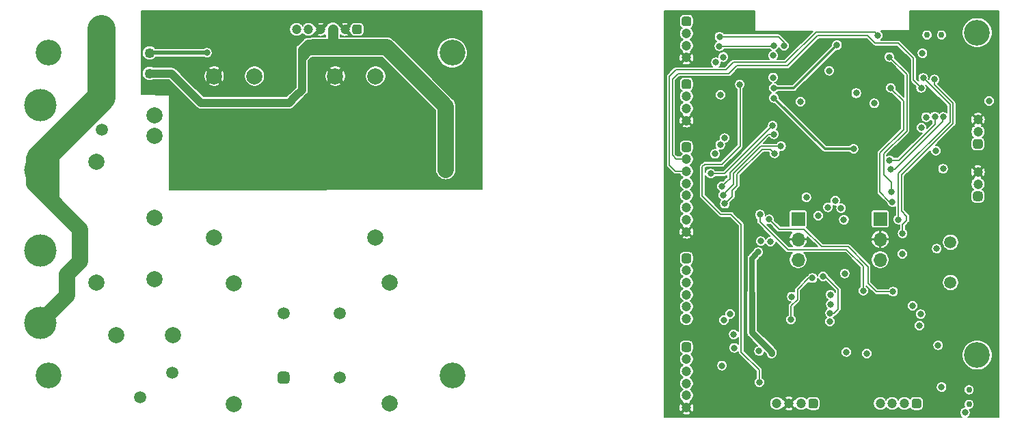
<source format=gbr>
G04 #@! TF.GenerationSoftware,KiCad,Pcbnew,(5.1.6)-1*
G04 #@! TF.CreationDate,2020-08-17T10:20:03+09:00*
G04 #@! TF.ProjectId,spot,73706f74-2e6b-4696-9361-645f70636258,rev?*
G04 #@! TF.SameCoordinates,PX1312d00PYb532b80*
G04 #@! TF.FileFunction,Copper,L3,Inr*
G04 #@! TF.FilePolarity,Positive*
%FSLAX46Y46*%
G04 Gerber Fmt 4.6, Leading zero omitted, Abs format (unit mm)*
G04 Created by KiCad (PCBNEW (5.1.6)-1) date 2020-08-17 10:20:03*
%MOMM*%
%LPD*%
G01*
G04 APERTURE LIST*
G04 #@! TA.AperFunction,ViaPad*
%ADD10C,4.000000*%
G04 #@! TD*
G04 #@! TA.AperFunction,ViaPad*
%ADD11C,1.200000*%
G04 #@! TD*
G04 #@! TA.AperFunction,ViaPad*
%ADD12C,1.500000*%
G04 #@! TD*
G04 #@! TA.AperFunction,ViaPad*
%ADD13C,2.000000*%
G04 #@! TD*
G04 #@! TA.AperFunction,ViaPad*
%ADD14C,3.200000*%
G04 #@! TD*
G04 #@! TA.AperFunction,ViaPad*
%ADD15C,1.250000*%
G04 #@! TD*
G04 #@! TA.AperFunction,ViaPad*
%ADD16C,0.750000*%
G04 #@! TD*
G04 #@! TA.AperFunction,ViaPad*
%ADD17O,1.700000X1.700000*%
G04 #@! TD*
G04 #@! TA.AperFunction,ViaPad*
%ADD18R,1.700000X1.700000*%
G04 #@! TD*
G04 #@! TA.AperFunction,ViaPad*
%ADD19C,0.800000*%
G04 #@! TD*
G04 #@! TA.AperFunction,Conductor*
%ADD20C,0.200000*%
G04 #@! TD*
G04 #@! TA.AperFunction,Conductor*
%ADD21C,0.300000*%
G04 #@! TD*
G04 #@! TA.AperFunction,Conductor*
%ADD22C,0.500000*%
G04 #@! TD*
G04 #@! TA.AperFunction,Conductor*
%ADD23C,3.500000*%
G04 #@! TD*
G04 #@! TA.AperFunction,Conductor*
%ADD24C,1.400000*%
G04 #@! TD*
G04 #@! TA.AperFunction,Conductor*
%ADD25C,2.000000*%
G04 #@! TD*
G04 #@! TA.AperFunction,Conductor*
%ADD26C,0.800000*%
G04 #@! TD*
G04 #@! TA.AperFunction,Conductor*
%ADD27C,1.000000*%
G04 #@! TD*
G04 #@! TA.AperFunction,Conductor*
%ADD28C,1.300000*%
G04 #@! TD*
G04 #@! TA.AperFunction,Conductor*
%ADD29C,0.700000*%
G04 #@! TD*
G04 #@! TA.AperFunction,Conductor*
%ADD30C,0.160000*%
G04 #@! TD*
G04 APERTURE END LIST*
D10*
X3000000Y31000000D03*
X3000000Y12000000D03*
X3000000Y39000000D03*
X3000000Y21000000D03*
D11*
X107000000Y2000000D03*
G04 #@! TA.AperFunction,ViaPad*
G36*
G01*
X112100000Y2300000D02*
X112100000Y1700000D01*
G75*
G02*
X111800000Y1400000I-300000J0D01*
G01*
X111200000Y1400000D01*
G75*
G02*
X110900000Y1700000I0J300000D01*
G01*
X110900000Y2300000D01*
G75*
G02*
X111200000Y2600000I300000J0D01*
G01*
X111800000Y2600000D01*
G75*
G02*
X112100000Y2300000I0J-300000D01*
G01*
G37*
G04 #@! TD.AperFunction*
X110000000Y2000000D03*
X108500000Y2000000D03*
X119100000Y37200000D03*
X119100000Y35700000D03*
G04 #@! TA.AperFunction,ViaPad*
G36*
G01*
X119400000Y33600000D02*
X118800000Y33600000D01*
G75*
G02*
X118500000Y33900000I0J300000D01*
G01*
X118500000Y34500000D01*
G75*
G02*
X118800000Y34800000I300000J0D01*
G01*
X119400000Y34800000D01*
G75*
G02*
X119700000Y34500000I0J-300000D01*
G01*
X119700000Y33900000D01*
G75*
G02*
X119400000Y33600000I-300000J0D01*
G01*
G37*
G04 #@! TD.AperFunction*
X34700000Y48400000D03*
X36200000Y48400000D03*
X37700000Y48400000D03*
G04 #@! TA.AperFunction,ViaPad*
G36*
G01*
X42800000Y48700000D02*
X42800000Y48100000D01*
G75*
G02*
X42500000Y47800000I-300000J0D01*
G01*
X41900000Y47800000D01*
G75*
G02*
X41600000Y48100000I0J300000D01*
G01*
X41600000Y48700000D01*
G75*
G02*
X41900000Y49000000I300000J0D01*
G01*
X42500000Y49000000D01*
G75*
G02*
X42800000Y48700000I0J-300000D01*
G01*
G37*
G04 #@! TD.AperFunction*
X40700000Y48400000D03*
X39200000Y48400000D03*
X119100000Y30700000D03*
X119100000Y29200000D03*
G04 #@! TA.AperFunction,ViaPad*
G36*
G01*
X119400000Y27100000D02*
X118800000Y27100000D01*
G75*
G02*
X118500000Y27400000I0J300000D01*
G01*
X118500000Y28000000D01*
G75*
G02*
X118800000Y28300000I300000J0D01*
G01*
X119400000Y28300000D01*
G75*
G02*
X119700000Y28000000I0J-300000D01*
G01*
X119700000Y27400000D01*
G75*
G02*
X119400000Y27100000I-300000J0D01*
G01*
G37*
G04 #@! TD.AperFunction*
D12*
X10600000Y35950000D03*
X10600000Y48650000D03*
D13*
X9900000Y17000000D03*
X9900000Y32000000D03*
D14*
X119000000Y48000000D03*
X119000000Y8000000D03*
X54000000Y5500000D03*
X4000000Y45500000D03*
X54000000Y45500000D03*
X4000000Y5500000D03*
D12*
X19300000Y5800000D03*
X15300000Y2800000D03*
D13*
X24500000Y42600000D03*
X44500000Y42600000D03*
X24500000Y22600000D03*
X39500000Y42600000D03*
X29500000Y42600000D03*
X44500000Y22600000D03*
X17100000Y37750000D03*
X17100000Y35210000D03*
X17100000Y25050000D03*
X17100000Y17430000D03*
X19400000Y10500000D03*
X12400000Y10500000D03*
D15*
X16500000Y42930000D03*
X16500000Y45470000D03*
D16*
X112800000Y47700000D03*
X114600000Y47700000D03*
X118000000Y3700000D03*
X118000000Y1900000D03*
D12*
X115700000Y22000000D03*
X115700000Y17000000D03*
D17*
X107000000Y22360000D03*
D18*
X107000000Y24900000D03*
D17*
X107000000Y19820000D03*
X96840000Y22360000D03*
D18*
X96840000Y24900000D03*
D17*
X96840000Y19820000D03*
D11*
X94200000Y2000000D03*
G04 #@! TA.AperFunction,ViaPad*
G36*
G01*
X99300000Y2300000D02*
X99300000Y1700000D01*
G75*
G02*
X99000000Y1400000I-300000J0D01*
G01*
X98400000Y1400000D01*
G75*
G02*
X98100000Y1700000I0J300000D01*
G01*
X98100000Y2300000D01*
G75*
G02*
X98400000Y2600000I300000J0D01*
G01*
X99000000Y2600000D01*
G75*
G02*
X99300000Y2300000I0J-300000D01*
G01*
G37*
G04 #@! TD.AperFunction*
X97200000Y2000000D03*
X95700000Y2000000D03*
X83000000Y1500000D03*
X83000000Y3000000D03*
X83000000Y4500000D03*
G04 #@! TA.AperFunction,ViaPad*
G36*
G01*
X82700000Y9600000D02*
X83300000Y9600000D01*
G75*
G02*
X83600000Y9300000I0J-300000D01*
G01*
X83600000Y8700000D01*
G75*
G02*
X83300000Y8400000I-300000J0D01*
G01*
X82700000Y8400000D01*
G75*
G02*
X82400000Y8700000I0J300000D01*
G01*
X82400000Y9300000D01*
G75*
G02*
X82700000Y9600000I300000J0D01*
G01*
G37*
G04 #@! TD.AperFunction*
X83000000Y7500000D03*
X83000000Y6000000D03*
X83000000Y24800000D03*
X83000000Y23300000D03*
X83000000Y26300000D03*
X83000000Y27800000D03*
X83000000Y29300000D03*
G04 #@! TA.AperFunction,ViaPad*
G36*
G01*
X82700000Y34400000D02*
X83300000Y34400000D01*
G75*
G02*
X83600000Y34100000I0J-300000D01*
G01*
X83600000Y33500000D01*
G75*
G02*
X83300000Y33200000I-300000J0D01*
G01*
X82700000Y33200000D01*
G75*
G02*
X82400000Y33500000I0J300000D01*
G01*
X82400000Y34100000D01*
G75*
G02*
X82700000Y34400000I300000J0D01*
G01*
G37*
G04 #@! TD.AperFunction*
X83000000Y32300000D03*
X83000000Y30800000D03*
X83000000Y44900000D03*
G04 #@! TA.AperFunction,ViaPad*
G36*
G01*
X82700000Y50000000D02*
X83300000Y50000000D01*
G75*
G02*
X83600000Y49700000I0J-300000D01*
G01*
X83600000Y49100000D01*
G75*
G02*
X83300000Y48800000I-300000J0D01*
G01*
X82700000Y48800000D01*
G75*
G02*
X82400000Y49100000I0J300000D01*
G01*
X82400000Y49700000D01*
G75*
G02*
X82700000Y50000000I300000J0D01*
G01*
G37*
G04 #@! TD.AperFunction*
X83000000Y47900000D03*
X83000000Y46400000D03*
X83000000Y37100000D03*
G04 #@! TA.AperFunction,ViaPad*
G36*
G01*
X82700000Y42200000D02*
X83300000Y42200000D01*
G75*
G02*
X83600000Y41900000I0J-300000D01*
G01*
X83600000Y41300000D01*
G75*
G02*
X83300000Y41000000I-300000J0D01*
G01*
X82700000Y41000000D01*
G75*
G02*
X82400000Y41300000I0J300000D01*
G01*
X82400000Y41900000D01*
G75*
G02*
X82700000Y42200000I300000J0D01*
G01*
G37*
G04 #@! TD.AperFunction*
X83000000Y40100000D03*
X83000000Y38600000D03*
X83000000Y12500000D03*
X83000000Y14000000D03*
X83000000Y15500000D03*
G04 #@! TA.AperFunction,ViaPad*
G36*
G01*
X82700000Y20600000D02*
X83300000Y20600000D01*
G75*
G02*
X83600000Y20300000I0J-300000D01*
G01*
X83600000Y19700000D01*
G75*
G02*
X83300000Y19400000I-300000J0D01*
G01*
X82700000Y19400000D01*
G75*
G02*
X82400000Y19700000I0J300000D01*
G01*
X82400000Y20300000D01*
G75*
G02*
X82700000Y20600000I300000J0D01*
G01*
G37*
G04 #@! TD.AperFunction*
X83000000Y18500000D03*
X83000000Y17000000D03*
G04 #@! TA.AperFunction,ViaPad*
G36*
G01*
X33475000Y4450000D02*
X32725000Y4450000D01*
G75*
G02*
X32350000Y4825000I0J375000D01*
G01*
X32350000Y5575000D01*
G75*
G02*
X32725000Y5950000I375000J0D01*
G01*
X33475000Y5950000D01*
G75*
G02*
X33850000Y5575000I0J-375000D01*
G01*
X33850000Y4825000D01*
G75*
G02*
X33475000Y4450000I-375000J0D01*
G01*
G37*
G04 #@! TD.AperFunction*
D12*
X40100000Y5200000D03*
X33100000Y13200000D03*
X40100000Y13200000D03*
D13*
X46200000Y17000000D03*
X46200000Y2000000D03*
X26900000Y16900000D03*
X26900000Y1900000D03*
D19*
X51400000Y36800000D03*
X47400000Y32800000D03*
X47400000Y31400000D03*
X31000000Y37000000D03*
X31000000Y35000000D03*
X38000000Y37000000D03*
X35000000Y37000000D03*
X31000000Y41000000D03*
X33000000Y41000000D03*
X37000000Y43000000D03*
X27000000Y44000000D03*
X27000000Y42000000D03*
X22000000Y44000000D03*
X24000000Y40500000D03*
X26000000Y35000000D03*
X24500000Y35000000D03*
X24500000Y37500000D03*
X32500000Y32500000D03*
X32500000Y30500000D03*
X30500000Y30500000D03*
X19500000Y33000000D03*
X22000000Y33000000D03*
X22000000Y30500000D03*
X19500000Y30500000D03*
X25000000Y30500000D03*
X27500000Y30500000D03*
X35000000Y30500000D03*
X37500000Y30500000D03*
X40500000Y30500000D03*
X43500000Y30500000D03*
X57000000Y30000000D03*
X55000000Y30000000D03*
X45000000Y44500000D03*
X26000000Y46500000D03*
X29000000Y46500000D03*
X31500000Y46500000D03*
X33500000Y46500000D03*
X31500000Y44500000D03*
X29000000Y44500000D03*
X25000000Y44500000D03*
X22000000Y46500000D03*
X18000000Y44500000D03*
X16000000Y47500000D03*
X16000000Y49500000D03*
X22000000Y48500000D03*
X16500000Y41000000D03*
X18000000Y41500000D03*
X38000000Y35000000D03*
X39000000Y33000000D03*
X44750000Y37000000D03*
X46200000Y37500000D03*
X45000000Y38500000D03*
X45000000Y48500000D03*
X47500000Y48500000D03*
X49500000Y46500000D03*
X55000000Y41000000D03*
X55500000Y38500000D03*
X55500000Y34500000D03*
X55500000Y32000000D03*
X55500000Y36500000D03*
X45500000Y32000000D03*
X33500000Y35000000D03*
X36000000Y33000000D03*
X37000000Y50000000D03*
X38500000Y50000000D03*
X40000000Y50000000D03*
X41500000Y50000000D03*
X42000000Y43200000D03*
X41600000Y41200000D03*
X46800000Y42500000D03*
X92000000Y8500000D03*
X87625000Y12325000D03*
X106250000Y39225000D03*
X97125000Y39450000D03*
X120500000Y39525000D03*
X114600000Y4025000D03*
X102790000Y8380000D03*
X96050000Y15250000D03*
X88400000Y13100000D03*
X114000000Y21200000D03*
X86650000Y44300000D03*
X87575000Y44975000D03*
X87125000Y13650000D03*
X96275000Y16775000D03*
X95960000Y42170000D03*
X103175000Y37375000D03*
X88300000Y49800000D03*
X107370000Y42640000D03*
X97190000Y40670000D03*
X92450000Y16275000D03*
X95280000Y31970000D03*
X93360000Y29980000D03*
X94090000Y27920000D03*
X92800000Y13300000D03*
X87125000Y14775000D03*
X120725000Y17675000D03*
X119625000Y18975000D03*
X120575000Y26525000D03*
X120675000Y23450000D03*
X101000000Y32500000D03*
X102750000Y31750000D03*
X96750000Y33250000D03*
X114250000Y29750000D03*
X117500000Y23750000D03*
X115750000Y24750000D03*
X117250000Y21000000D03*
X119000000Y21000000D03*
X117500000Y18750000D03*
X110000000Y18250000D03*
X110000000Y16250000D03*
X107500000Y15000000D03*
X107500000Y13750000D03*
X103900000Y10400000D03*
X104500000Y31800000D03*
X114400000Y14600000D03*
X117300000Y14500000D03*
X120600000Y14500000D03*
X120600000Y12000000D03*
X117300000Y12100000D03*
X114300000Y12100000D03*
X121000000Y1000000D03*
X113900000Y1600000D03*
X113300000Y3400000D03*
X105600000Y3700000D03*
X105500000Y2000000D03*
X100900000Y5600000D03*
X100600000Y8800000D03*
X100600000Y7700000D03*
X100300000Y10700000D03*
X101700000Y10700000D03*
X121100000Y4500000D03*
X105600000Y6200000D03*
X104300000Y4900000D03*
X102400000Y3500000D03*
X100000000Y3400000D03*
X101200000Y1900000D03*
X103700000Y2200000D03*
X81100000Y14100000D03*
X81200000Y11000000D03*
X81300000Y8000000D03*
X81300000Y4700000D03*
X81300000Y2100000D03*
X86000000Y2300000D03*
X87300000Y800000D03*
X87800000Y24300000D03*
X87800000Y22500000D03*
X85000000Y23400000D03*
X86100000Y21600000D03*
X81100000Y20800000D03*
X81100000Y23600000D03*
X81100000Y27200000D03*
X81100000Y29900000D03*
X82100000Y35500000D03*
X83500000Y35500000D03*
X84500000Y38900000D03*
X86000000Y37000000D03*
X87400000Y38500000D03*
X87000000Y41700000D03*
X88400000Y41700000D03*
X81000000Y49600000D03*
X81000000Y47100000D03*
X81200000Y44400000D03*
X90400000Y49900000D03*
X90400000Y48600000D03*
X96200000Y47600000D03*
X99800000Y46500000D03*
X103900000Y46500000D03*
X105400000Y46500000D03*
X93800000Y38200000D03*
X95700000Y36800000D03*
X117200000Y39600000D03*
X119000000Y39600000D03*
X118000000Y42200000D03*
X116800000Y42200000D03*
X116100000Y44600000D03*
X121100000Y44700000D03*
X121100000Y38100000D03*
X121100000Y36300000D03*
X121100000Y34200000D03*
X121100000Y32200000D03*
X115600000Y35100000D03*
X115300000Y33600000D03*
X116700000Y32900000D03*
X118900000Y32300000D03*
X121200000Y29900000D03*
X114500000Y27800000D03*
X117500000Y26000000D03*
X114400000Y25900000D03*
X108800000Y22300000D03*
X98300000Y18800000D03*
X95800000Y18100000D03*
X97300000Y17900000D03*
X111300000Y9400000D03*
X93700000Y5500000D03*
X93100000Y3500000D03*
X87300000Y10000000D03*
X86100000Y8200000D03*
X84800000Y9600000D03*
X83000000Y10800000D03*
X91900000Y23400000D03*
X111700000Y50100000D03*
X111700000Y48700000D03*
X115600000Y50200000D03*
X115200000Y48900000D03*
X108400000Y37900000D03*
X102900000Y43200000D03*
X102500000Y41800000D03*
X101750000Y42700000D03*
X88600000Y40000000D03*
X108200000Y47600000D03*
X112000000Y46800000D03*
X107750000Y17000000D03*
X103850000Y15500000D03*
X103850000Y14200000D03*
X103900000Y12900000D03*
X93200000Y11000000D03*
X93700000Y9750000D03*
X97250000Y4600000D03*
X104650000Y22850000D03*
X103850000Y18000000D03*
X98900000Y16400000D03*
X97250000Y11350000D03*
X97850000Y31750000D03*
X99200000Y32950000D03*
X95650000Y3550000D03*
X98400000Y5600000D03*
X88100000Y7800000D03*
X84200000Y31450000D03*
X92040000Y4610000D03*
X89610000Y41580000D03*
X86560000Y32960000D03*
X87180000Y34070000D03*
X113870000Y33360000D03*
X109750000Y20560000D03*
X93720000Y42430000D03*
X93725000Y45150000D03*
X103700000Y33575000D03*
X93810000Y39890000D03*
X101650000Y46475000D03*
X93820000Y41120000D03*
X23600000Y45500000D03*
X104030000Y40490000D03*
X88900000Y8900000D03*
X99330000Y25310000D03*
X112070000Y41150000D03*
X106710000Y47660000D03*
X93420000Y22080000D03*
X109770000Y23080000D03*
X113720000Y42190000D03*
X95110000Y46380000D03*
X87100000Y47500000D03*
X108350000Y28230000D03*
X108130000Y44970000D03*
X95950000Y12400000D03*
X98600000Y17550000D03*
X87080000Y46320000D03*
X93840000Y46400000D03*
X108300000Y41150000D03*
X100800000Y13200000D03*
X99900000Y17750000D03*
X108500000Y27000000D03*
X87225000Y40300000D03*
X97850000Y27560000D03*
X100670000Y43270000D03*
X88850000Y10575000D03*
X93680000Y36470000D03*
X86000000Y30520000D03*
X87400000Y28940000D03*
X93810000Y35400000D03*
X117500000Y875000D03*
X87720000Y34920000D03*
X112230000Y45460000D03*
X114782500Y31107500D03*
X87410000Y6700000D03*
X92200000Y22130000D03*
X109250000Y24820000D03*
X112330000Y42360000D03*
X108170000Y32160000D03*
X113770000Y37600000D03*
X108290000Y31090000D03*
X114790000Y37540000D03*
X87560000Y27840000D03*
X94710000Y33920000D03*
X87760000Y26780000D03*
X93920000Y33020000D03*
X37200000Y46650000D03*
X36350000Y45750000D03*
X53200000Y32250000D03*
X53200000Y31000000D03*
X114175000Y9225000D03*
X105325000Y8200000D03*
X91900000Y20775000D03*
X93550000Y8200000D03*
X108590000Y15870000D03*
X93250000Y24830000D03*
X104900000Y16000000D03*
X92100000Y25420000D03*
X102500000Y24800000D03*
X102600000Y18125000D03*
X100510000Y26340000D03*
X100825000Y15500000D03*
X101440000Y27150000D03*
X100875000Y14300000D03*
X102150000Y26230000D03*
X100750000Y12150000D03*
X111025000Y14100000D03*
X112120000Y36210000D03*
X111850000Y11650000D03*
X112000000Y13075000D03*
X112680000Y37520000D03*
D20*
X92040000Y4610000D02*
X92040000Y6130000D01*
X92040000Y6130000D02*
X89800000Y8370000D01*
X89800000Y8370000D02*
X89800000Y24180000D01*
X89800000Y24180000D02*
X88520000Y25460000D01*
X88520000Y25460000D02*
X87250000Y25460000D01*
X87250000Y25460000D02*
X84970000Y27740000D01*
X84970000Y27740000D02*
X84970000Y31360000D01*
X84970000Y31360000D02*
X85260000Y31650000D01*
X85260000Y31650000D02*
X87390000Y31650000D01*
X87390000Y31650000D02*
X89650000Y33910000D01*
X89650000Y33910000D02*
X89650000Y41540000D01*
X89650000Y41540000D02*
X89610000Y41580000D01*
D21*
X93810000Y39890000D02*
X93820000Y39890000D01*
X100135000Y33575000D02*
X103700000Y33575000D01*
X93820000Y39890000D02*
X100135000Y33575000D01*
X96295000Y41120000D02*
X101650000Y46475000D01*
X93820000Y41120000D02*
X96295000Y41120000D01*
D22*
X23600000Y45500000D02*
X16600000Y45500000D01*
D20*
X112070000Y41150000D02*
X111360000Y41860000D01*
X111360000Y41860000D02*
X111120000Y42100000D01*
X111120000Y42100000D02*
X111120000Y44220000D01*
X111120000Y44220000D02*
X111120000Y44820000D01*
X111120000Y44820000D02*
X109230000Y46710000D01*
X109230000Y46710000D02*
X106380000Y46710000D01*
X106380000Y46710000D02*
X105460000Y47630000D01*
X105460000Y47630000D02*
X99270000Y47630000D01*
X99270000Y47630000D02*
X95550000Y43910000D01*
X95550000Y43910000D02*
X89220000Y43910000D01*
X89220000Y43910000D02*
X88250000Y42940000D01*
X88250000Y42940000D02*
X81980010Y42940000D01*
X81980010Y42940000D02*
X81290000Y42249990D01*
X81290000Y42249990D02*
X81290000Y32790000D01*
X81290000Y32790000D02*
X81750000Y32330000D01*
X81750000Y32330000D02*
X83030000Y32330000D01*
X99030000Y48070000D02*
X95280000Y44320000D01*
X106320000Y48070000D02*
X99030000Y48070000D01*
X106710000Y47680000D02*
X106320000Y48070000D01*
X106710000Y47660000D02*
X106710000Y47680000D01*
X95280000Y44320000D02*
X88790000Y44320000D01*
X81690000Y43390000D02*
X80870000Y42570000D01*
X88790000Y44320000D02*
X87860000Y43390000D01*
X87860000Y43390000D02*
X81690000Y43390000D01*
X81650000Y30800000D02*
X83000000Y30800000D01*
X80870000Y42570000D02*
X80870000Y31580000D01*
X80870000Y31580000D02*
X81650000Y30800000D01*
X113720000Y42190000D02*
X113720000Y41535698D01*
X113720000Y41535698D02*
X116030010Y39225688D01*
X116030010Y39225688D02*
X116030010Y36734312D01*
X116030010Y36734312D02*
X109650000Y30354302D01*
X109650000Y30354302D02*
X109650000Y25860000D01*
X109650000Y25860000D02*
X110280000Y25230000D01*
X110280000Y25230000D02*
X110280000Y24700000D01*
X109770000Y24190000D02*
X109770000Y23080000D01*
X110280000Y24700000D02*
X109770000Y24190000D01*
X95110000Y46380000D02*
X95110000Y46780000D01*
X94390000Y47500000D02*
X87100000Y47500000D01*
X95110000Y46780000D02*
X94390000Y47500000D01*
X108350000Y28230000D02*
X108350000Y29480000D01*
X108350000Y29480000D02*
X107430000Y30400000D01*
X107430000Y30400000D02*
X107430000Y32960000D01*
X107430000Y32960000D02*
X110300000Y35830000D01*
X110300000Y42800000D02*
X108130000Y44970000D01*
X110300000Y35830000D02*
X110300000Y42800000D01*
X98150000Y17550000D02*
X98600000Y17550000D01*
X96750000Y14900000D02*
X96750000Y16150000D01*
X95950000Y12400000D02*
X95950000Y14100000D01*
X96750000Y16150000D02*
X98150000Y17550000D01*
X95950000Y14100000D02*
X96750000Y14900000D01*
X87080000Y46320000D02*
X93760000Y46320000D01*
X93760000Y46320000D02*
X93840000Y46400000D01*
X100800000Y13200000D02*
X101300000Y13200000D01*
X101300000Y13200000D02*
X101800000Y13700000D01*
X101800000Y13700000D02*
X101800000Y16150000D01*
X101800000Y16150000D02*
X100200000Y17750000D01*
X100200000Y17750000D02*
X99900000Y17750000D01*
X109890000Y39500000D02*
X108240000Y41150000D01*
X109890000Y36000000D02*
X109890000Y39500000D01*
X108170000Y27000000D02*
X106950000Y28220000D01*
X106950000Y33060000D02*
X109890000Y36000000D01*
X108500000Y27000000D02*
X108170000Y27000000D01*
X106950000Y28220000D02*
X106950000Y33060000D01*
X93640000Y36470000D02*
X93680000Y36470000D01*
X86000000Y30520000D02*
X87690000Y30520000D01*
X87690000Y30520000D02*
X93640000Y36470000D01*
X87400000Y28940000D02*
X88090000Y29630000D01*
X88090000Y29630000D02*
X88362849Y29902849D01*
X88362849Y29902849D02*
X88362849Y30627151D01*
X88362849Y30627151D02*
X93105698Y35370000D01*
X93105698Y35370000D02*
X93780000Y35370000D01*
X93780000Y35370000D02*
X93810000Y35400000D01*
X109250000Y24820000D02*
X109250000Y30520000D01*
X109250000Y30520000D02*
X115630000Y36900000D01*
X115630000Y36900000D02*
X115630000Y39060000D01*
X115630000Y39060000D02*
X112330000Y42360000D01*
X109334302Y32160000D02*
X108170000Y32160000D01*
X113770000Y36595698D02*
X109334302Y32160000D01*
X113770000Y37600000D02*
X113770000Y36595698D01*
X108830000Y31090000D02*
X108290000Y31090000D01*
X114750000Y37500000D02*
X114750000Y37010000D01*
X114790000Y37540000D02*
X114750000Y37500000D01*
X114750000Y37010000D02*
X108830000Y31090000D01*
X94710000Y33920000D02*
X92221396Y33920000D01*
X88860698Y29180698D02*
X87560000Y27880000D01*
X92221396Y33920000D02*
X88860698Y30559302D01*
X87560000Y27880000D02*
X87560000Y27840000D01*
X88860698Y30559302D02*
X88860698Y29180698D01*
X87760000Y26780000D02*
X87770000Y26780000D01*
X87770000Y26780000D02*
X88692849Y27702849D01*
X88692849Y27702849D02*
X88692849Y28447151D01*
X88692849Y28447151D02*
X89283547Y29037849D01*
X89283547Y29037849D02*
X89283547Y30416453D01*
X89283547Y30416453D02*
X92377094Y33510000D01*
X92377094Y33510000D02*
X93430000Y33510000D01*
X93430000Y33510000D02*
X93920000Y33020000D01*
D23*
X3000000Y31000000D02*
X3000000Y32500000D01*
X10500000Y40000000D02*
X10500000Y48500000D01*
D24*
X3000000Y31000000D02*
X3000000Y30600000D01*
D25*
X3000000Y12000000D02*
X3200000Y12000000D01*
X3000000Y12000000D02*
X3000000Y12100000D01*
X3000000Y12100000D02*
X6300000Y15400000D01*
X6300000Y15400000D02*
X6300000Y18000000D01*
X6300000Y18000000D02*
X7900000Y19600000D01*
X7900000Y19600000D02*
X7900000Y23600000D01*
X2200000Y29300000D02*
X2200000Y32400000D01*
X4300000Y27200000D02*
X4950000Y26550000D01*
D23*
X3000000Y32500000D02*
X4300000Y33800000D01*
X4300000Y33800000D02*
X10500000Y40000000D01*
D25*
X7900000Y23600000D02*
X4950000Y26550000D01*
X4300000Y33800000D02*
X4300000Y27200000D01*
X4950000Y26550000D02*
X2200000Y29300000D01*
D26*
X53200000Y32250000D02*
X53200000Y31000000D01*
D27*
X37200000Y46650000D02*
X36150000Y46650000D01*
X36150000Y46650000D02*
X35400000Y45900000D01*
X16500000Y42930000D02*
X19220000Y42930000D01*
X19220000Y42930000D02*
X22850000Y39300000D01*
X22850000Y39300000D02*
X33800000Y39300000D01*
X33800000Y39300000D02*
X34575000Y40075000D01*
X34575000Y40075000D02*
X35400000Y40900000D01*
D25*
X53200000Y31000000D02*
X53200000Y38850000D01*
X53200000Y38850000D02*
X45875000Y46175000D01*
D26*
X36000000Y45450000D02*
X36725000Y46175000D01*
X36725000Y46175000D02*
X37200000Y46650000D01*
D28*
X39200000Y48400000D02*
X39200000Y46450000D01*
X39200000Y46450000D02*
X39475000Y46175000D01*
D25*
X45875000Y46175000D02*
X39475000Y46175000D01*
X39475000Y46175000D02*
X36725000Y46175000D01*
D27*
X35400000Y44800000D02*
X36350000Y45750000D01*
X35400000Y44550000D02*
X35400000Y44800000D01*
X35400000Y44550000D02*
X35400000Y40900000D01*
X35400000Y45900000D02*
X35400000Y44550000D01*
D29*
X91125000Y20000000D02*
X91900000Y20775000D01*
X91125000Y15750000D02*
X91125000Y20000000D01*
D26*
X93550000Y8200000D02*
X93550000Y8400000D01*
X91125000Y10825000D02*
X91125000Y15750000D01*
X93550000Y8400000D02*
X91125000Y10825000D01*
D20*
X106540000Y15870000D02*
X108590000Y15870000D01*
X105490000Y16920000D02*
X106540000Y15870000D01*
X105490000Y18980000D02*
X105490000Y16920000D01*
X99740000Y21460000D02*
X103010000Y21460000D01*
X103010000Y21460000D02*
X105490000Y18980000D01*
X93250000Y24830000D02*
X94470000Y23610000D01*
X94470000Y23610000D02*
X97590000Y23610000D01*
X97590000Y23610000D02*
X99740000Y21460000D01*
X104900000Y16000000D02*
X104900000Y18994302D01*
X104900000Y18994302D02*
X102834302Y21060000D01*
X102834302Y21060000D02*
X95570000Y21060000D01*
X92100000Y24530000D02*
X92100000Y25420000D01*
X95570000Y21060000D02*
X92100000Y24530000D01*
D30*
G36*
X57695000Y28576746D02*
G01*
X18980000Y28480200D01*
X18980000Y40200000D01*
X18978463Y40215607D01*
X18973910Y40230615D01*
X18966518Y40244446D01*
X18956569Y40256569D01*
X18944446Y40266518D01*
X18930615Y40273910D01*
X18915607Y40278463D01*
X18902285Y40279967D01*
X15480000Y40377747D01*
X15480000Y43019135D01*
X15595000Y43019135D01*
X15595000Y42840865D01*
X15629779Y42666021D01*
X15697999Y42501322D01*
X15797041Y42353096D01*
X15923096Y42227041D01*
X16071322Y42127999D01*
X16236021Y42059779D01*
X16410865Y42025000D01*
X16589135Y42025000D01*
X16763979Y42059779D01*
X16928678Y42127999D01*
X16961605Y42150000D01*
X18896914Y42150000D01*
X22271363Y38775550D01*
X22295788Y38745788D01*
X22414558Y38648316D01*
X22550063Y38575887D01*
X22697093Y38531286D01*
X22811682Y38520000D01*
X22811689Y38520000D01*
X22849999Y38516227D01*
X22888310Y38520000D01*
X33761682Y38520000D01*
X33800000Y38516226D01*
X33838318Y38520000D01*
X33952907Y38531286D01*
X34099937Y38575887D01*
X34235442Y38648316D01*
X34354212Y38745788D01*
X34378641Y38775555D01*
X35153638Y39550551D01*
X35153642Y39550556D01*
X35924449Y40321363D01*
X35954212Y40345788D01*
X36051684Y40464558D01*
X36124113Y40600063D01*
X36168714Y40747093D01*
X36180000Y40861682D01*
X36180000Y40861689D01*
X36183773Y40899999D01*
X36180000Y40938310D01*
X36180000Y41628256D01*
X38768673Y41628256D01*
X38888160Y41468653D01*
X39120632Y41371027D01*
X39367682Y41320630D01*
X39619817Y41319399D01*
X39867348Y41367381D01*
X40100761Y41462732D01*
X40111840Y41468653D01*
X40231327Y41628256D01*
X39500000Y42359584D01*
X38768673Y41628256D01*
X36180000Y41628256D01*
X36180000Y42480183D01*
X38219399Y42480183D01*
X38267381Y42232652D01*
X38362732Y41999239D01*
X38368653Y41988160D01*
X38528256Y41868673D01*
X39259584Y42600000D01*
X39740416Y42600000D01*
X40471744Y41868673D01*
X40631347Y41988160D01*
X40728973Y42220632D01*
X40779370Y42467682D01*
X40780601Y42719817D01*
X40779390Y42726069D01*
X43220000Y42726069D01*
X43220000Y42473931D01*
X43269190Y42226638D01*
X43365679Y41993693D01*
X43505759Y41784048D01*
X43684048Y41605759D01*
X43893693Y41465679D01*
X44126638Y41369190D01*
X44373931Y41320000D01*
X44626069Y41320000D01*
X44873362Y41369190D01*
X45106307Y41465679D01*
X45315952Y41605759D01*
X45494241Y41784048D01*
X45634321Y41993693D01*
X45730810Y42226638D01*
X45780000Y42473931D01*
X45780000Y42726069D01*
X45730810Y42973362D01*
X45634321Y43206307D01*
X45494241Y43415952D01*
X45315952Y43594241D01*
X45106307Y43734321D01*
X44873362Y43830810D01*
X44626069Y43880000D01*
X44373931Y43880000D01*
X44126638Y43830810D01*
X43893693Y43734321D01*
X43684048Y43594241D01*
X43505759Y43415952D01*
X43365679Y43206307D01*
X43269190Y42973362D01*
X43220000Y42726069D01*
X40779390Y42726069D01*
X40732619Y42967348D01*
X40637268Y43200761D01*
X40631347Y43211840D01*
X40471744Y43331327D01*
X39740416Y42600000D01*
X39259584Y42600000D01*
X38528256Y43331327D01*
X38368653Y43211840D01*
X38271027Y42979368D01*
X38220630Y42732318D01*
X38219399Y42480183D01*
X36180000Y42480183D01*
X36180000Y43571744D01*
X38768673Y43571744D01*
X39500000Y42840416D01*
X40231327Y43571744D01*
X40111840Y43731347D01*
X39879368Y43828973D01*
X39632318Y43879370D01*
X39380183Y43880601D01*
X39132652Y43832619D01*
X38899239Y43737268D01*
X38888160Y43731347D01*
X38768673Y43571744D01*
X36180000Y43571744D01*
X36180000Y44476914D01*
X36603828Y44900741D01*
X36662122Y44895000D01*
X45344807Y44895000D01*
X51920001Y38319806D01*
X51920000Y30937123D01*
X51938521Y30749077D01*
X52011713Y30507796D01*
X52130570Y30285430D01*
X52290524Y30090524D01*
X52485429Y29930570D01*
X52707795Y29811713D01*
X52949076Y29738521D01*
X53200000Y29713807D01*
X53450923Y29738521D01*
X53692204Y29811713D01*
X53914570Y29930570D01*
X54109476Y30090524D01*
X54269430Y30285429D01*
X54388287Y30507795D01*
X54461479Y30749076D01*
X54480000Y30937122D01*
X54480000Y38787126D01*
X54486193Y38850001D01*
X54473309Y38980810D01*
X54461479Y39100924D01*
X54388287Y39342205D01*
X54269430Y39564571D01*
X54109476Y39759476D01*
X54060631Y39799562D01*
X48175029Y45685164D01*
X52120000Y45685164D01*
X52120000Y45314836D01*
X52192247Y44951624D01*
X52333965Y44609486D01*
X52539708Y44301570D01*
X52801570Y44039708D01*
X53109486Y43833965D01*
X53451624Y43692247D01*
X53814836Y43620000D01*
X54185164Y43620000D01*
X54548376Y43692247D01*
X54890514Y43833965D01*
X55198430Y44039708D01*
X55460292Y44301570D01*
X55666035Y44609486D01*
X55807753Y44951624D01*
X55880000Y45314836D01*
X55880000Y45685164D01*
X55807753Y46048376D01*
X55666035Y46390514D01*
X55460292Y46698430D01*
X55198430Y46960292D01*
X54890514Y47166035D01*
X54548376Y47307753D01*
X54185164Y47380000D01*
X53814836Y47380000D01*
X53451624Y47307753D01*
X53109486Y47166035D01*
X52801570Y46960292D01*
X52539708Y46698430D01*
X52333965Y46390514D01*
X52192247Y46048376D01*
X52120000Y45685164D01*
X48175029Y45685164D01*
X46824562Y47035631D01*
X46784476Y47084476D01*
X46589571Y47244430D01*
X46367205Y47363287D01*
X46125924Y47436479D01*
X45937878Y47455000D01*
X45875000Y47461193D01*
X45812122Y47455000D01*
X40130000Y47455000D01*
X40130000Y47720017D01*
X40195218Y47654799D01*
X40257130Y47716711D01*
X40327474Y47598041D01*
X40491087Y47540775D01*
X40662728Y47516527D01*
X40835801Y47526232D01*
X41003655Y47569514D01*
X41072526Y47598041D01*
X41142871Y47716713D01*
X40700000Y48159584D01*
X40685858Y48145441D01*
X40445442Y48385857D01*
X40459584Y48400000D01*
X40940416Y48400000D01*
X41327193Y48013223D01*
X41329817Y47986583D01*
X41362899Y47877525D01*
X41416622Y47777017D01*
X41488921Y47688921D01*
X41577017Y47616622D01*
X41677525Y47562899D01*
X41786583Y47529817D01*
X41900000Y47518646D01*
X42500000Y47518646D01*
X42613417Y47529817D01*
X42722475Y47562899D01*
X42822983Y47616622D01*
X42911079Y47688921D01*
X42983378Y47777017D01*
X43037101Y47877525D01*
X43070183Y47986583D01*
X43081354Y48100000D01*
X43081354Y48700000D01*
X43070183Y48813417D01*
X43037101Y48922475D01*
X42983378Y49022983D01*
X42911079Y49111079D01*
X42822983Y49183378D01*
X42722475Y49237101D01*
X42613417Y49270183D01*
X42500000Y49281354D01*
X41900000Y49281354D01*
X41786583Y49270183D01*
X41677525Y49237101D01*
X41577017Y49183378D01*
X41488921Y49111079D01*
X41416622Y49022983D01*
X41362899Y48922475D01*
X41329817Y48813417D01*
X41327193Y48786777D01*
X40940416Y48400000D01*
X40459584Y48400000D01*
X40019038Y48840546D01*
X39977008Y48919180D01*
X39860791Y49060791D01*
X39833380Y49083287D01*
X40257129Y49083287D01*
X40700000Y48640416D01*
X41142871Y49083287D01*
X41072526Y49201959D01*
X40908913Y49259225D01*
X40737272Y49283473D01*
X40564199Y49273768D01*
X40396345Y49230486D01*
X40327474Y49201959D01*
X40257129Y49083287D01*
X39833380Y49083287D01*
X39719179Y49177008D01*
X39557616Y49263364D01*
X39382311Y49316543D01*
X39200000Y49334499D01*
X39017688Y49316543D01*
X38842383Y49263364D01*
X38680820Y49177008D01*
X38539209Y49060791D01*
X38422992Y48919179D01*
X38380963Y48840547D01*
X37940416Y48400000D01*
X37954559Y48385857D01*
X37714143Y48145441D01*
X37700000Y48159584D01*
X37257129Y47716713D01*
X37327474Y47598041D01*
X37491087Y47540775D01*
X37662728Y47516527D01*
X37835801Y47526232D01*
X38003655Y47569514D01*
X38072526Y47598041D01*
X38142870Y47716711D01*
X38204782Y47654799D01*
X38270000Y47720017D01*
X38270000Y47455000D01*
X36662122Y47455000D01*
X36474076Y47436479D01*
X36452718Y47430000D01*
X36188317Y47430000D01*
X36149999Y47433774D01*
X35997093Y47418714D01*
X35850063Y47374113D01*
X35714558Y47301684D01*
X35595788Y47204212D01*
X35571362Y47174449D01*
X34875555Y46478641D01*
X34845788Y46454212D01*
X34748316Y46335441D01*
X34675887Y46199936D01*
X34653323Y46125551D01*
X34631286Y46052906D01*
X34616226Y45900000D01*
X34620000Y45861682D01*
X34620001Y44838326D01*
X34616226Y44800000D01*
X34620000Y44761682D01*
X34620000Y44588317D01*
X34620001Y41223088D01*
X34050556Y40653642D01*
X34050551Y40653638D01*
X33476914Y40080000D01*
X23173087Y40080000D01*
X21624831Y41628256D01*
X23768673Y41628256D01*
X23888160Y41468653D01*
X24120632Y41371027D01*
X24367682Y41320630D01*
X24619817Y41319399D01*
X24867348Y41367381D01*
X25100761Y41462732D01*
X25111840Y41468653D01*
X25231327Y41628256D01*
X24500000Y42359584D01*
X23768673Y41628256D01*
X21624831Y41628256D01*
X20772904Y42480183D01*
X23219399Y42480183D01*
X23267381Y42232652D01*
X23362732Y41999239D01*
X23368653Y41988160D01*
X23528256Y41868673D01*
X24259584Y42600000D01*
X24740416Y42600000D01*
X25471744Y41868673D01*
X25631347Y41988160D01*
X25728973Y42220632D01*
X25779370Y42467682D01*
X25780601Y42719817D01*
X25779390Y42726069D01*
X28220000Y42726069D01*
X28220000Y42473931D01*
X28269190Y42226638D01*
X28365679Y41993693D01*
X28505759Y41784048D01*
X28684048Y41605759D01*
X28893693Y41465679D01*
X29126638Y41369190D01*
X29373931Y41320000D01*
X29626069Y41320000D01*
X29873362Y41369190D01*
X30106307Y41465679D01*
X30315952Y41605759D01*
X30494241Y41784048D01*
X30634321Y41993693D01*
X30730810Y42226638D01*
X30780000Y42473931D01*
X30780000Y42726069D01*
X30730810Y42973362D01*
X30634321Y43206307D01*
X30494241Y43415952D01*
X30315952Y43594241D01*
X30106307Y43734321D01*
X29873362Y43830810D01*
X29626069Y43880000D01*
X29373931Y43880000D01*
X29126638Y43830810D01*
X28893693Y43734321D01*
X28684048Y43594241D01*
X28505759Y43415952D01*
X28365679Y43206307D01*
X28269190Y42973362D01*
X28220000Y42726069D01*
X25779390Y42726069D01*
X25732619Y42967348D01*
X25637268Y43200761D01*
X25631347Y43211840D01*
X25471744Y43331327D01*
X24740416Y42600000D01*
X24259584Y42600000D01*
X23528256Y43331327D01*
X23368653Y43211840D01*
X23271027Y42979368D01*
X23220630Y42732318D01*
X23219399Y42480183D01*
X20772904Y42480183D01*
X19798642Y43454444D01*
X19774212Y43484212D01*
X19667554Y43571744D01*
X23768673Y43571744D01*
X24500000Y42840416D01*
X25231327Y43571744D01*
X25111840Y43731347D01*
X24879368Y43828973D01*
X24632318Y43879370D01*
X24380183Y43880601D01*
X24132652Y43832619D01*
X23899239Y43737268D01*
X23888160Y43731347D01*
X23768673Y43571744D01*
X19667554Y43571744D01*
X19655442Y43581684D01*
X19519937Y43654113D01*
X19372907Y43698714D01*
X19258318Y43710000D01*
X19220000Y43713774D01*
X19181682Y43710000D01*
X16961605Y43710000D01*
X16928678Y43732001D01*
X16763979Y43800221D01*
X16589135Y43835000D01*
X16410865Y43835000D01*
X16236021Y43800221D01*
X16071322Y43732001D01*
X15923096Y43632959D01*
X15797041Y43506904D01*
X15697999Y43358678D01*
X15629779Y43193979D01*
X15595000Y43019135D01*
X15480000Y43019135D01*
X15480000Y45559135D01*
X15595000Y45559135D01*
X15595000Y45380865D01*
X15629779Y45206021D01*
X15697999Y45041322D01*
X15797041Y44893096D01*
X15923096Y44767041D01*
X16071322Y44667999D01*
X16236021Y44599779D01*
X16410865Y44565000D01*
X16589135Y44565000D01*
X16763979Y44599779D01*
X16928678Y44667999D01*
X17076904Y44767041D01*
X17202959Y44893096D01*
X17254345Y44970000D01*
X23169234Y44970000D01*
X23277899Y44897392D01*
X23401651Y44846132D01*
X23533026Y44820000D01*
X23666974Y44820000D01*
X23798349Y44846132D01*
X23922101Y44897392D01*
X24033475Y44971810D01*
X24128190Y45066525D01*
X24202608Y45177899D01*
X24253868Y45301651D01*
X24280000Y45433026D01*
X24280000Y45566974D01*
X24253868Y45698349D01*
X24202608Y45822101D01*
X24128190Y45933475D01*
X24033475Y46028190D01*
X23922101Y46102608D01*
X23798349Y46153868D01*
X23666974Y46180000D01*
X23533026Y46180000D01*
X23401651Y46153868D01*
X23277899Y46102608D01*
X23169234Y46030000D01*
X17214254Y46030000D01*
X17202959Y46046904D01*
X17076904Y46172959D01*
X16928678Y46272001D01*
X16763979Y46340221D01*
X16589135Y46375000D01*
X16410865Y46375000D01*
X16236021Y46340221D01*
X16071322Y46272001D01*
X15923096Y46172959D01*
X15797041Y46046904D01*
X15697999Y45898678D01*
X15629779Y45733979D01*
X15595000Y45559135D01*
X15480000Y45559135D01*
X15480000Y48486672D01*
X33820000Y48486672D01*
X33820000Y48313328D01*
X33853818Y48143313D01*
X33920154Y47983164D01*
X34016459Y47839033D01*
X34139033Y47716459D01*
X34283164Y47620154D01*
X34443313Y47553818D01*
X34613328Y47520000D01*
X34786672Y47520000D01*
X34956687Y47553818D01*
X35116836Y47620154D01*
X35260967Y47716459D01*
X35383541Y47839033D01*
X35450000Y47938496D01*
X35516459Y47839033D01*
X35639033Y47716459D01*
X35783164Y47620154D01*
X35943313Y47553818D01*
X36113328Y47520000D01*
X36286672Y47520000D01*
X36456687Y47553818D01*
X36616836Y47620154D01*
X36760967Y47716459D01*
X36883541Y47839033D01*
X36977845Y47980169D01*
X37016713Y47957129D01*
X37459584Y48400000D01*
X37016713Y48842871D01*
X36977845Y48819831D01*
X36883541Y48960967D01*
X36761221Y49083287D01*
X37257129Y49083287D01*
X37700000Y48640416D01*
X38142871Y49083287D01*
X38072526Y49201959D01*
X37908913Y49259225D01*
X37737272Y49283473D01*
X37564199Y49273768D01*
X37396345Y49230486D01*
X37327474Y49201959D01*
X37257129Y49083287D01*
X36761221Y49083287D01*
X36760967Y49083541D01*
X36616836Y49179846D01*
X36456687Y49246182D01*
X36286672Y49280000D01*
X36113328Y49280000D01*
X35943313Y49246182D01*
X35783164Y49179846D01*
X35639033Y49083541D01*
X35516459Y48960967D01*
X35450000Y48861504D01*
X35383541Y48960967D01*
X35260967Y49083541D01*
X35116836Y49179846D01*
X34956687Y49246182D01*
X34786672Y49280000D01*
X34613328Y49280000D01*
X34443313Y49246182D01*
X34283164Y49179846D01*
X34139033Y49083541D01*
X34016459Y48960967D01*
X33920154Y48816836D01*
X33853818Y48656687D01*
X33820000Y48486672D01*
X15480000Y48486672D01*
X15480000Y50695000D01*
X57695000Y50695000D01*
X57695000Y28576746D01*
G37*
X57695000Y28576746D02*
X18980000Y28480200D01*
X18980000Y40200000D01*
X18978463Y40215607D01*
X18973910Y40230615D01*
X18966518Y40244446D01*
X18956569Y40256569D01*
X18944446Y40266518D01*
X18930615Y40273910D01*
X18915607Y40278463D01*
X18902285Y40279967D01*
X15480000Y40377747D01*
X15480000Y43019135D01*
X15595000Y43019135D01*
X15595000Y42840865D01*
X15629779Y42666021D01*
X15697999Y42501322D01*
X15797041Y42353096D01*
X15923096Y42227041D01*
X16071322Y42127999D01*
X16236021Y42059779D01*
X16410865Y42025000D01*
X16589135Y42025000D01*
X16763979Y42059779D01*
X16928678Y42127999D01*
X16961605Y42150000D01*
X18896914Y42150000D01*
X22271363Y38775550D01*
X22295788Y38745788D01*
X22414558Y38648316D01*
X22550063Y38575887D01*
X22697093Y38531286D01*
X22811682Y38520000D01*
X22811689Y38520000D01*
X22849999Y38516227D01*
X22888310Y38520000D01*
X33761682Y38520000D01*
X33800000Y38516226D01*
X33838318Y38520000D01*
X33952907Y38531286D01*
X34099937Y38575887D01*
X34235442Y38648316D01*
X34354212Y38745788D01*
X34378641Y38775555D01*
X35153638Y39550551D01*
X35153642Y39550556D01*
X35924449Y40321363D01*
X35954212Y40345788D01*
X36051684Y40464558D01*
X36124113Y40600063D01*
X36168714Y40747093D01*
X36180000Y40861682D01*
X36180000Y40861689D01*
X36183773Y40899999D01*
X36180000Y40938310D01*
X36180000Y41628256D01*
X38768673Y41628256D01*
X38888160Y41468653D01*
X39120632Y41371027D01*
X39367682Y41320630D01*
X39619817Y41319399D01*
X39867348Y41367381D01*
X40100761Y41462732D01*
X40111840Y41468653D01*
X40231327Y41628256D01*
X39500000Y42359584D01*
X38768673Y41628256D01*
X36180000Y41628256D01*
X36180000Y42480183D01*
X38219399Y42480183D01*
X38267381Y42232652D01*
X38362732Y41999239D01*
X38368653Y41988160D01*
X38528256Y41868673D01*
X39259584Y42600000D01*
X39740416Y42600000D01*
X40471744Y41868673D01*
X40631347Y41988160D01*
X40728973Y42220632D01*
X40779370Y42467682D01*
X40780601Y42719817D01*
X40779390Y42726069D01*
X43220000Y42726069D01*
X43220000Y42473931D01*
X43269190Y42226638D01*
X43365679Y41993693D01*
X43505759Y41784048D01*
X43684048Y41605759D01*
X43893693Y41465679D01*
X44126638Y41369190D01*
X44373931Y41320000D01*
X44626069Y41320000D01*
X44873362Y41369190D01*
X45106307Y41465679D01*
X45315952Y41605759D01*
X45494241Y41784048D01*
X45634321Y41993693D01*
X45730810Y42226638D01*
X45780000Y42473931D01*
X45780000Y42726069D01*
X45730810Y42973362D01*
X45634321Y43206307D01*
X45494241Y43415952D01*
X45315952Y43594241D01*
X45106307Y43734321D01*
X44873362Y43830810D01*
X44626069Y43880000D01*
X44373931Y43880000D01*
X44126638Y43830810D01*
X43893693Y43734321D01*
X43684048Y43594241D01*
X43505759Y43415952D01*
X43365679Y43206307D01*
X43269190Y42973362D01*
X43220000Y42726069D01*
X40779390Y42726069D01*
X40732619Y42967348D01*
X40637268Y43200761D01*
X40631347Y43211840D01*
X40471744Y43331327D01*
X39740416Y42600000D01*
X39259584Y42600000D01*
X38528256Y43331327D01*
X38368653Y43211840D01*
X38271027Y42979368D01*
X38220630Y42732318D01*
X38219399Y42480183D01*
X36180000Y42480183D01*
X36180000Y43571744D01*
X38768673Y43571744D01*
X39500000Y42840416D01*
X40231327Y43571744D01*
X40111840Y43731347D01*
X39879368Y43828973D01*
X39632318Y43879370D01*
X39380183Y43880601D01*
X39132652Y43832619D01*
X38899239Y43737268D01*
X38888160Y43731347D01*
X38768673Y43571744D01*
X36180000Y43571744D01*
X36180000Y44476914D01*
X36603828Y44900741D01*
X36662122Y44895000D01*
X45344807Y44895000D01*
X51920001Y38319806D01*
X51920000Y30937123D01*
X51938521Y30749077D01*
X52011713Y30507796D01*
X52130570Y30285430D01*
X52290524Y30090524D01*
X52485429Y29930570D01*
X52707795Y29811713D01*
X52949076Y29738521D01*
X53200000Y29713807D01*
X53450923Y29738521D01*
X53692204Y29811713D01*
X53914570Y29930570D01*
X54109476Y30090524D01*
X54269430Y30285429D01*
X54388287Y30507795D01*
X54461479Y30749076D01*
X54480000Y30937122D01*
X54480000Y38787126D01*
X54486193Y38850001D01*
X54473309Y38980810D01*
X54461479Y39100924D01*
X54388287Y39342205D01*
X54269430Y39564571D01*
X54109476Y39759476D01*
X54060631Y39799562D01*
X48175029Y45685164D01*
X52120000Y45685164D01*
X52120000Y45314836D01*
X52192247Y44951624D01*
X52333965Y44609486D01*
X52539708Y44301570D01*
X52801570Y44039708D01*
X53109486Y43833965D01*
X53451624Y43692247D01*
X53814836Y43620000D01*
X54185164Y43620000D01*
X54548376Y43692247D01*
X54890514Y43833965D01*
X55198430Y44039708D01*
X55460292Y44301570D01*
X55666035Y44609486D01*
X55807753Y44951624D01*
X55880000Y45314836D01*
X55880000Y45685164D01*
X55807753Y46048376D01*
X55666035Y46390514D01*
X55460292Y46698430D01*
X55198430Y46960292D01*
X54890514Y47166035D01*
X54548376Y47307753D01*
X54185164Y47380000D01*
X53814836Y47380000D01*
X53451624Y47307753D01*
X53109486Y47166035D01*
X52801570Y46960292D01*
X52539708Y46698430D01*
X52333965Y46390514D01*
X52192247Y46048376D01*
X52120000Y45685164D01*
X48175029Y45685164D01*
X46824562Y47035631D01*
X46784476Y47084476D01*
X46589571Y47244430D01*
X46367205Y47363287D01*
X46125924Y47436479D01*
X45937878Y47455000D01*
X45875000Y47461193D01*
X45812122Y47455000D01*
X40130000Y47455000D01*
X40130000Y47720017D01*
X40195218Y47654799D01*
X40257130Y47716711D01*
X40327474Y47598041D01*
X40491087Y47540775D01*
X40662728Y47516527D01*
X40835801Y47526232D01*
X41003655Y47569514D01*
X41072526Y47598041D01*
X41142871Y47716713D01*
X40700000Y48159584D01*
X40685858Y48145441D01*
X40445442Y48385857D01*
X40459584Y48400000D01*
X40940416Y48400000D01*
X41327193Y48013223D01*
X41329817Y47986583D01*
X41362899Y47877525D01*
X41416622Y47777017D01*
X41488921Y47688921D01*
X41577017Y47616622D01*
X41677525Y47562899D01*
X41786583Y47529817D01*
X41900000Y47518646D01*
X42500000Y47518646D01*
X42613417Y47529817D01*
X42722475Y47562899D01*
X42822983Y47616622D01*
X42911079Y47688921D01*
X42983378Y47777017D01*
X43037101Y47877525D01*
X43070183Y47986583D01*
X43081354Y48100000D01*
X43081354Y48700000D01*
X43070183Y48813417D01*
X43037101Y48922475D01*
X42983378Y49022983D01*
X42911079Y49111079D01*
X42822983Y49183378D01*
X42722475Y49237101D01*
X42613417Y49270183D01*
X42500000Y49281354D01*
X41900000Y49281354D01*
X41786583Y49270183D01*
X41677525Y49237101D01*
X41577017Y49183378D01*
X41488921Y49111079D01*
X41416622Y49022983D01*
X41362899Y48922475D01*
X41329817Y48813417D01*
X41327193Y48786777D01*
X40940416Y48400000D01*
X40459584Y48400000D01*
X40019038Y48840546D01*
X39977008Y48919180D01*
X39860791Y49060791D01*
X39833380Y49083287D01*
X40257129Y49083287D01*
X40700000Y48640416D01*
X41142871Y49083287D01*
X41072526Y49201959D01*
X40908913Y49259225D01*
X40737272Y49283473D01*
X40564199Y49273768D01*
X40396345Y49230486D01*
X40327474Y49201959D01*
X40257129Y49083287D01*
X39833380Y49083287D01*
X39719179Y49177008D01*
X39557616Y49263364D01*
X39382311Y49316543D01*
X39200000Y49334499D01*
X39017688Y49316543D01*
X38842383Y49263364D01*
X38680820Y49177008D01*
X38539209Y49060791D01*
X38422992Y48919179D01*
X38380963Y48840547D01*
X37940416Y48400000D01*
X37954559Y48385857D01*
X37714143Y48145441D01*
X37700000Y48159584D01*
X37257129Y47716713D01*
X37327474Y47598041D01*
X37491087Y47540775D01*
X37662728Y47516527D01*
X37835801Y47526232D01*
X38003655Y47569514D01*
X38072526Y47598041D01*
X38142870Y47716711D01*
X38204782Y47654799D01*
X38270000Y47720017D01*
X38270000Y47455000D01*
X36662122Y47455000D01*
X36474076Y47436479D01*
X36452718Y47430000D01*
X36188317Y47430000D01*
X36149999Y47433774D01*
X35997093Y47418714D01*
X35850063Y47374113D01*
X35714558Y47301684D01*
X35595788Y47204212D01*
X35571362Y47174449D01*
X34875555Y46478641D01*
X34845788Y46454212D01*
X34748316Y46335441D01*
X34675887Y46199936D01*
X34653323Y46125551D01*
X34631286Y46052906D01*
X34616226Y45900000D01*
X34620000Y45861682D01*
X34620001Y44838326D01*
X34616226Y44800000D01*
X34620000Y44761682D01*
X34620000Y44588317D01*
X34620001Y41223088D01*
X34050556Y40653642D01*
X34050551Y40653638D01*
X33476914Y40080000D01*
X23173087Y40080000D01*
X21624831Y41628256D01*
X23768673Y41628256D01*
X23888160Y41468653D01*
X24120632Y41371027D01*
X24367682Y41320630D01*
X24619817Y41319399D01*
X24867348Y41367381D01*
X25100761Y41462732D01*
X25111840Y41468653D01*
X25231327Y41628256D01*
X24500000Y42359584D01*
X23768673Y41628256D01*
X21624831Y41628256D01*
X20772904Y42480183D01*
X23219399Y42480183D01*
X23267381Y42232652D01*
X23362732Y41999239D01*
X23368653Y41988160D01*
X23528256Y41868673D01*
X24259584Y42600000D01*
X24740416Y42600000D01*
X25471744Y41868673D01*
X25631347Y41988160D01*
X25728973Y42220632D01*
X25779370Y42467682D01*
X25780601Y42719817D01*
X25779390Y42726069D01*
X28220000Y42726069D01*
X28220000Y42473931D01*
X28269190Y42226638D01*
X28365679Y41993693D01*
X28505759Y41784048D01*
X28684048Y41605759D01*
X28893693Y41465679D01*
X29126638Y41369190D01*
X29373931Y41320000D01*
X29626069Y41320000D01*
X29873362Y41369190D01*
X30106307Y41465679D01*
X30315952Y41605759D01*
X30494241Y41784048D01*
X30634321Y41993693D01*
X30730810Y42226638D01*
X30780000Y42473931D01*
X30780000Y42726069D01*
X30730810Y42973362D01*
X30634321Y43206307D01*
X30494241Y43415952D01*
X30315952Y43594241D01*
X30106307Y43734321D01*
X29873362Y43830810D01*
X29626069Y43880000D01*
X29373931Y43880000D01*
X29126638Y43830810D01*
X28893693Y43734321D01*
X28684048Y43594241D01*
X28505759Y43415952D01*
X28365679Y43206307D01*
X28269190Y42973362D01*
X28220000Y42726069D01*
X25779390Y42726069D01*
X25732619Y42967348D01*
X25637268Y43200761D01*
X25631347Y43211840D01*
X25471744Y43331327D01*
X24740416Y42600000D01*
X24259584Y42600000D01*
X23528256Y43331327D01*
X23368653Y43211840D01*
X23271027Y42979368D01*
X23220630Y42732318D01*
X23219399Y42480183D01*
X20772904Y42480183D01*
X19798642Y43454444D01*
X19774212Y43484212D01*
X19667554Y43571744D01*
X23768673Y43571744D01*
X24500000Y42840416D01*
X25231327Y43571744D01*
X25111840Y43731347D01*
X24879368Y43828973D01*
X24632318Y43879370D01*
X24380183Y43880601D01*
X24132652Y43832619D01*
X23899239Y43737268D01*
X23888160Y43731347D01*
X23768673Y43571744D01*
X19667554Y43571744D01*
X19655442Y43581684D01*
X19519937Y43654113D01*
X19372907Y43698714D01*
X19258318Y43710000D01*
X19220000Y43713774D01*
X19181682Y43710000D01*
X16961605Y43710000D01*
X16928678Y43732001D01*
X16763979Y43800221D01*
X16589135Y43835000D01*
X16410865Y43835000D01*
X16236021Y43800221D01*
X16071322Y43732001D01*
X15923096Y43632959D01*
X15797041Y43506904D01*
X15697999Y43358678D01*
X15629779Y43193979D01*
X15595000Y43019135D01*
X15480000Y43019135D01*
X15480000Y45559135D01*
X15595000Y45559135D01*
X15595000Y45380865D01*
X15629779Y45206021D01*
X15697999Y45041322D01*
X15797041Y44893096D01*
X15923096Y44767041D01*
X16071322Y44667999D01*
X16236021Y44599779D01*
X16410865Y44565000D01*
X16589135Y44565000D01*
X16763979Y44599779D01*
X16928678Y44667999D01*
X17076904Y44767041D01*
X17202959Y44893096D01*
X17254345Y44970000D01*
X23169234Y44970000D01*
X23277899Y44897392D01*
X23401651Y44846132D01*
X23533026Y44820000D01*
X23666974Y44820000D01*
X23798349Y44846132D01*
X23922101Y44897392D01*
X24033475Y44971810D01*
X24128190Y45066525D01*
X24202608Y45177899D01*
X24253868Y45301651D01*
X24280000Y45433026D01*
X24280000Y45566974D01*
X24253868Y45698349D01*
X24202608Y45822101D01*
X24128190Y45933475D01*
X24033475Y46028190D01*
X23922101Y46102608D01*
X23798349Y46153868D01*
X23666974Y46180000D01*
X23533026Y46180000D01*
X23401651Y46153868D01*
X23277899Y46102608D01*
X23169234Y46030000D01*
X17214254Y46030000D01*
X17202959Y46046904D01*
X17076904Y46172959D01*
X16928678Y46272001D01*
X16763979Y46340221D01*
X16589135Y46375000D01*
X16410865Y46375000D01*
X16236021Y46340221D01*
X16071322Y46272001D01*
X15923096Y46172959D01*
X15797041Y46046904D01*
X15697999Y45898678D01*
X15629779Y45733979D01*
X15595000Y45559135D01*
X15480000Y45559135D01*
X15480000Y48486672D01*
X33820000Y48486672D01*
X33820000Y48313328D01*
X33853818Y48143313D01*
X33920154Y47983164D01*
X34016459Y47839033D01*
X34139033Y47716459D01*
X34283164Y47620154D01*
X34443313Y47553818D01*
X34613328Y47520000D01*
X34786672Y47520000D01*
X34956687Y47553818D01*
X35116836Y47620154D01*
X35260967Y47716459D01*
X35383541Y47839033D01*
X35450000Y47938496D01*
X35516459Y47839033D01*
X35639033Y47716459D01*
X35783164Y47620154D01*
X35943313Y47553818D01*
X36113328Y47520000D01*
X36286672Y47520000D01*
X36456687Y47553818D01*
X36616836Y47620154D01*
X36760967Y47716459D01*
X36883541Y47839033D01*
X36977845Y47980169D01*
X37016713Y47957129D01*
X37459584Y48400000D01*
X37016713Y48842871D01*
X36977845Y48819831D01*
X36883541Y48960967D01*
X36761221Y49083287D01*
X37257129Y49083287D01*
X37700000Y48640416D01*
X38142871Y49083287D01*
X38072526Y49201959D01*
X37908913Y49259225D01*
X37737272Y49283473D01*
X37564199Y49273768D01*
X37396345Y49230486D01*
X37327474Y49201959D01*
X37257129Y49083287D01*
X36761221Y49083287D01*
X36760967Y49083541D01*
X36616836Y49179846D01*
X36456687Y49246182D01*
X36286672Y49280000D01*
X36113328Y49280000D01*
X35943313Y49246182D01*
X35783164Y49179846D01*
X35639033Y49083541D01*
X35516459Y48960967D01*
X35450000Y48861504D01*
X35383541Y48960967D01*
X35260967Y49083541D01*
X35116836Y49179846D01*
X34956687Y49246182D01*
X34786672Y49280000D01*
X34613328Y49280000D01*
X34443313Y49246182D01*
X34283164Y49179846D01*
X34139033Y49083541D01*
X34016459Y48960967D01*
X33920154Y48816836D01*
X33853818Y48656687D01*
X33820000Y48486672D01*
X15480000Y48486672D01*
X15480000Y50695000D01*
X57695000Y50695000D01*
X57695000Y28576746D01*
G36*
X91420000Y48250000D02*
G01*
X91421578Y48234187D01*
X91426170Y48219192D01*
X91433599Y48205380D01*
X91443580Y48193284D01*
X91455729Y48183366D01*
X91469579Y48176010D01*
X91484598Y48171497D01*
X91500209Y48170000D01*
X98611214Y48188615D01*
X95122600Y44700000D01*
X94236665Y44700000D01*
X94253190Y44716525D01*
X94327608Y44827899D01*
X94378868Y44951651D01*
X94405000Y45083026D01*
X94405000Y45216974D01*
X94378868Y45348349D01*
X94327608Y45472101D01*
X94253190Y45583475D01*
X94158475Y45678190D01*
X94049735Y45750848D01*
X94162101Y45797392D01*
X94273475Y45871810D01*
X94368190Y45966525D01*
X94442608Y46077899D01*
X94470858Y46146100D01*
X94507392Y46057899D01*
X94581810Y45946525D01*
X94676525Y45851810D01*
X94787899Y45777392D01*
X94911651Y45726132D01*
X95043026Y45700000D01*
X95176974Y45700000D01*
X95308349Y45726132D01*
X95432101Y45777392D01*
X95543475Y45851810D01*
X95638190Y45946525D01*
X95712608Y46057899D01*
X95763868Y46181651D01*
X95790000Y46313026D01*
X95790000Y46446974D01*
X95763868Y46578349D01*
X95712608Y46702101D01*
X95638190Y46813475D01*
X95543475Y46908190D01*
X95432847Y46982109D01*
X95427487Y46992138D01*
X95404621Y47020000D01*
X95391896Y47035506D01*
X95391891Y47035511D01*
X95380000Y47050000D01*
X95365510Y47061892D01*
X94671900Y47755500D01*
X94660000Y47770000D01*
X94602138Y47817487D01*
X94536123Y47852772D01*
X94464493Y47874501D01*
X94408661Y47880000D01*
X94408653Y47880000D01*
X94390000Y47881837D01*
X94371347Y47880000D01*
X87663921Y47880000D01*
X87628190Y47933475D01*
X87533475Y48028190D01*
X87422101Y48102608D01*
X87298349Y48153868D01*
X87166974Y48180000D01*
X87033026Y48180000D01*
X86901651Y48153868D01*
X86777899Y48102608D01*
X86666525Y48028190D01*
X86571810Y47933475D01*
X86497392Y47822101D01*
X86446132Y47698349D01*
X86420000Y47566974D01*
X86420000Y47433026D01*
X86446132Y47301651D01*
X86497392Y47177899D01*
X86571810Y47066525D01*
X86666525Y46971810D01*
X86749030Y46916682D01*
X86646525Y46848190D01*
X86551810Y46753475D01*
X86477392Y46642101D01*
X86426132Y46518349D01*
X86400000Y46386974D01*
X86400000Y46253026D01*
X86426132Y46121651D01*
X86477392Y45997899D01*
X86551810Y45886525D01*
X86646525Y45791810D01*
X86757899Y45717392D01*
X86881651Y45666132D01*
X87013026Y45640000D01*
X87146974Y45640000D01*
X87278349Y45666132D01*
X87402101Y45717392D01*
X87513475Y45791810D01*
X87608190Y45886525D01*
X87643921Y45940000D01*
X93338335Y45940000D01*
X93406525Y45871810D01*
X93515265Y45799152D01*
X93402899Y45752608D01*
X93291525Y45678190D01*
X93196810Y45583475D01*
X93122392Y45472101D01*
X93071132Y45348349D01*
X93045000Y45216974D01*
X93045000Y45083026D01*
X93071132Y44951651D01*
X93122392Y44827899D01*
X93196810Y44716525D01*
X93213335Y44700000D01*
X88808654Y44700000D01*
X88790000Y44701837D01*
X88771346Y44700000D01*
X88771339Y44700000D01*
X88715507Y44694501D01*
X88643877Y44672772D01*
X88577862Y44637487D01*
X88520000Y44590000D01*
X88508104Y44575505D01*
X87702600Y43770000D01*
X87080766Y43770000D01*
X87083475Y43771810D01*
X87178190Y43866525D01*
X87252608Y43977899D01*
X87303868Y44101651D01*
X87330000Y44233026D01*
X87330000Y44340456D01*
X87376651Y44321132D01*
X87508026Y44295000D01*
X87641974Y44295000D01*
X87773349Y44321132D01*
X87897101Y44372392D01*
X88008475Y44446810D01*
X88103190Y44541525D01*
X88177608Y44652899D01*
X88228868Y44776651D01*
X88255000Y44908026D01*
X88255000Y45041974D01*
X88228868Y45173349D01*
X88177608Y45297101D01*
X88103190Y45408475D01*
X88008475Y45503190D01*
X87897101Y45577608D01*
X87773349Y45628868D01*
X87641974Y45655000D01*
X87508026Y45655000D01*
X87376651Y45628868D01*
X87252899Y45577608D01*
X87141525Y45503190D01*
X87046810Y45408475D01*
X86972392Y45297101D01*
X86921132Y45173349D01*
X86895000Y45041974D01*
X86895000Y44934544D01*
X86848349Y44953868D01*
X86716974Y44980000D01*
X86583026Y44980000D01*
X86451651Y44953868D01*
X86327899Y44902608D01*
X86216525Y44828190D01*
X86121810Y44733475D01*
X86047392Y44622101D01*
X85996132Y44498349D01*
X85970000Y44366974D01*
X85970000Y44233026D01*
X85996132Y44101651D01*
X86047392Y43977899D01*
X86121810Y43866525D01*
X86216525Y43771810D01*
X86219234Y43770000D01*
X81708653Y43770000D01*
X81689999Y43771837D01*
X81671345Y43770000D01*
X81671339Y43770000D01*
X81623169Y43765256D01*
X81615506Y43764501D01*
X81598835Y43759443D01*
X81543877Y43742772D01*
X81477862Y43707487D01*
X81420000Y43660000D01*
X81408104Y43645505D01*
X80614500Y42851900D01*
X80600000Y42840000D01*
X80552513Y42782137D01*
X80517228Y42716122D01*
X80495499Y42644492D01*
X80490000Y42588660D01*
X80490000Y42588653D01*
X80488163Y42570000D01*
X80490000Y42551347D01*
X80490001Y31598664D01*
X80488163Y31580000D01*
X80495499Y31505508D01*
X80517228Y31433878D01*
X80524646Y31420000D01*
X80552514Y31367862D01*
X80600001Y31310000D01*
X80614496Y31298104D01*
X81368104Y30544495D01*
X81380000Y30530000D01*
X81437862Y30482513D01*
X81503877Y30447228D01*
X81575507Y30425499D01*
X81631339Y30420000D01*
X81631346Y30420000D01*
X81650000Y30418163D01*
X81668654Y30420000D01*
X82204896Y30420000D01*
X82220154Y30383164D01*
X82316459Y30239033D01*
X82439033Y30116459D01*
X82538496Y30050000D01*
X82439033Y29983541D01*
X82316459Y29860967D01*
X82220154Y29716836D01*
X82153818Y29556687D01*
X82120000Y29386672D01*
X82120000Y29213328D01*
X82153818Y29043313D01*
X82220154Y28883164D01*
X82316459Y28739033D01*
X82439033Y28616459D01*
X82538496Y28550000D01*
X82439033Y28483541D01*
X82316459Y28360967D01*
X82220154Y28216836D01*
X82153818Y28056687D01*
X82120000Y27886672D01*
X82120000Y27713328D01*
X82153818Y27543313D01*
X82220154Y27383164D01*
X82316459Y27239033D01*
X82439033Y27116459D01*
X82538496Y27050000D01*
X82439033Y26983541D01*
X82316459Y26860967D01*
X82220154Y26716836D01*
X82153818Y26556687D01*
X82120000Y26386672D01*
X82120000Y26213328D01*
X82153818Y26043313D01*
X82220154Y25883164D01*
X82316459Y25739033D01*
X82439033Y25616459D01*
X82538496Y25550000D01*
X82439033Y25483541D01*
X82316459Y25360967D01*
X82220154Y25216836D01*
X82153818Y25056687D01*
X82120000Y24886672D01*
X82120000Y24713328D01*
X82153818Y24543313D01*
X82220154Y24383164D01*
X82316459Y24239033D01*
X82439033Y24116459D01*
X82500725Y24075238D01*
X82449079Y23949916D01*
X83000000Y23398995D01*
X83550921Y23949916D01*
X83499275Y24075238D01*
X83560967Y24116459D01*
X83683541Y24239033D01*
X83779846Y24383164D01*
X83846182Y24543313D01*
X83880000Y24713328D01*
X83880000Y24886672D01*
X83846182Y25056687D01*
X83779846Y25216836D01*
X83683541Y25360967D01*
X83560967Y25483541D01*
X83461504Y25550000D01*
X83560967Y25616459D01*
X83683541Y25739033D01*
X83779846Y25883164D01*
X83846182Y26043313D01*
X83880000Y26213328D01*
X83880000Y26386672D01*
X83846182Y26556687D01*
X83779846Y26716836D01*
X83683541Y26860967D01*
X83560967Y26983541D01*
X83461504Y27050000D01*
X83560967Y27116459D01*
X83683541Y27239033D01*
X83779846Y27383164D01*
X83846182Y27543313D01*
X83880000Y27713328D01*
X83880000Y27886672D01*
X83846182Y28056687D01*
X83779846Y28216836D01*
X83683541Y28360967D01*
X83560967Y28483541D01*
X83461504Y28550000D01*
X83560967Y28616459D01*
X83683541Y28739033D01*
X83779846Y28883164D01*
X83846182Y29043313D01*
X83880000Y29213328D01*
X83880000Y29386672D01*
X83846182Y29556687D01*
X83779846Y29716836D01*
X83683541Y29860967D01*
X83560967Y29983541D01*
X83461504Y30050000D01*
X83560967Y30116459D01*
X83683541Y30239033D01*
X83779846Y30383164D01*
X83846182Y30543313D01*
X83880000Y30713328D01*
X83880000Y30886672D01*
X83846182Y31056687D01*
X83779846Y31216836D01*
X83684188Y31360000D01*
X84588163Y31360000D01*
X84590001Y31341336D01*
X84590000Y27758654D01*
X84588163Y27740000D01*
X84590000Y27721347D01*
X84590000Y27721340D01*
X84595499Y27665508D01*
X84617228Y27593878D01*
X84652513Y27527863D01*
X84700000Y27470000D01*
X84714500Y27458100D01*
X86968104Y25204495D01*
X86980000Y25190000D01*
X87037862Y25142513D01*
X87103877Y25107228D01*
X87175507Y25085499D01*
X87231339Y25080000D01*
X87231346Y25080000D01*
X87250000Y25078163D01*
X87268654Y25080000D01*
X88362600Y25080000D01*
X89420001Y24022598D01*
X89420000Y10945902D01*
X89378190Y11008475D01*
X89283475Y11103190D01*
X89172101Y11177608D01*
X89048349Y11228868D01*
X88916974Y11255000D01*
X88783026Y11255000D01*
X88651651Y11228868D01*
X88527899Y11177608D01*
X88416525Y11103190D01*
X88321810Y11008475D01*
X88247392Y10897101D01*
X88196132Y10773349D01*
X88170000Y10641974D01*
X88170000Y10508026D01*
X88196132Y10376651D01*
X88247392Y10252899D01*
X88321810Y10141525D01*
X88416525Y10046810D01*
X88527899Y9972392D01*
X88651651Y9921132D01*
X88783026Y9895000D01*
X88916974Y9895000D01*
X89048349Y9921132D01*
X89172101Y9972392D01*
X89283475Y10046810D01*
X89378190Y10141525D01*
X89420000Y10204098D01*
X89420000Y9341665D01*
X89333475Y9428190D01*
X89222101Y9502608D01*
X89098349Y9553868D01*
X88966974Y9580000D01*
X88833026Y9580000D01*
X88701651Y9553868D01*
X88577899Y9502608D01*
X88466525Y9428190D01*
X88371810Y9333475D01*
X88297392Y9222101D01*
X88246132Y9098349D01*
X88220000Y8966974D01*
X88220000Y8833026D01*
X88246132Y8701651D01*
X88297392Y8577899D01*
X88371810Y8466525D01*
X88466525Y8371810D01*
X88577899Y8297392D01*
X88701651Y8246132D01*
X88833026Y8220000D01*
X88966974Y8220000D01*
X89098349Y8246132D01*
X89222101Y8297392D01*
X89333475Y8371810D01*
X89420000Y8458335D01*
X89420000Y8388653D01*
X89418163Y8370000D01*
X89420000Y8351347D01*
X89420000Y8351340D01*
X89425499Y8295508D01*
X89447228Y8223878D01*
X89482513Y8157863D01*
X89530000Y8100000D01*
X89544500Y8088100D01*
X91660001Y5972598D01*
X91660000Y5173921D01*
X91606525Y5138190D01*
X91511810Y5043475D01*
X91437392Y4932101D01*
X91386132Y4808349D01*
X91360000Y4676974D01*
X91360000Y4543026D01*
X91386132Y4411651D01*
X91437392Y4287899D01*
X91511810Y4176525D01*
X91606525Y4081810D01*
X91717899Y4007392D01*
X91841651Y3956132D01*
X91973026Y3930000D01*
X92106974Y3930000D01*
X92238349Y3956132D01*
X92362101Y4007392D01*
X92473475Y4081810D01*
X92483639Y4091974D01*
X113920000Y4091974D01*
X113920000Y3958026D01*
X113946132Y3826651D01*
X113997392Y3702899D01*
X114071810Y3591525D01*
X114166525Y3496810D01*
X114277899Y3422392D01*
X114401651Y3371132D01*
X114533026Y3345000D01*
X114666974Y3345000D01*
X114798349Y3371132D01*
X114922101Y3422392D01*
X115033475Y3496810D01*
X115128190Y3591525D01*
X115202608Y3702899D01*
X115228129Y3764512D01*
X117345000Y3764512D01*
X117345000Y3635488D01*
X117370172Y3508944D01*
X117419547Y3389741D01*
X117491228Y3282462D01*
X117582462Y3191228D01*
X117689741Y3119547D01*
X117808944Y3070172D01*
X117935488Y3045000D01*
X118064512Y3045000D01*
X118191056Y3070172D01*
X118310259Y3119547D01*
X118417538Y3191228D01*
X118508772Y3282462D01*
X118580453Y3389741D01*
X118629828Y3508944D01*
X118655000Y3635488D01*
X118655000Y3764512D01*
X118629828Y3891056D01*
X118580453Y4010259D01*
X118508772Y4117538D01*
X118417538Y4208772D01*
X118310259Y4280453D01*
X118191056Y4329828D01*
X118064512Y4355000D01*
X117935488Y4355000D01*
X117808944Y4329828D01*
X117689741Y4280453D01*
X117582462Y4208772D01*
X117491228Y4117538D01*
X117419547Y4010259D01*
X117370172Y3891056D01*
X117345000Y3764512D01*
X115228129Y3764512D01*
X115253868Y3826651D01*
X115280000Y3958026D01*
X115280000Y4091974D01*
X115253868Y4223349D01*
X115202608Y4347101D01*
X115128190Y4458475D01*
X115033475Y4553190D01*
X114922101Y4627608D01*
X114798349Y4678868D01*
X114666974Y4705000D01*
X114533026Y4705000D01*
X114401651Y4678868D01*
X114277899Y4627608D01*
X114166525Y4553190D01*
X114071810Y4458475D01*
X113997392Y4347101D01*
X113946132Y4223349D01*
X113920000Y4091974D01*
X92483639Y4091974D01*
X92568190Y4176525D01*
X92642608Y4287899D01*
X92693868Y4411651D01*
X92720000Y4543026D01*
X92720000Y4676974D01*
X92693868Y4808349D01*
X92642608Y4932101D01*
X92568190Y5043475D01*
X92473475Y5138190D01*
X92420000Y5173921D01*
X92420000Y6111347D01*
X92421837Y6130001D01*
X92420000Y6148655D01*
X92420000Y6148661D01*
X92414501Y6204493D01*
X92392772Y6276123D01*
X92357487Y6342138D01*
X92310000Y6400000D01*
X92295505Y6411896D01*
X90180000Y8527400D01*
X90180000Y10825000D01*
X90441710Y10825000D01*
X90454839Y10691697D01*
X90493722Y10563517D01*
X90556865Y10445385D01*
X90641841Y10341842D01*
X90667791Y10320545D01*
X91829023Y9159313D01*
X91801651Y9153868D01*
X91677899Y9102608D01*
X91566525Y9028190D01*
X91471810Y8933475D01*
X91397392Y8822101D01*
X91346132Y8698349D01*
X91320000Y8566974D01*
X91320000Y8433026D01*
X91346132Y8301651D01*
X91397392Y8177899D01*
X91471810Y8066525D01*
X91566525Y7971810D01*
X91677899Y7897392D01*
X91801651Y7846132D01*
X91933026Y7820000D01*
X92066974Y7820000D01*
X92198349Y7846132D01*
X92322101Y7897392D01*
X92433475Y7971810D01*
X92528190Y8066525D01*
X92602608Y8177899D01*
X92653868Y8301651D01*
X92659313Y8329023D01*
X92873648Y8114687D01*
X92876549Y8100101D01*
X92879839Y8066698D01*
X92889582Y8034578D01*
X92896132Y8001651D01*
X92908979Y7970636D01*
X92918722Y7938517D01*
X92934545Y7908915D01*
X92947392Y7877899D01*
X92966043Y7849986D01*
X92981865Y7820385D01*
X93003158Y7794439D01*
X93021810Y7766525D01*
X93045550Y7742785D01*
X93066841Y7716842D01*
X93092785Y7695550D01*
X93116525Y7671810D01*
X93144436Y7653161D01*
X93170384Y7631865D01*
X93199990Y7616040D01*
X93227899Y7597392D01*
X93258910Y7584547D01*
X93288516Y7568722D01*
X93320639Y7558978D01*
X93351651Y7546132D01*
X93384575Y7539583D01*
X93416697Y7529839D01*
X93450102Y7526549D01*
X93483026Y7520000D01*
X93516596Y7520000D01*
X93550000Y7516710D01*
X93583404Y7520000D01*
X93616974Y7520000D01*
X93649899Y7526549D01*
X93683302Y7529839D01*
X93715422Y7539582D01*
X93748349Y7546132D01*
X93779364Y7558979D01*
X93811483Y7568722D01*
X93841085Y7584545D01*
X93872101Y7597392D01*
X93900014Y7616043D01*
X93929615Y7631865D01*
X93955561Y7653158D01*
X93983475Y7671810D01*
X94007215Y7695550D01*
X94033158Y7716841D01*
X94054450Y7742785D01*
X94078190Y7766525D01*
X94096839Y7794436D01*
X94118135Y7820384D01*
X94133960Y7849990D01*
X94152608Y7877899D01*
X94165453Y7908910D01*
X94181278Y7938516D01*
X94191022Y7970639D01*
X94203868Y8001651D01*
X94210417Y8034575D01*
X94220161Y8066697D01*
X94223451Y8100102D01*
X94230000Y8133026D01*
X94230000Y8366596D01*
X94233290Y8400000D01*
X94228664Y8446974D01*
X102110000Y8446974D01*
X102110000Y8313026D01*
X102136132Y8181651D01*
X102187392Y8057899D01*
X102261810Y7946525D01*
X102356525Y7851810D01*
X102467899Y7777392D01*
X102591651Y7726132D01*
X102723026Y7700000D01*
X102856974Y7700000D01*
X102988349Y7726132D01*
X103112101Y7777392D01*
X103223475Y7851810D01*
X103318190Y7946525D01*
X103392608Y8057899D01*
X103443868Y8181651D01*
X103460839Y8266974D01*
X104645000Y8266974D01*
X104645000Y8133026D01*
X104671132Y8001651D01*
X104722392Y7877899D01*
X104796810Y7766525D01*
X104891525Y7671810D01*
X105002899Y7597392D01*
X105126651Y7546132D01*
X105258026Y7520000D01*
X105391974Y7520000D01*
X105523349Y7546132D01*
X105647101Y7597392D01*
X105758475Y7671810D01*
X105853190Y7766525D01*
X105927608Y7877899D01*
X105978868Y8001651D01*
X106005000Y8133026D01*
X106005000Y8185164D01*
X117120000Y8185164D01*
X117120000Y7814836D01*
X117192247Y7451624D01*
X117333965Y7109486D01*
X117539708Y6801570D01*
X117801570Y6539708D01*
X118109486Y6333965D01*
X118451624Y6192247D01*
X118814836Y6120000D01*
X119185164Y6120000D01*
X119548376Y6192247D01*
X119890514Y6333965D01*
X120198430Y6539708D01*
X120460292Y6801570D01*
X120666035Y7109486D01*
X120807753Y7451624D01*
X120880000Y7814836D01*
X120880000Y8185164D01*
X120807753Y8548376D01*
X120666035Y8890514D01*
X120460292Y9198430D01*
X120198430Y9460292D01*
X119890514Y9666035D01*
X119548376Y9807753D01*
X119185164Y9880000D01*
X118814836Y9880000D01*
X118451624Y9807753D01*
X118109486Y9666035D01*
X117801570Y9460292D01*
X117539708Y9198430D01*
X117333965Y8890514D01*
X117192247Y8548376D01*
X117120000Y8185164D01*
X106005000Y8185164D01*
X106005000Y8266974D01*
X105978868Y8398349D01*
X105927608Y8522101D01*
X105853190Y8633475D01*
X105758475Y8728190D01*
X105647101Y8802608D01*
X105523349Y8853868D01*
X105391974Y8880000D01*
X105258026Y8880000D01*
X105126651Y8853868D01*
X105002899Y8802608D01*
X104891525Y8728190D01*
X104796810Y8633475D01*
X104722392Y8522101D01*
X104671132Y8398349D01*
X104645000Y8266974D01*
X103460839Y8266974D01*
X103470000Y8313026D01*
X103470000Y8446974D01*
X103443868Y8578349D01*
X103392608Y8702101D01*
X103318190Y8813475D01*
X103223475Y8908190D01*
X103112101Y8982608D01*
X102988349Y9033868D01*
X102856974Y9060000D01*
X102723026Y9060000D01*
X102591651Y9033868D01*
X102467899Y8982608D01*
X102356525Y8908190D01*
X102261810Y8813475D01*
X102187392Y8702101D01*
X102136132Y8578349D01*
X102110000Y8446974D01*
X94228664Y8446974D01*
X94220161Y8533303D01*
X94181278Y8661484D01*
X94159283Y8702632D01*
X94118135Y8779616D01*
X94033159Y8883159D01*
X94007210Y8904455D01*
X93619691Y9291974D01*
X113495000Y9291974D01*
X113495000Y9158026D01*
X113521132Y9026651D01*
X113572392Y8902899D01*
X113646810Y8791525D01*
X113741525Y8696810D01*
X113852899Y8622392D01*
X113976651Y8571132D01*
X114108026Y8545000D01*
X114241974Y8545000D01*
X114373349Y8571132D01*
X114497101Y8622392D01*
X114608475Y8696810D01*
X114703190Y8791525D01*
X114777608Y8902899D01*
X114828868Y9026651D01*
X114855000Y9158026D01*
X114855000Y9291974D01*
X114828868Y9423349D01*
X114777608Y9547101D01*
X114703190Y9658475D01*
X114608475Y9753190D01*
X114497101Y9827608D01*
X114373349Y9878868D01*
X114241974Y9905000D01*
X114108026Y9905000D01*
X113976651Y9878868D01*
X113852899Y9827608D01*
X113741525Y9753190D01*
X113646810Y9658475D01*
X113572392Y9547101D01*
X113521132Y9423349D01*
X113495000Y9291974D01*
X93619691Y9291974D01*
X91805000Y11106664D01*
X91805000Y12466974D01*
X95270000Y12466974D01*
X95270000Y12333026D01*
X95296132Y12201651D01*
X95347392Y12077899D01*
X95421810Y11966525D01*
X95516525Y11871810D01*
X95627899Y11797392D01*
X95751651Y11746132D01*
X95883026Y11720000D01*
X96016974Y11720000D01*
X96148349Y11746132D01*
X96272101Y11797392D01*
X96383475Y11871810D01*
X96478190Y11966525D01*
X96552608Y12077899D01*
X96603868Y12201651D01*
X96630000Y12333026D01*
X96630000Y12466974D01*
X96603868Y12598349D01*
X96552608Y12722101D01*
X96478190Y12833475D01*
X96383475Y12928190D01*
X96330000Y12963921D01*
X96330000Y13942600D01*
X97005512Y14618110D01*
X97020000Y14630000D01*
X97031891Y14644489D01*
X97031896Y14644494D01*
X97048354Y14664549D01*
X97067487Y14687862D01*
X97102772Y14753877D01*
X97124501Y14825507D01*
X97130000Y14881339D01*
X97130000Y14881346D01*
X97131837Y14900000D01*
X97130000Y14918654D01*
X97130000Y15992600D01*
X98162868Y17025467D01*
X98166525Y17021810D01*
X98277899Y16947392D01*
X98401651Y16896132D01*
X98533026Y16870000D01*
X98666974Y16870000D01*
X98798349Y16896132D01*
X98922101Y16947392D01*
X99033475Y17021810D01*
X99128190Y17116525D01*
X99202608Y17227899D01*
X99253868Y17351651D01*
X99278234Y17474149D01*
X99297392Y17427899D01*
X99371810Y17316525D01*
X99466525Y17221810D01*
X99577899Y17147392D01*
X99701651Y17096132D01*
X99833026Y17070000D01*
X99966974Y17070000D01*
X100098349Y17096132D01*
X100222101Y17147392D01*
X100247941Y17164658D01*
X101420001Y15992597D01*
X101420001Y15833486D01*
X101353190Y15933475D01*
X101258475Y16028190D01*
X101147101Y16102608D01*
X101023349Y16153868D01*
X100891974Y16180000D01*
X100758026Y16180000D01*
X100626651Y16153868D01*
X100502899Y16102608D01*
X100391525Y16028190D01*
X100296810Y15933475D01*
X100222392Y15822101D01*
X100171132Y15698349D01*
X100145000Y15566974D01*
X100145000Y15433026D01*
X100171132Y15301651D01*
X100222392Y15177899D01*
X100296810Y15066525D01*
X100391525Y14971810D01*
X100502899Y14897392D01*
X100528946Y14886603D01*
X100441525Y14828190D01*
X100346810Y14733475D01*
X100272392Y14622101D01*
X100221132Y14498349D01*
X100195000Y14366974D01*
X100195000Y14233026D01*
X100221132Y14101651D01*
X100272392Y13977899D01*
X100346810Y13866525D01*
X100437632Y13775703D01*
X100366525Y13728190D01*
X100271810Y13633475D01*
X100197392Y13522101D01*
X100146132Y13398349D01*
X100120000Y13266974D01*
X100120000Y13133026D01*
X100146132Y13001651D01*
X100197392Y12877899D01*
X100271810Y12766525D01*
X100342673Y12695662D01*
X100316525Y12678190D01*
X100221810Y12583475D01*
X100147392Y12472101D01*
X100096132Y12348349D01*
X100070000Y12216974D01*
X100070000Y12083026D01*
X100096132Y11951651D01*
X100147392Y11827899D01*
X100221810Y11716525D01*
X100316525Y11621810D01*
X100427899Y11547392D01*
X100551651Y11496132D01*
X100683026Y11470000D01*
X100816974Y11470000D01*
X100948349Y11496132D01*
X101072101Y11547392D01*
X101183475Y11621810D01*
X101278190Y11716525D01*
X101278490Y11716974D01*
X111170000Y11716974D01*
X111170000Y11583026D01*
X111196132Y11451651D01*
X111247392Y11327899D01*
X111321810Y11216525D01*
X111416525Y11121810D01*
X111527899Y11047392D01*
X111651651Y10996132D01*
X111783026Y10970000D01*
X111916974Y10970000D01*
X112048349Y10996132D01*
X112172101Y11047392D01*
X112283475Y11121810D01*
X112378190Y11216525D01*
X112452608Y11327899D01*
X112503868Y11451651D01*
X112530000Y11583026D01*
X112530000Y11716974D01*
X112503868Y11848349D01*
X112452608Y11972101D01*
X112378190Y12083475D01*
X112283475Y12178190D01*
X112172101Y12252608D01*
X112048349Y12303868D01*
X111916974Y12330000D01*
X111783026Y12330000D01*
X111651651Y12303868D01*
X111527899Y12252608D01*
X111416525Y12178190D01*
X111321810Y12083475D01*
X111247392Y11972101D01*
X111196132Y11848349D01*
X111170000Y11716974D01*
X101278490Y11716974D01*
X101352608Y11827899D01*
X101403868Y11951651D01*
X101430000Y12083026D01*
X101430000Y12216974D01*
X101403868Y12348349D01*
X101352608Y12472101D01*
X101278190Y12583475D01*
X101207327Y12654338D01*
X101233475Y12671810D01*
X101328190Y12766525D01*
X101367109Y12824772D01*
X101374493Y12825499D01*
X101446123Y12847228D01*
X101512138Y12882513D01*
X101570000Y12930000D01*
X101581900Y12944500D01*
X101779374Y13141974D01*
X111320000Y13141974D01*
X111320000Y13008026D01*
X111346132Y12876651D01*
X111397392Y12752899D01*
X111471810Y12641525D01*
X111566525Y12546810D01*
X111677899Y12472392D01*
X111801651Y12421132D01*
X111933026Y12395000D01*
X112066974Y12395000D01*
X112198349Y12421132D01*
X112322101Y12472392D01*
X112433475Y12546810D01*
X112528190Y12641525D01*
X112602608Y12752899D01*
X112653868Y12876651D01*
X112680000Y13008026D01*
X112680000Y13141974D01*
X112653868Y13273349D01*
X112602608Y13397101D01*
X112528190Y13508475D01*
X112433475Y13603190D01*
X112322101Y13677608D01*
X112198349Y13728868D01*
X112066974Y13755000D01*
X111933026Y13755000D01*
X111801651Y13728868D01*
X111677899Y13677608D01*
X111566525Y13603190D01*
X111471810Y13508475D01*
X111397392Y13397101D01*
X111346132Y13273349D01*
X111320000Y13141974D01*
X101779374Y13141974D01*
X102055511Y13418109D01*
X102070000Y13430000D01*
X102081891Y13444489D01*
X102081896Y13444494D01*
X102102828Y13470000D01*
X102117487Y13487862D01*
X102152772Y13553877D01*
X102174501Y13625507D01*
X102180000Y13681339D01*
X102180000Y13681346D01*
X102181837Y13700000D01*
X102180000Y13718654D01*
X102180000Y14166974D01*
X110345000Y14166974D01*
X110345000Y14033026D01*
X110371132Y13901651D01*
X110422392Y13777899D01*
X110496810Y13666525D01*
X110591525Y13571810D01*
X110702899Y13497392D01*
X110826651Y13446132D01*
X110958026Y13420000D01*
X111091974Y13420000D01*
X111223349Y13446132D01*
X111347101Y13497392D01*
X111458475Y13571810D01*
X111553190Y13666525D01*
X111627608Y13777899D01*
X111678868Y13901651D01*
X111705000Y14033026D01*
X111705000Y14166974D01*
X111678868Y14298349D01*
X111627608Y14422101D01*
X111553190Y14533475D01*
X111458475Y14628190D01*
X111347101Y14702608D01*
X111223349Y14753868D01*
X111091974Y14780000D01*
X110958026Y14780000D01*
X110826651Y14753868D01*
X110702899Y14702608D01*
X110591525Y14628190D01*
X110496810Y14533475D01*
X110422392Y14422101D01*
X110371132Y14298349D01*
X110345000Y14166974D01*
X102180000Y14166974D01*
X102180000Y16131346D01*
X102181837Y16150000D01*
X102180000Y16168654D01*
X102180000Y16168661D01*
X102174501Y16224493D01*
X102152772Y16296123D01*
X102117487Y16362138D01*
X102098354Y16385451D01*
X102081896Y16405506D01*
X102081891Y16405511D01*
X102070000Y16420000D01*
X102055511Y16431891D01*
X100557547Y17929853D01*
X100553868Y17948349D01*
X100502608Y18072101D01*
X100428190Y18183475D01*
X100419691Y18191974D01*
X101920000Y18191974D01*
X101920000Y18058026D01*
X101946132Y17926651D01*
X101997392Y17802899D01*
X102071810Y17691525D01*
X102166525Y17596810D01*
X102277899Y17522392D01*
X102401651Y17471132D01*
X102533026Y17445000D01*
X102666974Y17445000D01*
X102798349Y17471132D01*
X102922101Y17522392D01*
X103033475Y17596810D01*
X103128190Y17691525D01*
X103202608Y17802899D01*
X103253868Y17926651D01*
X103280000Y18058026D01*
X103280000Y18191974D01*
X103253868Y18323349D01*
X103202608Y18447101D01*
X103128190Y18558475D01*
X103033475Y18653190D01*
X102922101Y18727608D01*
X102798349Y18778868D01*
X102666974Y18805000D01*
X102533026Y18805000D01*
X102401651Y18778868D01*
X102277899Y18727608D01*
X102166525Y18653190D01*
X102071810Y18558475D01*
X101997392Y18447101D01*
X101946132Y18323349D01*
X101920000Y18191974D01*
X100419691Y18191974D01*
X100333475Y18278190D01*
X100222101Y18352608D01*
X100098349Y18403868D01*
X99966974Y18430000D01*
X99833026Y18430000D01*
X99701651Y18403868D01*
X99577899Y18352608D01*
X99466525Y18278190D01*
X99371810Y18183475D01*
X99297392Y18072101D01*
X99246132Y17948349D01*
X99221766Y17825851D01*
X99202608Y17872101D01*
X99128190Y17983475D01*
X99033475Y18078190D01*
X98922101Y18152608D01*
X98798349Y18203868D01*
X98666974Y18230000D01*
X98533026Y18230000D01*
X98401651Y18203868D01*
X98277899Y18152608D01*
X98166525Y18078190D01*
X98071810Y17983475D01*
X98021447Y17908102D01*
X98003877Y17902772D01*
X97937862Y17867487D01*
X97880000Y17820000D01*
X97868104Y17805505D01*
X96494496Y16431896D01*
X96480001Y16420000D01*
X96432514Y16362138D01*
X96413654Y16326852D01*
X96397228Y16296122D01*
X96375499Y16224492D01*
X96368163Y16150000D01*
X96370001Y16131337D01*
X96370001Y15853478D01*
X96248349Y15903868D01*
X96116974Y15930000D01*
X95983026Y15930000D01*
X95851651Y15903868D01*
X95727899Y15852608D01*
X95616525Y15778190D01*
X95521810Y15683475D01*
X95447392Y15572101D01*
X95396132Y15448349D01*
X95370000Y15316974D01*
X95370000Y15183026D01*
X95396132Y15051651D01*
X95447392Y14927899D01*
X95521810Y14816525D01*
X95616525Y14721810D01*
X95727899Y14647392D01*
X95851651Y14596132D01*
X95899261Y14586662D01*
X95694495Y14381895D01*
X95680001Y14370000D01*
X95632514Y14312138D01*
X95625144Y14298349D01*
X95597228Y14246122D01*
X95575499Y14174492D01*
X95568163Y14100000D01*
X95570001Y14081337D01*
X95570000Y12963921D01*
X95516525Y12928190D01*
X95421810Y12833475D01*
X95347392Y12722101D01*
X95296132Y12598349D01*
X95270000Y12466974D01*
X91805000Y12466974D01*
X91805000Y15783404D01*
X91795161Y15883303D01*
X91756278Y16011484D01*
X91755000Y16013875D01*
X91755000Y19739046D01*
X92164479Y20148524D01*
X92222101Y20172392D01*
X92333475Y20246810D01*
X92428190Y20341525D01*
X92502608Y20452899D01*
X92553868Y20576651D01*
X92580000Y20708026D01*
X92580000Y20841974D01*
X92553868Y20973349D01*
X92502608Y21097101D01*
X92428190Y21208475D01*
X92333475Y21303190D01*
X92222101Y21377608D01*
X92098349Y21428868D01*
X91966974Y21455000D01*
X91833026Y21455000D01*
X91701651Y21428868D01*
X91577899Y21377608D01*
X91466525Y21303190D01*
X91371810Y21208475D01*
X91297392Y21097101D01*
X91273524Y21039479D01*
X90701407Y20467361D01*
X90677368Y20447633D01*
X90657640Y20423594D01*
X90598640Y20351702D01*
X90540140Y20242256D01*
X90504116Y20123501D01*
X90491952Y20000000D01*
X90495001Y19969044D01*
X90495000Y16013873D01*
X90493723Y16011484D01*
X90454840Y15883303D01*
X90445001Y15783404D01*
X90445000Y10858405D01*
X90441710Y10825000D01*
X90180000Y10825000D01*
X90180000Y24161347D01*
X90181837Y24180001D01*
X90180000Y24198655D01*
X90180000Y24198661D01*
X90174501Y24254493D01*
X90172831Y24260000D01*
X90160147Y24301810D01*
X90152772Y24326123D01*
X90117487Y24392138D01*
X90070000Y24450000D01*
X90055505Y24461896D01*
X89030427Y25486974D01*
X91420000Y25486974D01*
X91420000Y25353026D01*
X91446132Y25221651D01*
X91497392Y25097899D01*
X91571810Y24986525D01*
X91666525Y24891810D01*
X91720000Y24856079D01*
X91720000Y24548654D01*
X91718163Y24530000D01*
X91720000Y24511347D01*
X91720000Y24511340D01*
X91725499Y24455508D01*
X91747228Y24383878D01*
X91782513Y24317863D01*
X91830000Y24260000D01*
X91844500Y24248100D01*
X93335989Y22756611D01*
X93221651Y22733868D01*
X93097899Y22682608D01*
X92986525Y22608190D01*
X92891810Y22513475D01*
X92821051Y22407577D01*
X92802608Y22452101D01*
X92728190Y22563475D01*
X92633475Y22658190D01*
X92522101Y22732608D01*
X92398349Y22783868D01*
X92266974Y22810000D01*
X92133026Y22810000D01*
X92001651Y22783868D01*
X91877899Y22732608D01*
X91766525Y22658190D01*
X91671810Y22563475D01*
X91597392Y22452101D01*
X91546132Y22328349D01*
X91520000Y22196974D01*
X91520000Y22063026D01*
X91546132Y21931651D01*
X91597392Y21807899D01*
X91671810Y21696525D01*
X91766525Y21601810D01*
X91877899Y21527392D01*
X92001651Y21476132D01*
X92133026Y21450000D01*
X92266974Y21450000D01*
X92398349Y21476132D01*
X92522101Y21527392D01*
X92633475Y21601810D01*
X92728190Y21696525D01*
X92798949Y21802423D01*
X92817392Y21757899D01*
X92891810Y21646525D01*
X92986525Y21551810D01*
X93097899Y21477392D01*
X93221651Y21426132D01*
X93353026Y21400000D01*
X93486974Y21400000D01*
X93618349Y21426132D01*
X93742101Y21477392D01*
X93853475Y21551810D01*
X93948190Y21646525D01*
X94022608Y21757899D01*
X94073868Y21881651D01*
X94096611Y21995988D01*
X95288104Y20804495D01*
X95300000Y20790000D01*
X95357862Y20742513D01*
X95423877Y20707228D01*
X95478835Y20690557D01*
X95495506Y20685499D01*
X95503169Y20684744D01*
X95551339Y20680000D01*
X95551345Y20680000D01*
X95569999Y20678163D01*
X95588653Y20680000D01*
X96101938Y20680000D01*
X95962271Y20540333D01*
X95838607Y20355256D01*
X95753425Y20149609D01*
X95710000Y19931295D01*
X95710000Y19708705D01*
X95753425Y19490391D01*
X95838607Y19284744D01*
X95962271Y19099667D01*
X96119667Y18942271D01*
X96304744Y18818607D01*
X96510391Y18733425D01*
X96728705Y18690000D01*
X96951295Y18690000D01*
X97169609Y18733425D01*
X97375256Y18818607D01*
X97560333Y18942271D01*
X97717729Y19099667D01*
X97841393Y19284744D01*
X97926575Y19490391D01*
X97970000Y19708705D01*
X97970000Y19931295D01*
X97926575Y20149609D01*
X97841393Y20355256D01*
X97717729Y20540333D01*
X97578062Y20680000D01*
X102676902Y20680000D01*
X104520001Y18836900D01*
X104520000Y16563921D01*
X104466525Y16528190D01*
X104371810Y16433475D01*
X104297392Y16322101D01*
X104246132Y16198349D01*
X104220000Y16066974D01*
X104220000Y15933026D01*
X104246132Y15801651D01*
X104297392Y15677899D01*
X104371810Y15566525D01*
X104466525Y15471810D01*
X104577899Y15397392D01*
X104701651Y15346132D01*
X104833026Y15320000D01*
X104966974Y15320000D01*
X105098349Y15346132D01*
X105222101Y15397392D01*
X105333475Y15471810D01*
X105428190Y15566525D01*
X105502608Y15677899D01*
X105553868Y15801651D01*
X105580000Y15933026D01*
X105580000Y16066974D01*
X105553868Y16198349D01*
X105502608Y16322101D01*
X105428190Y16433475D01*
X105333475Y16528190D01*
X105280000Y16563921D01*
X105280000Y16592600D01*
X106258104Y15614495D01*
X106270000Y15600000D01*
X106327862Y15552513D01*
X106393877Y15517228D01*
X106443777Y15502091D01*
X106465506Y15495499D01*
X106473169Y15494744D01*
X106521339Y15490000D01*
X106521345Y15490000D01*
X106539999Y15488163D01*
X106558653Y15490000D01*
X108026079Y15490000D01*
X108061810Y15436525D01*
X108156525Y15341810D01*
X108267899Y15267392D01*
X108391651Y15216132D01*
X108523026Y15190000D01*
X108656974Y15190000D01*
X108788349Y15216132D01*
X108912101Y15267392D01*
X109023475Y15341810D01*
X109118190Y15436525D01*
X109192608Y15547899D01*
X109243868Y15671651D01*
X109270000Y15803026D01*
X109270000Y15936974D01*
X109243868Y16068349D01*
X109192608Y16192101D01*
X109118190Y16303475D01*
X109023475Y16398190D01*
X108912101Y16472608D01*
X108788349Y16523868D01*
X108656974Y16550000D01*
X108523026Y16550000D01*
X108391651Y16523868D01*
X108267899Y16472608D01*
X108156525Y16398190D01*
X108061810Y16303475D01*
X108026079Y16250000D01*
X106697401Y16250000D01*
X105870000Y17077400D01*
X105870000Y17101446D01*
X114670000Y17101446D01*
X114670000Y16898554D01*
X114709582Y16699560D01*
X114787226Y16512112D01*
X114899947Y16343413D01*
X115043413Y16199947D01*
X115212112Y16087226D01*
X115399560Y16009582D01*
X115598554Y15970000D01*
X115801446Y15970000D01*
X116000440Y16009582D01*
X116187888Y16087226D01*
X116356587Y16199947D01*
X116500053Y16343413D01*
X116612774Y16512112D01*
X116690418Y16699560D01*
X116730000Y16898554D01*
X116730000Y17101446D01*
X116690418Y17300440D01*
X116612774Y17487888D01*
X116500053Y17656587D01*
X116356587Y17800053D01*
X116187888Y17912774D01*
X116000440Y17990418D01*
X115801446Y18030000D01*
X115598554Y18030000D01*
X115399560Y17990418D01*
X115212112Y17912774D01*
X115043413Y17800053D01*
X114899947Y17656587D01*
X114787226Y17487888D01*
X114709582Y17300440D01*
X114670000Y17101446D01*
X105870000Y17101446D01*
X105870000Y18961346D01*
X105871837Y18980000D01*
X105870000Y18998654D01*
X105870000Y18998661D01*
X105864501Y19054493D01*
X105842772Y19126123D01*
X105807487Y19192138D01*
X105760000Y19250000D01*
X105745506Y19261895D01*
X105076106Y19931295D01*
X105870000Y19931295D01*
X105870000Y19708705D01*
X105913425Y19490391D01*
X105998607Y19284744D01*
X106122271Y19099667D01*
X106279667Y18942271D01*
X106464744Y18818607D01*
X106670391Y18733425D01*
X106888705Y18690000D01*
X107111295Y18690000D01*
X107329609Y18733425D01*
X107535256Y18818607D01*
X107720333Y18942271D01*
X107877729Y19099667D01*
X108001393Y19284744D01*
X108086575Y19490391D01*
X108130000Y19708705D01*
X108130000Y19931295D01*
X108086575Y20149609D01*
X108001393Y20355256D01*
X107877729Y20540333D01*
X107791088Y20626974D01*
X109070000Y20626974D01*
X109070000Y20493026D01*
X109096132Y20361651D01*
X109147392Y20237899D01*
X109221810Y20126525D01*
X109316525Y20031810D01*
X109427899Y19957392D01*
X109551651Y19906132D01*
X109683026Y19880000D01*
X109816974Y19880000D01*
X109948349Y19906132D01*
X110072101Y19957392D01*
X110183475Y20031810D01*
X110278190Y20126525D01*
X110352608Y20237899D01*
X110403868Y20361651D01*
X110430000Y20493026D01*
X110430000Y20626974D01*
X110403868Y20758349D01*
X110352608Y20882101D01*
X110278190Y20993475D01*
X110183475Y21088190D01*
X110072101Y21162608D01*
X109948349Y21213868D01*
X109816974Y21240000D01*
X109683026Y21240000D01*
X109551651Y21213868D01*
X109427899Y21162608D01*
X109316525Y21088190D01*
X109221810Y20993475D01*
X109147392Y20882101D01*
X109096132Y20758349D01*
X109070000Y20626974D01*
X107791088Y20626974D01*
X107720333Y20697729D01*
X107535256Y20821393D01*
X107329609Y20906575D01*
X107111295Y20950000D01*
X106888705Y20950000D01*
X106670391Y20906575D01*
X106464744Y20821393D01*
X106279667Y20697729D01*
X106122271Y20540333D01*
X105998607Y20355256D01*
X105913425Y20149609D01*
X105870000Y19931295D01*
X105076106Y19931295D01*
X103291900Y21715500D01*
X103280000Y21730000D01*
X103222138Y21777487D01*
X103156123Y21812772D01*
X103084493Y21834501D01*
X103028661Y21840000D01*
X103028653Y21840000D01*
X103010000Y21841837D01*
X102991347Y21840000D01*
X99897401Y21840000D01*
X99630807Y22106594D01*
X105847531Y22106594D01*
X105900970Y21930420D01*
X106005894Y21724264D01*
X106149021Y21542539D01*
X106324851Y21392229D01*
X106526627Y21279109D01*
X106746594Y21207528D01*
X106930000Y21264575D01*
X106930000Y22290000D01*
X107070000Y22290000D01*
X107070000Y21264575D01*
X107253406Y21207528D01*
X107436082Y21266974D01*
X113320000Y21266974D01*
X113320000Y21133026D01*
X113346132Y21001651D01*
X113397392Y20877899D01*
X113471810Y20766525D01*
X113566525Y20671810D01*
X113677899Y20597392D01*
X113801651Y20546132D01*
X113933026Y20520000D01*
X114066974Y20520000D01*
X114198349Y20546132D01*
X114322101Y20597392D01*
X114433475Y20671810D01*
X114528190Y20766525D01*
X114602608Y20877899D01*
X114653868Y21001651D01*
X114680000Y21133026D01*
X114680000Y21266974D01*
X114653868Y21398349D01*
X114602608Y21522101D01*
X114528190Y21633475D01*
X114433475Y21728190D01*
X114322101Y21802608D01*
X114198349Y21853868D01*
X114066974Y21880000D01*
X113933026Y21880000D01*
X113801651Y21853868D01*
X113677899Y21802608D01*
X113566525Y21728190D01*
X113471810Y21633475D01*
X113397392Y21522101D01*
X113346132Y21398349D01*
X113320000Y21266974D01*
X107436082Y21266974D01*
X107473373Y21279109D01*
X107675149Y21392229D01*
X107850979Y21542539D01*
X107994106Y21724264D01*
X108099030Y21930420D01*
X108150907Y22101446D01*
X114670000Y22101446D01*
X114670000Y21898554D01*
X114709582Y21699560D01*
X114787226Y21512112D01*
X114899947Y21343413D01*
X115043413Y21199947D01*
X115212112Y21087226D01*
X115399560Y21009582D01*
X115598554Y20970000D01*
X115801446Y20970000D01*
X116000440Y21009582D01*
X116187888Y21087226D01*
X116356587Y21199947D01*
X116500053Y21343413D01*
X116612774Y21512112D01*
X116690418Y21699560D01*
X116730000Y21898554D01*
X116730000Y22101446D01*
X116690418Y22300440D01*
X116612774Y22487888D01*
X116500053Y22656587D01*
X116356587Y22800053D01*
X116187888Y22912774D01*
X116000440Y22990418D01*
X115801446Y23030000D01*
X115598554Y23030000D01*
X115399560Y22990418D01*
X115212112Y22912774D01*
X115043413Y22800053D01*
X114899947Y22656587D01*
X114787226Y22487888D01*
X114709582Y22300440D01*
X114670000Y22101446D01*
X108150907Y22101446D01*
X108152469Y22106594D01*
X108095265Y22290000D01*
X107070000Y22290000D01*
X106930000Y22290000D01*
X105904735Y22290000D01*
X105847531Y22106594D01*
X99630807Y22106594D01*
X99123995Y22613406D01*
X105847531Y22613406D01*
X105904735Y22430000D01*
X106930000Y22430000D01*
X106930000Y23455425D01*
X107070000Y23455425D01*
X107070000Y22430000D01*
X108095265Y22430000D01*
X108152469Y22613406D01*
X108099030Y22789580D01*
X107994106Y22995736D01*
X107850979Y23177461D01*
X107675149Y23327771D01*
X107473373Y23440891D01*
X107253406Y23512472D01*
X107070000Y23455425D01*
X106930000Y23455425D01*
X106746594Y23512472D01*
X106526627Y23440891D01*
X106324851Y23327771D01*
X106149021Y23177461D01*
X106005894Y22995736D01*
X105900970Y22789580D01*
X105847531Y22613406D01*
X99123995Y22613406D01*
X97887519Y23849881D01*
X97888947Y23851053D01*
X97923937Y23893688D01*
X97949937Y23942330D01*
X97965948Y23995111D01*
X97971354Y24050000D01*
X97971354Y25376974D01*
X98650000Y25376974D01*
X98650000Y25243026D01*
X98676132Y25111651D01*
X98727392Y24987899D01*
X98801810Y24876525D01*
X98896525Y24781810D01*
X99007899Y24707392D01*
X99131651Y24656132D01*
X99263026Y24630000D01*
X99396974Y24630000D01*
X99528349Y24656132D01*
X99652101Y24707392D01*
X99763475Y24781810D01*
X99848639Y24866974D01*
X101820000Y24866974D01*
X101820000Y24733026D01*
X101846132Y24601651D01*
X101897392Y24477899D01*
X101971810Y24366525D01*
X102066525Y24271810D01*
X102177899Y24197392D01*
X102301651Y24146132D01*
X102433026Y24120000D01*
X102566974Y24120000D01*
X102698349Y24146132D01*
X102822101Y24197392D01*
X102933475Y24271810D01*
X103028190Y24366525D01*
X103102608Y24477899D01*
X103153868Y24601651D01*
X103180000Y24733026D01*
X103180000Y24866974D01*
X103153868Y24998349D01*
X103102608Y25122101D01*
X103028190Y25233475D01*
X102933475Y25328190D01*
X102822101Y25402608D01*
X102698349Y25453868D01*
X102566974Y25480000D01*
X102433026Y25480000D01*
X102301651Y25453868D01*
X102177899Y25402608D01*
X102066525Y25328190D01*
X101971810Y25233475D01*
X101897392Y25122101D01*
X101846132Y24998349D01*
X101820000Y24866974D01*
X99848639Y24866974D01*
X99858190Y24876525D01*
X99932608Y24987899D01*
X99983868Y25111651D01*
X100010000Y25243026D01*
X100010000Y25376974D01*
X99983868Y25508349D01*
X99932608Y25632101D01*
X99858190Y25743475D01*
X99763475Y25838190D01*
X99652101Y25912608D01*
X99528349Y25963868D01*
X99396974Y25990000D01*
X99263026Y25990000D01*
X99131651Y25963868D01*
X99007899Y25912608D01*
X98896525Y25838190D01*
X98801810Y25743475D01*
X98727392Y25632101D01*
X98676132Y25508349D01*
X98650000Y25376974D01*
X97971354Y25376974D01*
X97971354Y25750000D01*
X97965948Y25804889D01*
X97949937Y25857670D01*
X97923937Y25906312D01*
X97888947Y25948947D01*
X97846312Y25983937D01*
X97797670Y26009937D01*
X97744889Y26025948D01*
X97690000Y26031354D01*
X95990000Y26031354D01*
X95935111Y26025948D01*
X95882330Y26009937D01*
X95833688Y25983937D01*
X95791053Y25948947D01*
X95756063Y25906312D01*
X95730063Y25857670D01*
X95714052Y25804889D01*
X95708646Y25750000D01*
X95708646Y24050000D01*
X95714052Y23995111D01*
X95715602Y23990000D01*
X94627401Y23990000D01*
X93917453Y24699947D01*
X93930000Y24763026D01*
X93930000Y24896974D01*
X93903868Y25028349D01*
X93852608Y25152101D01*
X93778190Y25263475D01*
X93683475Y25358190D01*
X93572101Y25432608D01*
X93448349Y25483868D01*
X93316974Y25510000D01*
X93183026Y25510000D01*
X93051651Y25483868D01*
X92927899Y25432608D01*
X92816525Y25358190D01*
X92772213Y25313878D01*
X92780000Y25353026D01*
X92780000Y25486974D01*
X92753868Y25618349D01*
X92702608Y25742101D01*
X92628190Y25853475D01*
X92533475Y25948190D01*
X92422101Y26022608D01*
X92298349Y26073868D01*
X92166974Y26100000D01*
X92033026Y26100000D01*
X91901651Y26073868D01*
X91777899Y26022608D01*
X91666525Y25948190D01*
X91571810Y25853475D01*
X91497392Y25742101D01*
X91446132Y25618349D01*
X91420000Y25486974D01*
X89030427Y25486974D01*
X88801900Y25715500D01*
X88790000Y25730000D01*
X88732138Y25777487D01*
X88666123Y25812772D01*
X88594493Y25834501D01*
X88538661Y25840000D01*
X88538653Y25840000D01*
X88520000Y25841837D01*
X88501347Y25840000D01*
X87407401Y25840000D01*
X85350000Y27897400D01*
X85350000Y30312313D01*
X85397392Y30197899D01*
X85471810Y30086525D01*
X85566525Y29991810D01*
X85677899Y29917392D01*
X85801651Y29866132D01*
X85933026Y29840000D01*
X86066974Y29840000D01*
X86198349Y29866132D01*
X86322101Y29917392D01*
X86433475Y29991810D01*
X86528190Y30086525D01*
X86563921Y30140000D01*
X87671347Y30140000D01*
X87690000Y30138163D01*
X87708653Y30140000D01*
X87708661Y30140000D01*
X87764493Y30145499D01*
X87836123Y30167228D01*
X87902138Y30202513D01*
X87960000Y30250000D01*
X87971900Y30264500D01*
X87982850Y30275450D01*
X87982849Y30060250D01*
X87834499Y29911899D01*
X87834494Y29911895D01*
X87530052Y29607453D01*
X87466974Y29620000D01*
X87333026Y29620000D01*
X87201651Y29593868D01*
X87077899Y29542608D01*
X86966525Y29468190D01*
X86871810Y29373475D01*
X86797392Y29262101D01*
X86746132Y29138349D01*
X86720000Y29006974D01*
X86720000Y28873026D01*
X86746132Y28741651D01*
X86797392Y28617899D01*
X86871810Y28506525D01*
X86966525Y28411810D01*
X87077899Y28337392D01*
X87090505Y28332170D01*
X87031810Y28273475D01*
X86957392Y28162101D01*
X86906132Y28038349D01*
X86880000Y27906974D01*
X86880000Y27773026D01*
X86906132Y27641651D01*
X86957392Y27517899D01*
X87031810Y27406525D01*
X87126525Y27311810D01*
X87237899Y27237392D01*
X87250505Y27232170D01*
X87231810Y27213475D01*
X87157392Y27102101D01*
X87106132Y26978349D01*
X87080000Y26846974D01*
X87080000Y26713026D01*
X87106132Y26581651D01*
X87157392Y26457899D01*
X87231810Y26346525D01*
X87326525Y26251810D01*
X87437899Y26177392D01*
X87561651Y26126132D01*
X87693026Y26100000D01*
X87826974Y26100000D01*
X87958349Y26126132D01*
X88082101Y26177392D01*
X88193475Y26251810D01*
X88288190Y26346525D01*
X88328580Y26406974D01*
X99830000Y26406974D01*
X99830000Y26273026D01*
X99856132Y26141651D01*
X99907392Y26017899D01*
X99981810Y25906525D01*
X100076525Y25811810D01*
X100187899Y25737392D01*
X100311651Y25686132D01*
X100443026Y25660000D01*
X100576974Y25660000D01*
X100708349Y25686132D01*
X100832101Y25737392D01*
X100943475Y25811810D01*
X101038190Y25906525D01*
X101112608Y26017899D01*
X101163868Y26141651D01*
X101190000Y26273026D01*
X101190000Y26406974D01*
X101166035Y26527453D01*
X101241651Y26496132D01*
X101373026Y26470000D01*
X101506974Y26470000D01*
X101513960Y26471390D01*
X101496132Y26428349D01*
X101470000Y26296974D01*
X101470000Y26163026D01*
X101496132Y26031651D01*
X101547392Y25907899D01*
X101621810Y25796525D01*
X101716525Y25701810D01*
X101827899Y25627392D01*
X101951651Y25576132D01*
X102083026Y25550000D01*
X102216974Y25550000D01*
X102348349Y25576132D01*
X102472101Y25627392D01*
X102583475Y25701810D01*
X102631665Y25750000D01*
X105868646Y25750000D01*
X105868646Y24050000D01*
X105874052Y23995111D01*
X105890063Y23942330D01*
X105916063Y23893688D01*
X105951053Y23851053D01*
X105993688Y23816063D01*
X106042330Y23790063D01*
X106095111Y23774052D01*
X106150000Y23768646D01*
X107850000Y23768646D01*
X107904889Y23774052D01*
X107957670Y23790063D01*
X108006312Y23816063D01*
X108048947Y23851053D01*
X108083937Y23893688D01*
X108109937Y23942330D01*
X108125948Y23995111D01*
X108131354Y24050000D01*
X108131354Y25750000D01*
X108125948Y25804889D01*
X108109937Y25857670D01*
X108083937Y25906312D01*
X108048947Y25948947D01*
X108006312Y25983937D01*
X107957670Y26009937D01*
X107904889Y26025948D01*
X107850000Y26031354D01*
X106150000Y26031354D01*
X106095111Y26025948D01*
X106042330Y26009937D01*
X105993688Y25983937D01*
X105951053Y25948947D01*
X105916063Y25906312D01*
X105890063Y25857670D01*
X105874052Y25804889D01*
X105868646Y25750000D01*
X102631665Y25750000D01*
X102678190Y25796525D01*
X102752608Y25907899D01*
X102803868Y26031651D01*
X102830000Y26163026D01*
X102830000Y26296974D01*
X102803868Y26428349D01*
X102752608Y26552101D01*
X102678190Y26663475D01*
X102583475Y26758190D01*
X102472101Y26832608D01*
X102348349Y26883868D01*
X102216974Y26910000D01*
X102083026Y26910000D01*
X102076040Y26908610D01*
X102093868Y26951651D01*
X102120000Y27083026D01*
X102120000Y27216974D01*
X102093868Y27348349D01*
X102042608Y27472101D01*
X101968190Y27583475D01*
X101873475Y27678190D01*
X101762101Y27752608D01*
X101638349Y27803868D01*
X101506974Y27830000D01*
X101373026Y27830000D01*
X101241651Y27803868D01*
X101117899Y27752608D01*
X101006525Y27678190D01*
X100911810Y27583475D01*
X100837392Y27472101D01*
X100786132Y27348349D01*
X100760000Y27216974D01*
X100760000Y27083026D01*
X100783965Y26962547D01*
X100708349Y26993868D01*
X100576974Y27020000D01*
X100443026Y27020000D01*
X100311651Y26993868D01*
X100187899Y26942608D01*
X100076525Y26868190D01*
X99981810Y26773475D01*
X99907392Y26662101D01*
X99856132Y26538349D01*
X99830000Y26406974D01*
X88328580Y26406974D01*
X88362608Y26457899D01*
X88413868Y26581651D01*
X88440000Y26713026D01*
X88440000Y26846974D01*
X88429112Y26901712D01*
X88948355Y27420954D01*
X88962849Y27432849D01*
X89010336Y27490711D01*
X89045621Y27556726D01*
X89066930Y27626974D01*
X97170000Y27626974D01*
X97170000Y27493026D01*
X97196132Y27361651D01*
X97247392Y27237899D01*
X97321810Y27126525D01*
X97416525Y27031810D01*
X97527899Y26957392D01*
X97651651Y26906132D01*
X97783026Y26880000D01*
X97916974Y26880000D01*
X98048349Y26906132D01*
X98172101Y26957392D01*
X98283475Y27031810D01*
X98378190Y27126525D01*
X98452608Y27237899D01*
X98503868Y27361651D01*
X98530000Y27493026D01*
X98530000Y27626974D01*
X98503868Y27758349D01*
X98452608Y27882101D01*
X98378190Y27993475D01*
X98283475Y28088190D01*
X98172101Y28162608D01*
X98048349Y28213868D01*
X97916974Y28240000D01*
X97783026Y28240000D01*
X97651651Y28213868D01*
X97527899Y28162608D01*
X97416525Y28088190D01*
X97321810Y27993475D01*
X97247392Y27882101D01*
X97196132Y27758349D01*
X97170000Y27626974D01*
X89066930Y27626974D01*
X89067350Y27628356D01*
X89072849Y27684188D01*
X89072849Y27684195D01*
X89074686Y27702849D01*
X89072849Y27721503D01*
X89072849Y28289751D01*
X89539053Y28755954D01*
X89553547Y28767849D01*
X89601034Y28825711D01*
X89636319Y28891726D01*
X89658048Y28963356D01*
X89663547Y29019188D01*
X89663547Y29019194D01*
X89665384Y29037848D01*
X89663547Y29056502D01*
X89663547Y30259053D01*
X92534495Y33130000D01*
X93248558Y33130000D01*
X93240000Y33086974D01*
X93240000Y32953026D01*
X93266132Y32821651D01*
X93317392Y32697899D01*
X93391810Y32586525D01*
X93486525Y32491810D01*
X93597899Y32417392D01*
X93721651Y32366132D01*
X93853026Y32340000D01*
X93986974Y32340000D01*
X94118349Y32366132D01*
X94242101Y32417392D01*
X94353475Y32491810D01*
X94448190Y32586525D01*
X94522608Y32697899D01*
X94573868Y32821651D01*
X94600000Y32953026D01*
X94600000Y33086974D01*
X94573868Y33218349D01*
X94557885Y33256936D01*
X94643026Y33240000D01*
X94776974Y33240000D01*
X94908349Y33266132D01*
X95032101Y33317392D01*
X95143475Y33391810D01*
X95238190Y33486525D01*
X95312608Y33597899D01*
X95363868Y33721651D01*
X95390000Y33853026D01*
X95390000Y33986974D01*
X95363868Y34118349D01*
X95312608Y34242101D01*
X95238190Y34353475D01*
X95143475Y34448190D01*
X95032101Y34522608D01*
X94908349Y34573868D01*
X94776974Y34600000D01*
X94643026Y34600000D01*
X94511651Y34573868D01*
X94387899Y34522608D01*
X94276525Y34448190D01*
X94181810Y34353475D01*
X94146079Y34300000D01*
X92573099Y34300000D01*
X93263099Y34990000D01*
X93266124Y34990000D01*
X93281810Y34966525D01*
X93376525Y34871810D01*
X93487899Y34797392D01*
X93611651Y34746132D01*
X93743026Y34720000D01*
X93876974Y34720000D01*
X94008349Y34746132D01*
X94132101Y34797392D01*
X94243475Y34871810D01*
X94338190Y34966525D01*
X94412608Y35077899D01*
X94463868Y35201651D01*
X94490000Y35333026D01*
X94490000Y35466974D01*
X94463868Y35598349D01*
X94412608Y35722101D01*
X94338190Y35833475D01*
X94243475Y35928190D01*
X94157381Y35985716D01*
X94208190Y36036525D01*
X94282608Y36147899D01*
X94333868Y36271651D01*
X94360000Y36403026D01*
X94360000Y36536974D01*
X94333868Y36668349D01*
X94282608Y36792101D01*
X94208190Y36903475D01*
X94113475Y36998190D01*
X94002101Y37072608D01*
X93878349Y37123868D01*
X93746974Y37150000D01*
X93613026Y37150000D01*
X93481651Y37123868D01*
X93357899Y37072608D01*
X93246525Y36998190D01*
X93151810Y36903475D01*
X93077392Y36792101D01*
X93026132Y36668349D01*
X93000000Y36536974D01*
X93000000Y36403026D01*
X93005910Y36373312D01*
X87532600Y30900000D01*
X86563921Y30900000D01*
X86528190Y30953475D01*
X86433475Y31048190D01*
X86322101Y31122608D01*
X86198349Y31173868D01*
X86066974Y31200000D01*
X85933026Y31200000D01*
X85801651Y31173868D01*
X85677899Y31122608D01*
X85566525Y31048190D01*
X85471810Y30953475D01*
X85397392Y30842101D01*
X85350000Y30727687D01*
X85350000Y31202600D01*
X85417401Y31270000D01*
X87371347Y31270000D01*
X87390000Y31268163D01*
X87408653Y31270000D01*
X87408661Y31270000D01*
X87464493Y31275499D01*
X87536123Y31297228D01*
X87602138Y31332513D01*
X87660000Y31380000D01*
X87671900Y31394500D01*
X89905512Y33628110D01*
X89920000Y33640000D01*
X89931891Y33654489D01*
X89931896Y33654494D01*
X89948354Y33674549D01*
X89967487Y33697862D01*
X90002772Y33763877D01*
X90024501Y33835507D01*
X90030000Y33891339D01*
X90030000Y33891346D01*
X90031837Y33910000D01*
X90030000Y33928654D01*
X90030000Y41042806D01*
X90043475Y41051810D01*
X90138190Y41146525D01*
X90212608Y41257899D01*
X90263868Y41381651D01*
X90290000Y41513026D01*
X90290000Y41646974D01*
X90263868Y41778349D01*
X90212608Y41902101D01*
X90138190Y42013475D01*
X90043475Y42108190D01*
X89932101Y42182608D01*
X89808349Y42233868D01*
X89676974Y42260000D01*
X89543026Y42260000D01*
X89411651Y42233868D01*
X89287899Y42182608D01*
X89176525Y42108190D01*
X89081810Y42013475D01*
X89007392Y41902101D01*
X88956132Y41778349D01*
X88930000Y41646974D01*
X88930000Y41513026D01*
X88956132Y41381651D01*
X89007392Y41257899D01*
X89081810Y41146525D01*
X89176525Y41051810D01*
X89270001Y40989351D01*
X89270000Y34067402D01*
X87232600Y32030000D01*
X85278654Y32030000D01*
X85260000Y32031837D01*
X85241346Y32030000D01*
X85241339Y32030000D01*
X85185507Y32024501D01*
X85113877Y32002772D01*
X85047862Y31967487D01*
X84990000Y31920000D01*
X84978104Y31905505D01*
X84714495Y31641895D01*
X84700001Y31630000D01*
X84652514Y31572138D01*
X84640707Y31550048D01*
X84617228Y31506122D01*
X84595499Y31434492D01*
X84588163Y31360000D01*
X83684188Y31360000D01*
X83683541Y31360967D01*
X83560967Y31483541D01*
X83461504Y31550000D01*
X83560967Y31616459D01*
X83683541Y31739033D01*
X83779846Y31883164D01*
X83846182Y32043313D01*
X83880000Y32213328D01*
X83880000Y32386672D01*
X83846182Y32556687D01*
X83779846Y32716836D01*
X83683541Y32860967D01*
X83561011Y32983497D01*
X83622983Y33016622D01*
X83635596Y33026974D01*
X85880000Y33026974D01*
X85880000Y32893026D01*
X85906132Y32761651D01*
X85957392Y32637899D01*
X86031810Y32526525D01*
X86126525Y32431810D01*
X86237899Y32357392D01*
X86361651Y32306132D01*
X86493026Y32280000D01*
X86626974Y32280000D01*
X86758349Y32306132D01*
X86882101Y32357392D01*
X86993475Y32431810D01*
X87088190Y32526525D01*
X87162608Y32637899D01*
X87213868Y32761651D01*
X87240000Y32893026D01*
X87240000Y33026974D01*
X87213868Y33158349D01*
X87162608Y33282101D01*
X87088190Y33393475D01*
X87086361Y33395304D01*
X87113026Y33390000D01*
X87246974Y33390000D01*
X87378349Y33416132D01*
X87502101Y33467392D01*
X87613475Y33541810D01*
X87708190Y33636525D01*
X87782608Y33747899D01*
X87833868Y33871651D01*
X87860000Y34003026D01*
X87860000Y34136974D01*
X87837508Y34250052D01*
X87918349Y34266132D01*
X88042101Y34317392D01*
X88153475Y34391810D01*
X88248190Y34486525D01*
X88322608Y34597899D01*
X88373868Y34721651D01*
X88400000Y34853026D01*
X88400000Y34986974D01*
X88373868Y35118349D01*
X88322608Y35242101D01*
X88248190Y35353475D01*
X88153475Y35448190D01*
X88042101Y35522608D01*
X87918349Y35573868D01*
X87786974Y35600000D01*
X87653026Y35600000D01*
X87521651Y35573868D01*
X87397899Y35522608D01*
X87286525Y35448190D01*
X87191810Y35353475D01*
X87117392Y35242101D01*
X87066132Y35118349D01*
X87040000Y34986974D01*
X87040000Y34853026D01*
X87062492Y34739948D01*
X86981651Y34723868D01*
X86857899Y34672608D01*
X86746525Y34598190D01*
X86651810Y34503475D01*
X86577392Y34392101D01*
X86526132Y34268349D01*
X86500000Y34136974D01*
X86500000Y34003026D01*
X86526132Y33871651D01*
X86577392Y33747899D01*
X86651810Y33636525D01*
X86653639Y33634696D01*
X86626974Y33640000D01*
X86493026Y33640000D01*
X86361651Y33613868D01*
X86237899Y33562608D01*
X86126525Y33488190D01*
X86031810Y33393475D01*
X85957392Y33282101D01*
X85906132Y33158349D01*
X85880000Y33026974D01*
X83635596Y33026974D01*
X83711079Y33088921D01*
X83783378Y33177017D01*
X83837101Y33277525D01*
X83870183Y33386583D01*
X83881354Y33500000D01*
X83881354Y34100000D01*
X83870183Y34213417D01*
X83837101Y34322475D01*
X83783378Y34422983D01*
X83711079Y34511079D01*
X83622983Y34583378D01*
X83522475Y34637101D01*
X83413417Y34670183D01*
X83300000Y34681354D01*
X82700000Y34681354D01*
X82586583Y34670183D01*
X82477525Y34637101D01*
X82377017Y34583378D01*
X82288921Y34511079D01*
X82216622Y34422983D01*
X82162899Y34322475D01*
X82129817Y34213417D01*
X82118646Y34100000D01*
X82118646Y33500000D01*
X82129817Y33386583D01*
X82162899Y33277525D01*
X82216622Y33177017D01*
X82288921Y33088921D01*
X82377017Y33016622D01*
X82438989Y32983497D01*
X82316459Y32860967D01*
X82220154Y32716836D01*
X82217322Y32710000D01*
X81907401Y32710000D01*
X81670000Y32947400D01*
X81670000Y36450084D01*
X82449079Y36450084D01*
X82508889Y36304952D01*
X82673432Y36224417D01*
X82850525Y36177531D01*
X83033362Y36166095D01*
X83214917Y36190549D01*
X83388212Y36249952D01*
X83491111Y36304952D01*
X83550921Y36450084D01*
X83000000Y37001005D01*
X82449079Y36450084D01*
X81670000Y36450084D01*
X81670000Y37066638D01*
X82066095Y37066638D01*
X82090549Y36885083D01*
X82149952Y36711788D01*
X82204952Y36608889D01*
X82350084Y36549079D01*
X82901005Y37100000D01*
X83098995Y37100000D01*
X83649916Y36549079D01*
X83795048Y36608889D01*
X83875583Y36773432D01*
X83922469Y36950525D01*
X83933905Y37133362D01*
X83909451Y37314917D01*
X83850048Y37488212D01*
X83795048Y37591111D01*
X83649916Y37650921D01*
X83098995Y37100000D01*
X82901005Y37100000D01*
X82350084Y37650921D01*
X82204952Y37591111D01*
X82124417Y37426568D01*
X82077531Y37249475D01*
X82066095Y37066638D01*
X81670000Y37066638D01*
X81670000Y41900000D01*
X82118646Y41900000D01*
X82118646Y41300000D01*
X82129817Y41186583D01*
X82162899Y41077525D01*
X82216622Y40977017D01*
X82288921Y40888921D01*
X82377017Y40816622D01*
X82438989Y40783497D01*
X82316459Y40660967D01*
X82220154Y40516836D01*
X82153818Y40356687D01*
X82120000Y40186672D01*
X82120000Y40013328D01*
X82153818Y39843313D01*
X82220154Y39683164D01*
X82316459Y39539033D01*
X82439033Y39416459D01*
X82538496Y39350000D01*
X82439033Y39283541D01*
X82316459Y39160967D01*
X82220154Y39016836D01*
X82153818Y38856687D01*
X82120000Y38686672D01*
X82120000Y38513328D01*
X82153818Y38343313D01*
X82220154Y38183164D01*
X82316459Y38039033D01*
X82439033Y37916459D01*
X82500725Y37875238D01*
X82449079Y37749916D01*
X83000000Y37198995D01*
X83550921Y37749916D01*
X83499275Y37875238D01*
X83560967Y37916459D01*
X83683541Y38039033D01*
X83779846Y38183164D01*
X83846182Y38343313D01*
X83880000Y38513328D01*
X83880000Y38686672D01*
X83846182Y38856687D01*
X83779846Y39016836D01*
X83683541Y39160967D01*
X83560967Y39283541D01*
X83461504Y39350000D01*
X83560967Y39416459D01*
X83683541Y39539033D01*
X83779846Y39683164D01*
X83846182Y39843313D01*
X83880000Y40013328D01*
X83880000Y40186672D01*
X83846182Y40356687D01*
X83841921Y40366974D01*
X86545000Y40366974D01*
X86545000Y40233026D01*
X86571132Y40101651D01*
X86622392Y39977899D01*
X86696810Y39866525D01*
X86791525Y39771810D01*
X86902899Y39697392D01*
X87026651Y39646132D01*
X87158026Y39620000D01*
X87291974Y39620000D01*
X87423349Y39646132D01*
X87547101Y39697392D01*
X87658475Y39771810D01*
X87753190Y39866525D01*
X87827608Y39977899D01*
X87878868Y40101651D01*
X87905000Y40233026D01*
X87905000Y40366974D01*
X87878868Y40498349D01*
X87827608Y40622101D01*
X87753190Y40733475D01*
X87658475Y40828190D01*
X87547101Y40902608D01*
X87423349Y40953868D01*
X87291974Y40980000D01*
X87158026Y40980000D01*
X87026651Y40953868D01*
X86902899Y40902608D01*
X86791525Y40828190D01*
X86696810Y40733475D01*
X86622392Y40622101D01*
X86571132Y40498349D01*
X86545000Y40366974D01*
X83841921Y40366974D01*
X83779846Y40516836D01*
X83683541Y40660967D01*
X83561011Y40783497D01*
X83622983Y40816622D01*
X83711079Y40888921D01*
X83783378Y40977017D01*
X83837101Y41077525D01*
X83870183Y41186583D01*
X83881354Y41300000D01*
X83881354Y41900000D01*
X83870183Y42013417D01*
X83837101Y42122475D01*
X83783378Y42222983D01*
X83711079Y42311079D01*
X83622983Y42383378D01*
X83522475Y42437101D01*
X83413417Y42470183D01*
X83300000Y42481354D01*
X82700000Y42481354D01*
X82586583Y42470183D01*
X82477525Y42437101D01*
X82377017Y42383378D01*
X82288921Y42311079D01*
X82216622Y42222983D01*
X82162899Y42122475D01*
X82129817Y42013417D01*
X82118646Y41900000D01*
X81670000Y41900000D01*
X81670000Y42092590D01*
X82074384Y42496974D01*
X93040000Y42496974D01*
X93040000Y42363026D01*
X93066132Y42231651D01*
X93117392Y42107899D01*
X93191810Y41996525D01*
X93286525Y41901810D01*
X93397899Y41827392D01*
X93521651Y41776132D01*
X93592901Y41761959D01*
X93497899Y41722608D01*
X93386525Y41648190D01*
X93291810Y41553475D01*
X93217392Y41442101D01*
X93166132Y41318349D01*
X93140000Y41186974D01*
X93140000Y41053026D01*
X93166132Y40921651D01*
X93217392Y40797899D01*
X93291810Y40686525D01*
X93386525Y40591810D01*
X93497899Y40517392D01*
X93522816Y40507071D01*
X93487899Y40492608D01*
X93376525Y40418190D01*
X93281810Y40323475D01*
X93207392Y40212101D01*
X93156132Y40088349D01*
X93130000Y39956974D01*
X93130000Y39823026D01*
X93156132Y39691651D01*
X93207392Y39567899D01*
X93281810Y39456525D01*
X93376525Y39361810D01*
X93487899Y39287392D01*
X93611651Y39236132D01*
X93743026Y39210000D01*
X93876974Y39210000D01*
X93889414Y39212475D01*
X99816010Y33285878D01*
X99829473Y33269473D01*
X99845877Y33256011D01*
X99894949Y33215738D01*
X99961811Y33180000D01*
X99969650Y33175810D01*
X100050705Y33151222D01*
X100113881Y33145000D01*
X100113883Y33145000D01*
X100135000Y33142920D01*
X100156117Y33145000D01*
X103169488Y33145000D01*
X103171810Y33141525D01*
X103266525Y33046810D01*
X103377899Y32972392D01*
X103501651Y32921132D01*
X103633026Y32895000D01*
X103766974Y32895000D01*
X103898349Y32921132D01*
X104022101Y32972392D01*
X104133475Y33046810D01*
X104228190Y33141525D01*
X104302608Y33252899D01*
X104353868Y33376651D01*
X104380000Y33508026D01*
X104380000Y33641974D01*
X104353868Y33773349D01*
X104302608Y33897101D01*
X104228190Y34008475D01*
X104133475Y34103190D01*
X104022101Y34177608D01*
X103898349Y34228868D01*
X103766974Y34255000D01*
X103633026Y34255000D01*
X103501651Y34228868D01*
X103377899Y34177608D01*
X103266525Y34103190D01*
X103171810Y34008475D01*
X103169488Y34005000D01*
X100313112Y34005000D01*
X94801138Y39516974D01*
X96445000Y39516974D01*
X96445000Y39383026D01*
X96471132Y39251651D01*
X96522392Y39127899D01*
X96596810Y39016525D01*
X96691525Y38921810D01*
X96802899Y38847392D01*
X96926651Y38796132D01*
X97058026Y38770000D01*
X97191974Y38770000D01*
X97323349Y38796132D01*
X97447101Y38847392D01*
X97558475Y38921810D01*
X97653190Y39016525D01*
X97727608Y39127899D01*
X97778868Y39251651D01*
X97786888Y39291974D01*
X105570000Y39291974D01*
X105570000Y39158026D01*
X105596132Y39026651D01*
X105647392Y38902899D01*
X105721810Y38791525D01*
X105816525Y38696810D01*
X105927899Y38622392D01*
X106051651Y38571132D01*
X106183026Y38545000D01*
X106316974Y38545000D01*
X106448349Y38571132D01*
X106572101Y38622392D01*
X106683475Y38696810D01*
X106778190Y38791525D01*
X106852608Y38902899D01*
X106903868Y39026651D01*
X106930000Y39158026D01*
X106930000Y39291974D01*
X106903868Y39423349D01*
X106852608Y39547101D01*
X106778190Y39658475D01*
X106683475Y39753190D01*
X106572101Y39827608D01*
X106448349Y39878868D01*
X106316974Y39905000D01*
X106183026Y39905000D01*
X106051651Y39878868D01*
X105927899Y39827608D01*
X105816525Y39753190D01*
X105721810Y39658475D01*
X105647392Y39547101D01*
X105596132Y39423349D01*
X105570000Y39291974D01*
X97786888Y39291974D01*
X97805000Y39383026D01*
X97805000Y39516974D01*
X97778868Y39648349D01*
X97727608Y39772101D01*
X97653190Y39883475D01*
X97558475Y39978190D01*
X97447101Y40052608D01*
X97323349Y40103868D01*
X97191974Y40130000D01*
X97058026Y40130000D01*
X96926651Y40103868D01*
X96802899Y40052608D01*
X96691525Y39978190D01*
X96596810Y39883475D01*
X96522392Y39772101D01*
X96471132Y39648349D01*
X96445000Y39516974D01*
X94801138Y39516974D01*
X94490000Y39828111D01*
X94490000Y39956974D01*
X94463868Y40088349D01*
X94412608Y40212101D01*
X94338190Y40323475D01*
X94243475Y40418190D01*
X94132101Y40492608D01*
X94107184Y40502929D01*
X94142101Y40517392D01*
X94201339Y40556974D01*
X103350000Y40556974D01*
X103350000Y40423026D01*
X103376132Y40291651D01*
X103427392Y40167899D01*
X103501810Y40056525D01*
X103596525Y39961810D01*
X103707899Y39887392D01*
X103831651Y39836132D01*
X103963026Y39810000D01*
X104096974Y39810000D01*
X104228349Y39836132D01*
X104352101Y39887392D01*
X104463475Y39961810D01*
X104558190Y40056525D01*
X104632608Y40167899D01*
X104683868Y40291651D01*
X104710000Y40423026D01*
X104710000Y40556974D01*
X104683868Y40688349D01*
X104632608Y40812101D01*
X104558190Y40923475D01*
X104463475Y41018190D01*
X104352101Y41092608D01*
X104228349Y41143868D01*
X104096974Y41170000D01*
X103963026Y41170000D01*
X103831651Y41143868D01*
X103707899Y41092608D01*
X103596525Y41018190D01*
X103501810Y40923475D01*
X103427392Y40812101D01*
X103376132Y40688349D01*
X103350000Y40556974D01*
X94201339Y40556974D01*
X94253475Y40591810D01*
X94348190Y40686525D01*
X94350512Y40690000D01*
X96273883Y40690000D01*
X96295000Y40687920D01*
X96316117Y40690000D01*
X96316119Y40690000D01*
X96379295Y40696222D01*
X96460350Y40720810D01*
X96535051Y40760739D01*
X96600527Y40814473D01*
X96613995Y40830884D01*
X99120085Y43336974D01*
X99990000Y43336974D01*
X99990000Y43203026D01*
X100016132Y43071651D01*
X100067392Y42947899D01*
X100141810Y42836525D01*
X100236525Y42741810D01*
X100347899Y42667392D01*
X100471651Y42616132D01*
X100603026Y42590000D01*
X100736974Y42590000D01*
X100868349Y42616132D01*
X100992101Y42667392D01*
X101103475Y42741810D01*
X101198190Y42836525D01*
X101272608Y42947899D01*
X101323868Y43071651D01*
X101350000Y43203026D01*
X101350000Y43336974D01*
X101323868Y43468349D01*
X101272608Y43592101D01*
X101198190Y43703475D01*
X101103475Y43798190D01*
X100992101Y43872608D01*
X100868349Y43923868D01*
X100736974Y43950000D01*
X100603026Y43950000D01*
X100471651Y43923868D01*
X100347899Y43872608D01*
X100236525Y43798190D01*
X100141810Y43703475D01*
X100067392Y43592101D01*
X100016132Y43468349D01*
X99990000Y43336974D01*
X99120085Y43336974D01*
X101578927Y45795815D01*
X101583026Y45795000D01*
X101716974Y45795000D01*
X101848349Y45821132D01*
X101972101Y45872392D01*
X102083475Y45946810D01*
X102178190Y46041525D01*
X102252608Y46152899D01*
X102303868Y46276651D01*
X102330000Y46408026D01*
X102330000Y46541974D01*
X102303868Y46673349D01*
X102252608Y46797101D01*
X102178190Y46908475D01*
X102083475Y47003190D01*
X101972101Y47077608D01*
X101848349Y47128868D01*
X101716974Y47155000D01*
X101583026Y47155000D01*
X101451651Y47128868D01*
X101327899Y47077608D01*
X101216525Y47003190D01*
X101121810Y46908475D01*
X101047392Y46797101D01*
X100996132Y46673349D01*
X100970000Y46541974D01*
X100970000Y46408026D01*
X100970815Y46403927D01*
X96116889Y41550000D01*
X94350512Y41550000D01*
X94348190Y41553475D01*
X94253475Y41648190D01*
X94142101Y41722608D01*
X94018349Y41773868D01*
X93947099Y41788041D01*
X94042101Y41827392D01*
X94153475Y41901810D01*
X94248190Y41996525D01*
X94322608Y42107899D01*
X94373868Y42231651D01*
X94400000Y42363026D01*
X94400000Y42496974D01*
X94373868Y42628349D01*
X94322608Y42752101D01*
X94248190Y42863475D01*
X94153475Y42958190D01*
X94042101Y43032608D01*
X93918349Y43083868D01*
X93786974Y43110000D01*
X93653026Y43110000D01*
X93521651Y43083868D01*
X93397899Y43032608D01*
X93286525Y42958190D01*
X93191810Y42863475D01*
X93117392Y42752101D01*
X93066132Y42628349D01*
X93040000Y42496974D01*
X82074384Y42496974D01*
X82137411Y42560000D01*
X88231347Y42560000D01*
X88250000Y42558163D01*
X88268653Y42560000D01*
X88268661Y42560000D01*
X88324493Y42565499D01*
X88396123Y42587228D01*
X88462138Y42622513D01*
X88520000Y42670000D01*
X88531900Y42684500D01*
X89377401Y43530000D01*
X95531347Y43530000D01*
X95550000Y43528163D01*
X95568653Y43530000D01*
X95568661Y43530000D01*
X95624493Y43535499D01*
X95696123Y43557228D01*
X95762138Y43592513D01*
X95820000Y43640000D01*
X95831900Y43654500D01*
X99427401Y47250000D01*
X105302600Y47250000D01*
X106098104Y46454495D01*
X106110000Y46440000D01*
X106167862Y46392513D01*
X106233877Y46357228D01*
X106283777Y46342091D01*
X106305506Y46335499D01*
X106313169Y46334744D01*
X106361339Y46330000D01*
X106361345Y46330000D01*
X106379999Y46328163D01*
X106398653Y46330000D01*
X109072600Y46330000D01*
X110740001Y44662598D01*
X110740000Y44201340D01*
X110740001Y44201330D01*
X110740000Y42118654D01*
X110738163Y42100000D01*
X110740000Y42081347D01*
X110740000Y42081340D01*
X110745499Y42025508D01*
X110767228Y41953878D01*
X110802513Y41887863D01*
X110850000Y41830000D01*
X110864500Y41818100D01*
X111402547Y41280053D01*
X111390000Y41216974D01*
X111390000Y41083026D01*
X111416132Y40951651D01*
X111467392Y40827899D01*
X111541810Y40716525D01*
X111636525Y40621810D01*
X111747899Y40547392D01*
X111871651Y40496132D01*
X112003026Y40470000D01*
X112136974Y40470000D01*
X112268349Y40496132D01*
X112392101Y40547392D01*
X112503475Y40621810D01*
X112598190Y40716525D01*
X112672608Y40827899D01*
X112723868Y40951651D01*
X112750000Y41083026D01*
X112750000Y41216974D01*
X112723868Y41348349D01*
X112672608Y41472101D01*
X112656719Y41495881D01*
X115250001Y38902597D01*
X115250001Y38041664D01*
X115223475Y38068190D01*
X115112101Y38142608D01*
X114988349Y38193868D01*
X114856974Y38220000D01*
X114723026Y38220000D01*
X114591651Y38193868D01*
X114467899Y38142608D01*
X114356525Y38068190D01*
X114307651Y38019316D01*
X114298190Y38033475D01*
X114203475Y38128190D01*
X114092101Y38202608D01*
X113968349Y38253868D01*
X113836974Y38280000D01*
X113703026Y38280000D01*
X113571651Y38253868D01*
X113447899Y38202608D01*
X113336525Y38128190D01*
X113241810Y38033475D01*
X113196300Y37965365D01*
X113113475Y38048190D01*
X113002101Y38122608D01*
X112878349Y38173868D01*
X112746974Y38200000D01*
X112613026Y38200000D01*
X112481651Y38173868D01*
X112357899Y38122608D01*
X112246525Y38048190D01*
X112151810Y37953475D01*
X112077392Y37842101D01*
X112026132Y37718349D01*
X112000000Y37586974D01*
X112000000Y37453026D01*
X112026132Y37321651D01*
X112077392Y37197899D01*
X112151810Y37086525D01*
X112246525Y36991810D01*
X112357899Y36917392D01*
X112481651Y36866132D01*
X112613026Y36840000D01*
X112746974Y36840000D01*
X112878349Y36866132D01*
X113002101Y36917392D01*
X113113475Y36991810D01*
X113208190Y37086525D01*
X113253700Y37154635D01*
X113336525Y37071810D01*
X113390001Y37036079D01*
X113390001Y36753100D01*
X112800000Y36163099D01*
X112800000Y36276974D01*
X112773868Y36408349D01*
X112722608Y36532101D01*
X112648190Y36643475D01*
X112553475Y36738190D01*
X112442101Y36812608D01*
X112318349Y36863868D01*
X112186974Y36890000D01*
X112053026Y36890000D01*
X111921651Y36863868D01*
X111797899Y36812608D01*
X111686525Y36738190D01*
X111591810Y36643475D01*
X111517392Y36532101D01*
X111466132Y36408349D01*
X111440000Y36276974D01*
X111440000Y36143026D01*
X111466132Y36011651D01*
X111517392Y35887899D01*
X111591810Y35776525D01*
X111686525Y35681810D01*
X111797899Y35607392D01*
X111921651Y35556132D01*
X112053026Y35530000D01*
X112166901Y35530000D01*
X109176902Y32540000D01*
X108733921Y32540000D01*
X108698190Y32593475D01*
X108603475Y32688190D01*
X108492101Y32762608D01*
X108368349Y32813868D01*
X108236974Y32840000D01*
X108103026Y32840000D01*
X107971651Y32813868D01*
X107847899Y32762608D01*
X107810000Y32737285D01*
X107810000Y32802600D01*
X110555506Y35548105D01*
X110570000Y35560000D01*
X110617487Y35617862D01*
X110652772Y35683877D01*
X110674501Y35755507D01*
X110680000Y35811339D01*
X110680000Y35811346D01*
X110681837Y35830000D01*
X110680000Y35848654D01*
X110680000Y42781347D01*
X110681837Y42800001D01*
X110680000Y42818655D01*
X110680000Y42818661D01*
X110674501Y42874493D01*
X110652772Y42946123D01*
X110617487Y43012138D01*
X110570000Y43070000D01*
X110555505Y43081896D01*
X108797453Y44839947D01*
X108810000Y44903026D01*
X108810000Y45036974D01*
X108783868Y45168349D01*
X108732608Y45292101D01*
X108658190Y45403475D01*
X108563475Y45498190D01*
X108452101Y45572608D01*
X108328349Y45623868D01*
X108196974Y45650000D01*
X108063026Y45650000D01*
X107931651Y45623868D01*
X107807899Y45572608D01*
X107696525Y45498190D01*
X107601810Y45403475D01*
X107527392Y45292101D01*
X107476132Y45168349D01*
X107450000Y45036974D01*
X107450000Y44903026D01*
X107476132Y44771651D01*
X107527392Y44647899D01*
X107601810Y44536525D01*
X107696525Y44441810D01*
X107807899Y44367392D01*
X107931651Y44316132D01*
X108063026Y44290000D01*
X108196974Y44290000D01*
X108260053Y44302547D01*
X109920001Y42642598D01*
X109920001Y40007400D01*
X108957498Y40969902D01*
X108980000Y41083026D01*
X108980000Y41216974D01*
X108953868Y41348349D01*
X108902608Y41472101D01*
X108828190Y41583475D01*
X108733475Y41678190D01*
X108622101Y41752608D01*
X108498349Y41803868D01*
X108366974Y41830000D01*
X108233026Y41830000D01*
X108101651Y41803868D01*
X107977899Y41752608D01*
X107866525Y41678190D01*
X107771810Y41583475D01*
X107697392Y41472101D01*
X107646132Y41348349D01*
X107620000Y41216974D01*
X107620000Y41083026D01*
X107646132Y40951651D01*
X107697392Y40827899D01*
X107771810Y40716525D01*
X107866525Y40621810D01*
X107977899Y40547392D01*
X108101651Y40496132D01*
X108233026Y40470000D01*
X108366974Y40470000D01*
X108380007Y40472592D01*
X109510001Y39342598D01*
X109510000Y36157401D01*
X106694496Y33341896D01*
X106680001Y33330000D01*
X106632514Y33272138D01*
X106622231Y33252899D01*
X106597228Y33206122D01*
X106575499Y33134492D01*
X106568163Y33060000D01*
X106570001Y33041336D01*
X106570000Y28238654D01*
X106568163Y28220000D01*
X106570000Y28201347D01*
X106570000Y28201340D01*
X106575499Y28145508D01*
X106597228Y28073878D01*
X106632513Y28007863D01*
X106680000Y27950000D01*
X106694500Y27938100D01*
X107856869Y26775730D01*
X107897392Y26677899D01*
X107971810Y26566525D01*
X108066525Y26471810D01*
X108177899Y26397392D01*
X108301651Y26346132D01*
X108433026Y26320000D01*
X108566974Y26320000D01*
X108698349Y26346132D01*
X108822101Y26397392D01*
X108870000Y26429397D01*
X108870000Y25383921D01*
X108816525Y25348190D01*
X108721810Y25253475D01*
X108647392Y25142101D01*
X108596132Y25018349D01*
X108570000Y24886974D01*
X108570000Y24753026D01*
X108596132Y24621651D01*
X108647392Y24497899D01*
X108721810Y24386525D01*
X108816525Y24291810D01*
X108927899Y24217392D01*
X109051651Y24166132D01*
X109183026Y24140000D01*
X109316974Y24140000D01*
X109390000Y24154526D01*
X109390000Y23643921D01*
X109336525Y23608190D01*
X109241810Y23513475D01*
X109167392Y23402101D01*
X109116132Y23278349D01*
X109090000Y23146974D01*
X109090000Y23013026D01*
X109116132Y22881651D01*
X109167392Y22757899D01*
X109241810Y22646525D01*
X109336525Y22551810D01*
X109447899Y22477392D01*
X109571651Y22426132D01*
X109703026Y22400000D01*
X109836974Y22400000D01*
X109968349Y22426132D01*
X110092101Y22477392D01*
X110203475Y22551810D01*
X110298190Y22646525D01*
X110372608Y22757899D01*
X110423868Y22881651D01*
X110450000Y23013026D01*
X110450000Y23146974D01*
X110423868Y23278349D01*
X110372608Y23402101D01*
X110298190Y23513475D01*
X110203475Y23608190D01*
X110150000Y23643921D01*
X110150000Y24032600D01*
X110535505Y24418104D01*
X110550000Y24430000D01*
X110597487Y24487862D01*
X110632772Y24553877D01*
X110654501Y24625507D01*
X110660000Y24681339D01*
X110660000Y24681346D01*
X110661837Y24700000D01*
X110660000Y24718654D01*
X110660000Y25211346D01*
X110661837Y25230000D01*
X110660000Y25248654D01*
X110660000Y25248661D01*
X110654501Y25304493D01*
X110632772Y25376123D01*
X110597487Y25442138D01*
X110550000Y25500000D01*
X110535506Y25511895D01*
X110030000Y26017400D01*
X110030000Y28000000D01*
X118218646Y28000000D01*
X118218646Y27400000D01*
X118229817Y27286583D01*
X118262899Y27177525D01*
X118316622Y27077017D01*
X118388921Y26988921D01*
X118477017Y26916622D01*
X118577525Y26862899D01*
X118686583Y26829817D01*
X118800000Y26818646D01*
X119400000Y26818646D01*
X119513417Y26829817D01*
X119622475Y26862899D01*
X119722983Y26916622D01*
X119811079Y26988921D01*
X119883378Y27077017D01*
X119937101Y27177525D01*
X119970183Y27286583D01*
X119981354Y27400000D01*
X119981354Y28000000D01*
X119970183Y28113417D01*
X119937101Y28222475D01*
X119883378Y28322983D01*
X119811079Y28411079D01*
X119722983Y28483378D01*
X119661011Y28516503D01*
X119783541Y28639033D01*
X119879846Y28783164D01*
X119946182Y28943313D01*
X119980000Y29113328D01*
X119980000Y29286672D01*
X119946182Y29456687D01*
X119879846Y29616836D01*
X119783541Y29760967D01*
X119660967Y29883541D01*
X119599275Y29924762D01*
X119650921Y30050084D01*
X119100000Y30601005D01*
X118549079Y30050084D01*
X118600725Y29924762D01*
X118539033Y29883541D01*
X118416459Y29760967D01*
X118320154Y29616836D01*
X118253818Y29456687D01*
X118220000Y29286672D01*
X118220000Y29113328D01*
X118253818Y28943313D01*
X118320154Y28783164D01*
X118416459Y28639033D01*
X118538989Y28516503D01*
X118477017Y28483378D01*
X118388921Y28411079D01*
X118316622Y28322983D01*
X118262899Y28222475D01*
X118229817Y28113417D01*
X118218646Y28000000D01*
X110030000Y28000000D01*
X110030000Y30196902D01*
X111007572Y31174474D01*
X114102500Y31174474D01*
X114102500Y31040526D01*
X114128632Y30909151D01*
X114179892Y30785399D01*
X114254310Y30674025D01*
X114349025Y30579310D01*
X114460399Y30504892D01*
X114584151Y30453632D01*
X114715526Y30427500D01*
X114849474Y30427500D01*
X114980849Y30453632D01*
X115104601Y30504892D01*
X115215975Y30579310D01*
X115303303Y30666638D01*
X118166095Y30666638D01*
X118190549Y30485083D01*
X118249952Y30311788D01*
X118304952Y30208889D01*
X118450084Y30149079D01*
X119001005Y30700000D01*
X119198995Y30700000D01*
X119749916Y30149079D01*
X119895048Y30208889D01*
X119975583Y30373432D01*
X120022469Y30550525D01*
X120033905Y30733362D01*
X120009451Y30914917D01*
X119950048Y31088212D01*
X119895048Y31191111D01*
X119749916Y31250921D01*
X119198995Y30700000D01*
X119001005Y30700000D01*
X118450084Y31250921D01*
X118304952Y31191111D01*
X118224417Y31026568D01*
X118177531Y30849475D01*
X118166095Y30666638D01*
X115303303Y30666638D01*
X115310690Y30674025D01*
X115385108Y30785399D01*
X115436368Y30909151D01*
X115462500Y31040526D01*
X115462500Y31174474D01*
X115436368Y31305849D01*
X115418115Y31349916D01*
X118549079Y31349916D01*
X119100000Y30798995D01*
X119650921Y31349916D01*
X119591111Y31495048D01*
X119426568Y31575583D01*
X119249475Y31622469D01*
X119066638Y31633905D01*
X118885083Y31609451D01*
X118711788Y31550048D01*
X118608889Y31495048D01*
X118549079Y31349916D01*
X115418115Y31349916D01*
X115385108Y31429601D01*
X115310690Y31540975D01*
X115215975Y31635690D01*
X115104601Y31710108D01*
X114980849Y31761368D01*
X114849474Y31787500D01*
X114715526Y31787500D01*
X114584151Y31761368D01*
X114460399Y31710108D01*
X114349025Y31635690D01*
X114254310Y31540975D01*
X114179892Y31429601D01*
X114128632Y31305849D01*
X114102500Y31174474D01*
X111007572Y31174474D01*
X113190000Y33356901D01*
X113190000Y33293026D01*
X113216132Y33161651D01*
X113267392Y33037899D01*
X113341810Y32926525D01*
X113436525Y32831810D01*
X113547899Y32757392D01*
X113671651Y32706132D01*
X113803026Y32680000D01*
X113936974Y32680000D01*
X114068349Y32706132D01*
X114192101Y32757392D01*
X114303475Y32831810D01*
X114398190Y32926525D01*
X114472608Y33037899D01*
X114523868Y33161651D01*
X114550000Y33293026D01*
X114550000Y33426974D01*
X114523868Y33558349D01*
X114472608Y33682101D01*
X114398190Y33793475D01*
X114303475Y33888190D01*
X114192101Y33962608D01*
X114068349Y34013868D01*
X113936974Y34040000D01*
X113873099Y34040000D01*
X114333099Y34500000D01*
X118218646Y34500000D01*
X118218646Y33900000D01*
X118229817Y33786583D01*
X118262899Y33677525D01*
X118316622Y33577017D01*
X118388921Y33488921D01*
X118477017Y33416622D01*
X118577525Y33362899D01*
X118686583Y33329817D01*
X118800000Y33318646D01*
X119400000Y33318646D01*
X119513417Y33329817D01*
X119622475Y33362899D01*
X119722983Y33416622D01*
X119811079Y33488921D01*
X119883378Y33577017D01*
X119937101Y33677525D01*
X119970183Y33786583D01*
X119981354Y33900000D01*
X119981354Y34500000D01*
X119970183Y34613417D01*
X119937101Y34722475D01*
X119883378Y34822983D01*
X119811079Y34911079D01*
X119722983Y34983378D01*
X119661011Y35016503D01*
X119783541Y35139033D01*
X119879846Y35283164D01*
X119946182Y35443313D01*
X119980000Y35613328D01*
X119980000Y35786672D01*
X119946182Y35956687D01*
X119879846Y36116836D01*
X119783541Y36260967D01*
X119660967Y36383541D01*
X119599275Y36424762D01*
X119650921Y36550084D01*
X119100000Y37101005D01*
X118549079Y36550084D01*
X118600725Y36424762D01*
X118539033Y36383541D01*
X118416459Y36260967D01*
X118320154Y36116836D01*
X118253818Y35956687D01*
X118220000Y35786672D01*
X118220000Y35613328D01*
X118253818Y35443313D01*
X118320154Y35283164D01*
X118416459Y35139033D01*
X118538989Y35016503D01*
X118477017Y34983378D01*
X118388921Y34911079D01*
X118316622Y34822983D01*
X118262899Y34722475D01*
X118229817Y34613417D01*
X118218646Y34500000D01*
X114333099Y34500000D01*
X116285521Y36452421D01*
X116300010Y36464312D01*
X116311901Y36478801D01*
X116311906Y36478806D01*
X116344204Y36518162D01*
X116347497Y36522174D01*
X116382782Y36588189D01*
X116404511Y36659819D01*
X116410010Y36715651D01*
X116410010Y36715658D01*
X116411847Y36734312D01*
X116410010Y36752966D01*
X116410010Y37166638D01*
X118166095Y37166638D01*
X118190549Y36985083D01*
X118249952Y36811788D01*
X118304952Y36708889D01*
X118450084Y36649079D01*
X119001005Y37200000D01*
X119198995Y37200000D01*
X119749916Y36649079D01*
X119895048Y36708889D01*
X119975583Y36873432D01*
X120022469Y37050525D01*
X120033905Y37233362D01*
X120009451Y37414917D01*
X119950048Y37588212D01*
X119895048Y37691111D01*
X119749916Y37750921D01*
X119198995Y37200000D01*
X119001005Y37200000D01*
X118450084Y37750921D01*
X118304952Y37691111D01*
X118224417Y37526568D01*
X118177531Y37349475D01*
X118166095Y37166638D01*
X116410010Y37166638D01*
X116410010Y37849916D01*
X118549079Y37849916D01*
X119100000Y37298995D01*
X119650921Y37849916D01*
X119591111Y37995048D01*
X119426568Y38075583D01*
X119249475Y38122469D01*
X119066638Y38133905D01*
X118885083Y38109451D01*
X118711788Y38050048D01*
X118608889Y37995048D01*
X118549079Y37849916D01*
X116410010Y37849916D01*
X116410010Y39207035D01*
X116411847Y39225689D01*
X116410010Y39244343D01*
X116410010Y39244349D01*
X116404511Y39300181D01*
X116382782Y39371811D01*
X116347497Y39437826D01*
X116300010Y39495688D01*
X116285516Y39507583D01*
X116201125Y39591974D01*
X119820000Y39591974D01*
X119820000Y39458026D01*
X119846132Y39326651D01*
X119897392Y39202899D01*
X119971810Y39091525D01*
X120066525Y38996810D01*
X120177899Y38922392D01*
X120301651Y38871132D01*
X120433026Y38845000D01*
X120566974Y38845000D01*
X120698349Y38871132D01*
X120822101Y38922392D01*
X120933475Y38996810D01*
X121028190Y39091525D01*
X121102608Y39202899D01*
X121153868Y39326651D01*
X121180000Y39458026D01*
X121180000Y39591974D01*
X121153868Y39723349D01*
X121102608Y39847101D01*
X121028190Y39958475D01*
X120933475Y40053190D01*
X120822101Y40127608D01*
X120698349Y40178868D01*
X120566974Y40205000D01*
X120433026Y40205000D01*
X120301651Y40178868D01*
X120177899Y40127608D01*
X120066525Y40053190D01*
X119971810Y39958475D01*
X119897392Y39847101D01*
X119846132Y39723349D01*
X119820000Y39591974D01*
X116201125Y39591974D01*
X114140175Y41652923D01*
X114153475Y41661810D01*
X114248190Y41756525D01*
X114322608Y41867899D01*
X114373868Y41991651D01*
X114400000Y42123026D01*
X114400000Y42256974D01*
X114373868Y42388349D01*
X114322608Y42512101D01*
X114248190Y42623475D01*
X114153475Y42718190D01*
X114042101Y42792608D01*
X113918349Y42843868D01*
X113786974Y42870000D01*
X113653026Y42870000D01*
X113521651Y42843868D01*
X113397899Y42792608D01*
X113286525Y42718190D01*
X113191810Y42623475D01*
X113117392Y42512101D01*
X113066132Y42388349D01*
X113040000Y42256974D01*
X113040000Y42187400D01*
X112997453Y42229947D01*
X113010000Y42293026D01*
X113010000Y42426974D01*
X112983868Y42558349D01*
X112932608Y42682101D01*
X112858190Y42793475D01*
X112763475Y42888190D01*
X112652101Y42962608D01*
X112528349Y43013868D01*
X112396974Y43040000D01*
X112263026Y43040000D01*
X112131651Y43013868D01*
X112007899Y42962608D01*
X111896525Y42888190D01*
X111801810Y42793475D01*
X111727392Y42682101D01*
X111676132Y42558349D01*
X111650000Y42426974D01*
X111650000Y42293026D01*
X111676132Y42161651D01*
X111727392Y42037899D01*
X111743282Y42014118D01*
X111500000Y42257400D01*
X111500000Y44801346D01*
X111501837Y44820000D01*
X111500000Y44838654D01*
X111500000Y44838661D01*
X111494501Y44894493D01*
X111472772Y44966123D01*
X111437487Y45032138D01*
X111390000Y45090000D01*
X111375505Y45101896D01*
X110950427Y45526974D01*
X111550000Y45526974D01*
X111550000Y45393026D01*
X111576132Y45261651D01*
X111627392Y45137899D01*
X111701810Y45026525D01*
X111796525Y44931810D01*
X111907899Y44857392D01*
X112031651Y44806132D01*
X112163026Y44780000D01*
X112296974Y44780000D01*
X112428349Y44806132D01*
X112552101Y44857392D01*
X112663475Y44931810D01*
X112758190Y45026525D01*
X112832608Y45137899D01*
X112883868Y45261651D01*
X112910000Y45393026D01*
X112910000Y45526974D01*
X112883868Y45658349D01*
X112832608Y45782101D01*
X112758190Y45893475D01*
X112663475Y45988190D01*
X112552101Y46062608D01*
X112428349Y46113868D01*
X112296974Y46140000D01*
X112163026Y46140000D01*
X112031651Y46113868D01*
X111907899Y46062608D01*
X111796525Y45988190D01*
X111701810Y45893475D01*
X111627392Y45782101D01*
X111576132Y45658349D01*
X111550000Y45526974D01*
X110950427Y45526974D01*
X109511900Y46965500D01*
X109500000Y46980000D01*
X109442138Y47027487D01*
X109376123Y47062772D01*
X109304493Y47084501D01*
X109248661Y47090000D01*
X109248653Y47090000D01*
X109230000Y47091837D01*
X109211347Y47090000D01*
X107080902Y47090000D01*
X107143475Y47131810D01*
X107238190Y47226525D01*
X107312608Y47337899D01*
X107363868Y47461651D01*
X107390000Y47593026D01*
X107390000Y47726974D01*
X107382534Y47764512D01*
X112145000Y47764512D01*
X112145000Y47635488D01*
X112170172Y47508944D01*
X112219547Y47389741D01*
X112291228Y47282462D01*
X112382462Y47191228D01*
X112489741Y47119547D01*
X112608944Y47070172D01*
X112735488Y47045000D01*
X112864512Y47045000D01*
X112991056Y47070172D01*
X113110259Y47119547D01*
X113217538Y47191228D01*
X113308772Y47282462D01*
X113380453Y47389741D01*
X113429828Y47508944D01*
X113455000Y47635488D01*
X113455000Y47764512D01*
X113945000Y47764512D01*
X113945000Y47635488D01*
X113970172Y47508944D01*
X114019547Y47389741D01*
X114091228Y47282462D01*
X114182462Y47191228D01*
X114289741Y47119547D01*
X114408944Y47070172D01*
X114535488Y47045000D01*
X114664512Y47045000D01*
X114791056Y47070172D01*
X114910259Y47119547D01*
X115017538Y47191228D01*
X115108772Y47282462D01*
X115180453Y47389741D01*
X115229828Y47508944D01*
X115255000Y47635488D01*
X115255000Y47764512D01*
X115229828Y47891056D01*
X115180453Y48010259D01*
X115108772Y48117538D01*
X115041146Y48185164D01*
X117120000Y48185164D01*
X117120000Y47814836D01*
X117192247Y47451624D01*
X117333965Y47109486D01*
X117539708Y46801570D01*
X117801570Y46539708D01*
X118109486Y46333965D01*
X118451624Y46192247D01*
X118814836Y46120000D01*
X119185164Y46120000D01*
X119548376Y46192247D01*
X119890514Y46333965D01*
X120198430Y46539708D01*
X120460292Y46801570D01*
X120666035Y47109486D01*
X120807753Y47451624D01*
X120880000Y47814836D01*
X120880000Y48185164D01*
X120807753Y48548376D01*
X120666035Y48890514D01*
X120460292Y49198430D01*
X120198430Y49460292D01*
X119890514Y49666035D01*
X119548376Y49807753D01*
X119185164Y49880000D01*
X118814836Y49880000D01*
X118451624Y49807753D01*
X118109486Y49666035D01*
X117801570Y49460292D01*
X117539708Y49198430D01*
X117333965Y48890514D01*
X117192247Y48548376D01*
X117120000Y48185164D01*
X115041146Y48185164D01*
X115017538Y48208772D01*
X114910259Y48280453D01*
X114791056Y48329828D01*
X114664512Y48355000D01*
X114535488Y48355000D01*
X114408944Y48329828D01*
X114289741Y48280453D01*
X114182462Y48208772D01*
X114091228Y48117538D01*
X114019547Y48010259D01*
X113970172Y47891056D01*
X113945000Y47764512D01*
X113455000Y47764512D01*
X113429828Y47891056D01*
X113380453Y48010259D01*
X113308772Y48117538D01*
X113217538Y48208772D01*
X113110259Y48280453D01*
X112991056Y48329828D01*
X112864512Y48355000D01*
X112735488Y48355000D01*
X112608944Y48329828D01*
X112489741Y48280453D01*
X112382462Y48208772D01*
X112291228Y48117538D01*
X112219547Y48010259D01*
X112170172Y47891056D01*
X112145000Y47764512D01*
X107382534Y47764512D01*
X107363868Y47858349D01*
X107312608Y47982101D01*
X107238190Y48093475D01*
X107143475Y48188190D01*
X107109544Y48210862D01*
X110600209Y48220000D01*
X110615607Y48221537D01*
X110630615Y48226090D01*
X110644446Y48233482D01*
X110656569Y48243431D01*
X110666518Y48255554D01*
X110673910Y48269385D01*
X110678463Y48284393D01*
X110680000Y48300000D01*
X110680000Y50695000D01*
X121695000Y50695000D01*
X121695001Y305000D01*
X117870902Y305000D01*
X117933475Y346810D01*
X118028190Y441525D01*
X118102608Y552899D01*
X118153868Y676651D01*
X118180000Y808026D01*
X118180000Y941974D01*
X118153868Y1073349D01*
X118102608Y1197101D01*
X118069888Y1246069D01*
X118191056Y1270172D01*
X118310259Y1319547D01*
X118417538Y1391228D01*
X118508772Y1482462D01*
X118580453Y1589741D01*
X118629828Y1708944D01*
X118655000Y1835488D01*
X118655000Y1964512D01*
X118629828Y2091056D01*
X118580453Y2210259D01*
X118508772Y2317538D01*
X118417538Y2408772D01*
X118310259Y2480453D01*
X118191056Y2529828D01*
X118064512Y2555000D01*
X117935488Y2555000D01*
X117808944Y2529828D01*
X117689741Y2480453D01*
X117582462Y2408772D01*
X117491228Y2317538D01*
X117419547Y2210259D01*
X117370172Y2091056D01*
X117345000Y1964512D01*
X117345000Y1835488D01*
X117370172Y1708944D01*
X117419547Y1589741D01*
X117442760Y1555000D01*
X117433026Y1555000D01*
X117301651Y1528868D01*
X117177899Y1477608D01*
X117066525Y1403190D01*
X116971810Y1308475D01*
X116897392Y1197101D01*
X116846132Y1073349D01*
X116820000Y941974D01*
X116820000Y808026D01*
X116846132Y676651D01*
X116897392Y552899D01*
X116971810Y441525D01*
X117066525Y346810D01*
X117129098Y305000D01*
X80305000Y305000D01*
X80305000Y850084D01*
X82449079Y850084D01*
X82508889Y704952D01*
X82673432Y624417D01*
X82850525Y577531D01*
X83033362Y566095D01*
X83214917Y590549D01*
X83388212Y649952D01*
X83491111Y704952D01*
X83550921Y850084D01*
X83000000Y1401005D01*
X82449079Y850084D01*
X80305000Y850084D01*
X80305000Y1466638D01*
X82066095Y1466638D01*
X82090549Y1285083D01*
X82149952Y1111788D01*
X82204952Y1008889D01*
X82350084Y949079D01*
X82901005Y1500000D01*
X83098995Y1500000D01*
X83649916Y949079D01*
X83795048Y1008889D01*
X83875583Y1173432D01*
X83922469Y1350525D01*
X83933905Y1533362D01*
X83909451Y1714917D01*
X83850048Y1888212D01*
X83795048Y1991111D01*
X83649916Y2050921D01*
X83098995Y1500000D01*
X82901005Y1500000D01*
X82350084Y2050921D01*
X82204952Y1991111D01*
X82124417Y1826568D01*
X82077531Y1649475D01*
X82066095Y1466638D01*
X80305000Y1466638D01*
X80305000Y9300000D01*
X82118646Y9300000D01*
X82118646Y8700000D01*
X82129817Y8586583D01*
X82162899Y8477525D01*
X82216622Y8377017D01*
X82288921Y8288921D01*
X82377017Y8216622D01*
X82438989Y8183497D01*
X82316459Y8060967D01*
X82220154Y7916836D01*
X82153818Y7756687D01*
X82120000Y7586672D01*
X82120000Y7413328D01*
X82153818Y7243313D01*
X82220154Y7083164D01*
X82316459Y6939033D01*
X82439033Y6816459D01*
X82538496Y6750000D01*
X82439033Y6683541D01*
X82316459Y6560967D01*
X82220154Y6416836D01*
X82153818Y6256687D01*
X82120000Y6086672D01*
X82120000Y5913328D01*
X82153818Y5743313D01*
X82220154Y5583164D01*
X82316459Y5439033D01*
X82439033Y5316459D01*
X82538496Y5250000D01*
X82439033Y5183541D01*
X82316459Y5060967D01*
X82220154Y4916836D01*
X82153818Y4756687D01*
X82120000Y4586672D01*
X82120000Y4413328D01*
X82153818Y4243313D01*
X82220154Y4083164D01*
X82316459Y3939033D01*
X82439033Y3816459D01*
X82538496Y3750000D01*
X82439033Y3683541D01*
X82316459Y3560967D01*
X82220154Y3416836D01*
X82153818Y3256687D01*
X82120000Y3086672D01*
X82120000Y2913328D01*
X82153818Y2743313D01*
X82220154Y2583164D01*
X82316459Y2439033D01*
X82439033Y2316459D01*
X82500725Y2275238D01*
X82449079Y2149916D01*
X83000000Y1598995D01*
X83487677Y2086672D01*
X93320000Y2086672D01*
X93320000Y1913328D01*
X93353818Y1743313D01*
X93420154Y1583164D01*
X93516459Y1439033D01*
X93639033Y1316459D01*
X93783164Y1220154D01*
X93943313Y1153818D01*
X94113328Y1120000D01*
X94286672Y1120000D01*
X94456687Y1153818D01*
X94616836Y1220154D01*
X94760967Y1316459D01*
X94794592Y1350084D01*
X95149079Y1350084D01*
X95208889Y1204952D01*
X95373432Y1124417D01*
X95550525Y1077531D01*
X95733362Y1066095D01*
X95914917Y1090549D01*
X96088212Y1149952D01*
X96191111Y1204952D01*
X96250921Y1350084D01*
X95700000Y1901005D01*
X95149079Y1350084D01*
X94794592Y1350084D01*
X94883541Y1439033D01*
X94924762Y1500725D01*
X95050084Y1449079D01*
X95601005Y2000000D01*
X95798995Y2000000D01*
X96349916Y1449079D01*
X96475238Y1500725D01*
X96516459Y1439033D01*
X96639033Y1316459D01*
X96783164Y1220154D01*
X96943313Y1153818D01*
X97113328Y1120000D01*
X97286672Y1120000D01*
X97456687Y1153818D01*
X97616836Y1220154D01*
X97760967Y1316459D01*
X97883497Y1438989D01*
X97916622Y1377017D01*
X97988921Y1288921D01*
X98077017Y1216622D01*
X98177525Y1162899D01*
X98286583Y1129817D01*
X98400000Y1118646D01*
X99000000Y1118646D01*
X99113417Y1129817D01*
X99222475Y1162899D01*
X99322983Y1216622D01*
X99411079Y1288921D01*
X99483378Y1377017D01*
X99537101Y1477525D01*
X99570183Y1586583D01*
X99581354Y1700000D01*
X99581354Y2086672D01*
X106120000Y2086672D01*
X106120000Y1913328D01*
X106153818Y1743313D01*
X106220154Y1583164D01*
X106316459Y1439033D01*
X106439033Y1316459D01*
X106583164Y1220154D01*
X106743313Y1153818D01*
X106913328Y1120000D01*
X107086672Y1120000D01*
X107256687Y1153818D01*
X107416836Y1220154D01*
X107560967Y1316459D01*
X107683541Y1439033D01*
X107750000Y1538496D01*
X107816459Y1439033D01*
X107939033Y1316459D01*
X108083164Y1220154D01*
X108243313Y1153818D01*
X108413328Y1120000D01*
X108586672Y1120000D01*
X108756687Y1153818D01*
X108916836Y1220154D01*
X109060967Y1316459D01*
X109183541Y1439033D01*
X109250000Y1538496D01*
X109316459Y1439033D01*
X109439033Y1316459D01*
X109583164Y1220154D01*
X109743313Y1153818D01*
X109913328Y1120000D01*
X110086672Y1120000D01*
X110256687Y1153818D01*
X110416836Y1220154D01*
X110560967Y1316459D01*
X110683497Y1438989D01*
X110716622Y1377017D01*
X110788921Y1288921D01*
X110877017Y1216622D01*
X110977525Y1162899D01*
X111086583Y1129817D01*
X111200000Y1118646D01*
X111800000Y1118646D01*
X111913417Y1129817D01*
X112022475Y1162899D01*
X112122983Y1216622D01*
X112211079Y1288921D01*
X112283378Y1377017D01*
X112337101Y1477525D01*
X112370183Y1586583D01*
X112381354Y1700000D01*
X112381354Y2300000D01*
X112370183Y2413417D01*
X112337101Y2522475D01*
X112283378Y2622983D01*
X112211079Y2711079D01*
X112122983Y2783378D01*
X112022475Y2837101D01*
X111913417Y2870183D01*
X111800000Y2881354D01*
X111200000Y2881354D01*
X111086583Y2870183D01*
X110977525Y2837101D01*
X110877017Y2783378D01*
X110788921Y2711079D01*
X110716622Y2622983D01*
X110683497Y2561011D01*
X110560967Y2683541D01*
X110416836Y2779846D01*
X110256687Y2846182D01*
X110086672Y2880000D01*
X109913328Y2880000D01*
X109743313Y2846182D01*
X109583164Y2779846D01*
X109439033Y2683541D01*
X109316459Y2560967D01*
X109250000Y2461504D01*
X109183541Y2560967D01*
X109060967Y2683541D01*
X108916836Y2779846D01*
X108756687Y2846182D01*
X108586672Y2880000D01*
X108413328Y2880000D01*
X108243313Y2846182D01*
X108083164Y2779846D01*
X107939033Y2683541D01*
X107816459Y2560967D01*
X107750000Y2461504D01*
X107683541Y2560967D01*
X107560967Y2683541D01*
X107416836Y2779846D01*
X107256687Y2846182D01*
X107086672Y2880000D01*
X106913328Y2880000D01*
X106743313Y2846182D01*
X106583164Y2779846D01*
X106439033Y2683541D01*
X106316459Y2560967D01*
X106220154Y2416836D01*
X106153818Y2256687D01*
X106120000Y2086672D01*
X99581354Y2086672D01*
X99581354Y2300000D01*
X99570183Y2413417D01*
X99537101Y2522475D01*
X99483378Y2622983D01*
X99411079Y2711079D01*
X99322983Y2783378D01*
X99222475Y2837101D01*
X99113417Y2870183D01*
X99000000Y2881354D01*
X98400000Y2881354D01*
X98286583Y2870183D01*
X98177525Y2837101D01*
X98077017Y2783378D01*
X97988921Y2711079D01*
X97916622Y2622983D01*
X97883497Y2561011D01*
X97760967Y2683541D01*
X97616836Y2779846D01*
X97456687Y2846182D01*
X97286672Y2880000D01*
X97113328Y2880000D01*
X96943313Y2846182D01*
X96783164Y2779846D01*
X96639033Y2683541D01*
X96516459Y2560967D01*
X96475238Y2499275D01*
X96349916Y2550921D01*
X95798995Y2000000D01*
X95601005Y2000000D01*
X95050084Y2550921D01*
X94924762Y2499275D01*
X94883541Y2560967D01*
X94794592Y2649916D01*
X95149079Y2649916D01*
X95700000Y2098995D01*
X96250921Y2649916D01*
X96191111Y2795048D01*
X96026568Y2875583D01*
X95849475Y2922469D01*
X95666638Y2933905D01*
X95485083Y2909451D01*
X95311788Y2850048D01*
X95208889Y2795048D01*
X95149079Y2649916D01*
X94794592Y2649916D01*
X94760967Y2683541D01*
X94616836Y2779846D01*
X94456687Y2846182D01*
X94286672Y2880000D01*
X94113328Y2880000D01*
X93943313Y2846182D01*
X93783164Y2779846D01*
X93639033Y2683541D01*
X93516459Y2560967D01*
X93420154Y2416836D01*
X93353818Y2256687D01*
X93320000Y2086672D01*
X83487677Y2086672D01*
X83550921Y2149916D01*
X83499275Y2275238D01*
X83560967Y2316459D01*
X83683541Y2439033D01*
X83779846Y2583164D01*
X83846182Y2743313D01*
X83880000Y2913328D01*
X83880000Y3086672D01*
X83846182Y3256687D01*
X83779846Y3416836D01*
X83683541Y3560967D01*
X83560967Y3683541D01*
X83461504Y3750000D01*
X83560967Y3816459D01*
X83683541Y3939033D01*
X83779846Y4083164D01*
X83846182Y4243313D01*
X83880000Y4413328D01*
X83880000Y4586672D01*
X83846182Y4756687D01*
X83779846Y4916836D01*
X83683541Y5060967D01*
X83560967Y5183541D01*
X83461504Y5250000D01*
X83560967Y5316459D01*
X83683541Y5439033D01*
X83779846Y5583164D01*
X83846182Y5743313D01*
X83880000Y5913328D01*
X83880000Y6086672D01*
X83846182Y6256687D01*
X83779846Y6416836D01*
X83683541Y6560967D01*
X83560967Y6683541D01*
X83461504Y6750000D01*
X83486907Y6766974D01*
X86730000Y6766974D01*
X86730000Y6633026D01*
X86756132Y6501651D01*
X86807392Y6377899D01*
X86881810Y6266525D01*
X86976525Y6171810D01*
X87087899Y6097392D01*
X87211651Y6046132D01*
X87343026Y6020000D01*
X87476974Y6020000D01*
X87608349Y6046132D01*
X87732101Y6097392D01*
X87843475Y6171810D01*
X87938190Y6266525D01*
X88012608Y6377899D01*
X88063868Y6501651D01*
X88090000Y6633026D01*
X88090000Y6766974D01*
X88063868Y6898349D01*
X88012608Y7022101D01*
X87938190Y7133475D01*
X87843475Y7228190D01*
X87732101Y7302608D01*
X87608349Y7353868D01*
X87476974Y7380000D01*
X87343026Y7380000D01*
X87211651Y7353868D01*
X87087899Y7302608D01*
X86976525Y7228190D01*
X86881810Y7133475D01*
X86807392Y7022101D01*
X86756132Y6898349D01*
X86730000Y6766974D01*
X83486907Y6766974D01*
X83560967Y6816459D01*
X83683541Y6939033D01*
X83779846Y7083164D01*
X83846182Y7243313D01*
X83880000Y7413328D01*
X83880000Y7586672D01*
X83846182Y7756687D01*
X83779846Y7916836D01*
X83683541Y8060967D01*
X83561011Y8183497D01*
X83622983Y8216622D01*
X83711079Y8288921D01*
X83783378Y8377017D01*
X83837101Y8477525D01*
X83870183Y8586583D01*
X83881354Y8700000D01*
X83881354Y9300000D01*
X83870183Y9413417D01*
X83837101Y9522475D01*
X83783378Y9622983D01*
X83711079Y9711079D01*
X83622983Y9783378D01*
X83522475Y9837101D01*
X83413417Y9870183D01*
X83300000Y9881354D01*
X82700000Y9881354D01*
X82586583Y9870183D01*
X82477525Y9837101D01*
X82377017Y9783378D01*
X82288921Y9711079D01*
X82216622Y9622983D01*
X82162899Y9522475D01*
X82129817Y9413417D01*
X82118646Y9300000D01*
X80305000Y9300000D01*
X80305000Y20300000D01*
X82118646Y20300000D01*
X82118646Y19700000D01*
X82129817Y19586583D01*
X82162899Y19477525D01*
X82216622Y19377017D01*
X82288921Y19288921D01*
X82377017Y19216622D01*
X82438989Y19183497D01*
X82316459Y19060967D01*
X82220154Y18916836D01*
X82153818Y18756687D01*
X82120000Y18586672D01*
X82120000Y18413328D01*
X82153818Y18243313D01*
X82220154Y18083164D01*
X82316459Y17939033D01*
X82439033Y17816459D01*
X82538496Y17750000D01*
X82439033Y17683541D01*
X82316459Y17560967D01*
X82220154Y17416836D01*
X82153818Y17256687D01*
X82120000Y17086672D01*
X82120000Y16913328D01*
X82153818Y16743313D01*
X82220154Y16583164D01*
X82316459Y16439033D01*
X82439033Y16316459D01*
X82538496Y16250000D01*
X82439033Y16183541D01*
X82316459Y16060967D01*
X82220154Y15916836D01*
X82153818Y15756687D01*
X82120000Y15586672D01*
X82120000Y15413328D01*
X82153818Y15243313D01*
X82220154Y15083164D01*
X82316459Y14939033D01*
X82439033Y14816459D01*
X82538496Y14750000D01*
X82439033Y14683541D01*
X82316459Y14560967D01*
X82220154Y14416836D01*
X82153818Y14256687D01*
X82120000Y14086672D01*
X82120000Y13913328D01*
X82153818Y13743313D01*
X82220154Y13583164D01*
X82316459Y13439033D01*
X82439033Y13316459D01*
X82538496Y13250000D01*
X82439033Y13183541D01*
X82316459Y13060967D01*
X82220154Y12916836D01*
X82153818Y12756687D01*
X82120000Y12586672D01*
X82120000Y12413328D01*
X82153818Y12243313D01*
X82220154Y12083164D01*
X82316459Y11939033D01*
X82439033Y11816459D01*
X82583164Y11720154D01*
X82743313Y11653818D01*
X82913328Y11620000D01*
X83086672Y11620000D01*
X83256687Y11653818D01*
X83416836Y11720154D01*
X83560967Y11816459D01*
X83683541Y11939033D01*
X83779846Y12083164D01*
X83846182Y12243313D01*
X83875752Y12391974D01*
X86945000Y12391974D01*
X86945000Y12258026D01*
X86971132Y12126651D01*
X87022392Y12002899D01*
X87096810Y11891525D01*
X87191525Y11796810D01*
X87302899Y11722392D01*
X87426651Y11671132D01*
X87558026Y11645000D01*
X87691974Y11645000D01*
X87823349Y11671132D01*
X87947101Y11722392D01*
X88058475Y11796810D01*
X88153190Y11891525D01*
X88227608Y12002899D01*
X88278868Y12126651D01*
X88305000Y12258026D01*
X88305000Y12391974D01*
X88298041Y12426959D01*
X88333026Y12420000D01*
X88466974Y12420000D01*
X88598349Y12446132D01*
X88722101Y12497392D01*
X88833475Y12571810D01*
X88928190Y12666525D01*
X89002608Y12777899D01*
X89053868Y12901651D01*
X89080000Y13033026D01*
X89080000Y13166974D01*
X89053868Y13298349D01*
X89002608Y13422101D01*
X88928190Y13533475D01*
X88833475Y13628190D01*
X88722101Y13702608D01*
X88598349Y13753868D01*
X88466974Y13780000D01*
X88333026Y13780000D01*
X88201651Y13753868D01*
X88077899Y13702608D01*
X87966525Y13628190D01*
X87871810Y13533475D01*
X87797392Y13422101D01*
X87746132Y13298349D01*
X87720000Y13166974D01*
X87720000Y13033026D01*
X87726959Y12998041D01*
X87691974Y13005000D01*
X87558026Y13005000D01*
X87426651Y12978868D01*
X87302899Y12927608D01*
X87191525Y12853190D01*
X87096810Y12758475D01*
X87022392Y12647101D01*
X86971132Y12523349D01*
X86945000Y12391974D01*
X83875752Y12391974D01*
X83880000Y12413328D01*
X83880000Y12586672D01*
X83846182Y12756687D01*
X83779846Y12916836D01*
X83683541Y13060967D01*
X83560967Y13183541D01*
X83461504Y13250000D01*
X83560967Y13316459D01*
X83683541Y13439033D01*
X83779846Y13583164D01*
X83846182Y13743313D01*
X83880000Y13913328D01*
X83880000Y14086672D01*
X83846182Y14256687D01*
X83779846Y14416836D01*
X83683541Y14560967D01*
X83560967Y14683541D01*
X83461504Y14750000D01*
X83560967Y14816459D01*
X83683541Y14939033D01*
X83779846Y15083164D01*
X83846182Y15243313D01*
X83880000Y15413328D01*
X83880000Y15586672D01*
X83846182Y15756687D01*
X83779846Y15916836D01*
X83683541Y16060967D01*
X83560967Y16183541D01*
X83461504Y16250000D01*
X83560967Y16316459D01*
X83683541Y16439033D01*
X83779846Y16583164D01*
X83846182Y16743313D01*
X83880000Y16913328D01*
X83880000Y17086672D01*
X83846182Y17256687D01*
X83779846Y17416836D01*
X83683541Y17560967D01*
X83560967Y17683541D01*
X83461504Y17750000D01*
X83560967Y17816459D01*
X83683541Y17939033D01*
X83779846Y18083164D01*
X83846182Y18243313D01*
X83880000Y18413328D01*
X83880000Y18586672D01*
X83846182Y18756687D01*
X83779846Y18916836D01*
X83683541Y19060967D01*
X83561011Y19183497D01*
X83622983Y19216622D01*
X83711079Y19288921D01*
X83783378Y19377017D01*
X83837101Y19477525D01*
X83870183Y19586583D01*
X83881354Y19700000D01*
X83881354Y20300000D01*
X83870183Y20413417D01*
X83837101Y20522475D01*
X83783378Y20622983D01*
X83711079Y20711079D01*
X83622983Y20783378D01*
X83522475Y20837101D01*
X83413417Y20870183D01*
X83300000Y20881354D01*
X82700000Y20881354D01*
X82586583Y20870183D01*
X82477525Y20837101D01*
X82377017Y20783378D01*
X82288921Y20711079D01*
X82216622Y20622983D01*
X82162899Y20522475D01*
X82129817Y20413417D01*
X82118646Y20300000D01*
X80305000Y20300000D01*
X80305000Y22650084D01*
X82449079Y22650084D01*
X82508889Y22504952D01*
X82673432Y22424417D01*
X82850525Y22377531D01*
X83033362Y22366095D01*
X83214917Y22390549D01*
X83388212Y22449952D01*
X83491111Y22504952D01*
X83550921Y22650084D01*
X83000000Y23201005D01*
X82449079Y22650084D01*
X80305000Y22650084D01*
X80305000Y23266638D01*
X82066095Y23266638D01*
X82090549Y23085083D01*
X82149952Y22911788D01*
X82204952Y22808889D01*
X82350084Y22749079D01*
X82901005Y23300000D01*
X83098995Y23300000D01*
X83649916Y22749079D01*
X83795048Y22808889D01*
X83875583Y22973432D01*
X83922469Y23150525D01*
X83933905Y23333362D01*
X83909451Y23514917D01*
X83850048Y23688212D01*
X83795048Y23791111D01*
X83649916Y23850921D01*
X83098995Y23300000D01*
X82901005Y23300000D01*
X82350084Y23850921D01*
X82204952Y23791111D01*
X82124417Y23626568D01*
X82077531Y23449475D01*
X82066095Y23266638D01*
X80305000Y23266638D01*
X80305000Y44250084D01*
X82449079Y44250084D01*
X82508889Y44104952D01*
X82673432Y44024417D01*
X82850525Y43977531D01*
X83033362Y43966095D01*
X83214917Y43990549D01*
X83388212Y44049952D01*
X83491111Y44104952D01*
X83550921Y44250084D01*
X83000000Y44801005D01*
X82449079Y44250084D01*
X80305000Y44250084D01*
X80305000Y44866638D01*
X82066095Y44866638D01*
X82090549Y44685083D01*
X82149952Y44511788D01*
X82204952Y44408889D01*
X82350084Y44349079D01*
X82901005Y44900000D01*
X83098995Y44900000D01*
X83649916Y44349079D01*
X83795048Y44408889D01*
X83875583Y44573432D01*
X83922469Y44750525D01*
X83933905Y44933362D01*
X83909451Y45114917D01*
X83850048Y45288212D01*
X83795048Y45391111D01*
X83649916Y45450921D01*
X83098995Y44900000D01*
X82901005Y44900000D01*
X82350084Y45450921D01*
X82204952Y45391111D01*
X82124417Y45226568D01*
X82077531Y45049475D01*
X82066095Y44866638D01*
X80305000Y44866638D01*
X80305000Y49700000D01*
X82118646Y49700000D01*
X82118646Y49100000D01*
X82129817Y48986583D01*
X82162899Y48877525D01*
X82216622Y48777017D01*
X82288921Y48688921D01*
X82377017Y48616622D01*
X82438989Y48583497D01*
X82316459Y48460967D01*
X82220154Y48316836D01*
X82153818Y48156687D01*
X82120000Y47986672D01*
X82120000Y47813328D01*
X82153818Y47643313D01*
X82220154Y47483164D01*
X82316459Y47339033D01*
X82439033Y47216459D01*
X82538496Y47150000D01*
X82439033Y47083541D01*
X82316459Y46960967D01*
X82220154Y46816836D01*
X82153818Y46656687D01*
X82120000Y46486672D01*
X82120000Y46313328D01*
X82153818Y46143313D01*
X82220154Y45983164D01*
X82316459Y45839033D01*
X82439033Y45716459D01*
X82500725Y45675238D01*
X82449079Y45549916D01*
X83000000Y44998995D01*
X83550921Y45549916D01*
X83499275Y45675238D01*
X83560967Y45716459D01*
X83683541Y45839033D01*
X83779846Y45983164D01*
X83846182Y46143313D01*
X83880000Y46313328D01*
X83880000Y46486672D01*
X83846182Y46656687D01*
X83779846Y46816836D01*
X83683541Y46960967D01*
X83560967Y47083541D01*
X83461504Y47150000D01*
X83560967Y47216459D01*
X83683541Y47339033D01*
X83779846Y47483164D01*
X83846182Y47643313D01*
X83880000Y47813328D01*
X83880000Y47986672D01*
X83846182Y48156687D01*
X83779846Y48316836D01*
X83683541Y48460967D01*
X83561011Y48583497D01*
X83622983Y48616622D01*
X83711079Y48688921D01*
X83783378Y48777017D01*
X83837101Y48877525D01*
X83870183Y48986583D01*
X83881354Y49100000D01*
X83881354Y49700000D01*
X83870183Y49813417D01*
X83837101Y49922475D01*
X83783378Y50022983D01*
X83711079Y50111079D01*
X83622983Y50183378D01*
X83522475Y50237101D01*
X83413417Y50270183D01*
X83300000Y50281354D01*
X82700000Y50281354D01*
X82586583Y50270183D01*
X82477525Y50237101D01*
X82377017Y50183378D01*
X82288921Y50111079D01*
X82216622Y50022983D01*
X82162899Y49922475D01*
X82129817Y49813417D01*
X82118646Y49700000D01*
X80305000Y49700000D01*
X80305000Y50695000D01*
X91420000Y50695000D01*
X91420000Y48250000D01*
G37*
X91420000Y48250000D02*
X91421578Y48234187D01*
X91426170Y48219192D01*
X91433599Y48205380D01*
X91443580Y48193284D01*
X91455729Y48183366D01*
X91469579Y48176010D01*
X91484598Y48171497D01*
X91500209Y48170000D01*
X98611214Y48188615D01*
X95122600Y44700000D01*
X94236665Y44700000D01*
X94253190Y44716525D01*
X94327608Y44827899D01*
X94378868Y44951651D01*
X94405000Y45083026D01*
X94405000Y45216974D01*
X94378868Y45348349D01*
X94327608Y45472101D01*
X94253190Y45583475D01*
X94158475Y45678190D01*
X94049735Y45750848D01*
X94162101Y45797392D01*
X94273475Y45871810D01*
X94368190Y45966525D01*
X94442608Y46077899D01*
X94470858Y46146100D01*
X94507392Y46057899D01*
X94581810Y45946525D01*
X94676525Y45851810D01*
X94787899Y45777392D01*
X94911651Y45726132D01*
X95043026Y45700000D01*
X95176974Y45700000D01*
X95308349Y45726132D01*
X95432101Y45777392D01*
X95543475Y45851810D01*
X95638190Y45946525D01*
X95712608Y46057899D01*
X95763868Y46181651D01*
X95790000Y46313026D01*
X95790000Y46446974D01*
X95763868Y46578349D01*
X95712608Y46702101D01*
X95638190Y46813475D01*
X95543475Y46908190D01*
X95432847Y46982109D01*
X95427487Y46992138D01*
X95404621Y47020000D01*
X95391896Y47035506D01*
X95391891Y47035511D01*
X95380000Y47050000D01*
X95365510Y47061892D01*
X94671900Y47755500D01*
X94660000Y47770000D01*
X94602138Y47817487D01*
X94536123Y47852772D01*
X94464493Y47874501D01*
X94408661Y47880000D01*
X94408653Y47880000D01*
X94390000Y47881837D01*
X94371347Y47880000D01*
X87663921Y47880000D01*
X87628190Y47933475D01*
X87533475Y48028190D01*
X87422101Y48102608D01*
X87298349Y48153868D01*
X87166974Y48180000D01*
X87033026Y48180000D01*
X86901651Y48153868D01*
X86777899Y48102608D01*
X86666525Y48028190D01*
X86571810Y47933475D01*
X86497392Y47822101D01*
X86446132Y47698349D01*
X86420000Y47566974D01*
X86420000Y47433026D01*
X86446132Y47301651D01*
X86497392Y47177899D01*
X86571810Y47066525D01*
X86666525Y46971810D01*
X86749030Y46916682D01*
X86646525Y46848190D01*
X86551810Y46753475D01*
X86477392Y46642101D01*
X86426132Y46518349D01*
X86400000Y46386974D01*
X86400000Y46253026D01*
X86426132Y46121651D01*
X86477392Y45997899D01*
X86551810Y45886525D01*
X86646525Y45791810D01*
X86757899Y45717392D01*
X86881651Y45666132D01*
X87013026Y45640000D01*
X87146974Y45640000D01*
X87278349Y45666132D01*
X87402101Y45717392D01*
X87513475Y45791810D01*
X87608190Y45886525D01*
X87643921Y45940000D01*
X93338335Y45940000D01*
X93406525Y45871810D01*
X93515265Y45799152D01*
X93402899Y45752608D01*
X93291525Y45678190D01*
X93196810Y45583475D01*
X93122392Y45472101D01*
X93071132Y45348349D01*
X93045000Y45216974D01*
X93045000Y45083026D01*
X93071132Y44951651D01*
X93122392Y44827899D01*
X93196810Y44716525D01*
X93213335Y44700000D01*
X88808654Y44700000D01*
X88790000Y44701837D01*
X88771346Y44700000D01*
X88771339Y44700000D01*
X88715507Y44694501D01*
X88643877Y44672772D01*
X88577862Y44637487D01*
X88520000Y44590000D01*
X88508104Y44575505D01*
X87702600Y43770000D01*
X87080766Y43770000D01*
X87083475Y43771810D01*
X87178190Y43866525D01*
X87252608Y43977899D01*
X87303868Y44101651D01*
X87330000Y44233026D01*
X87330000Y44340456D01*
X87376651Y44321132D01*
X87508026Y44295000D01*
X87641974Y44295000D01*
X87773349Y44321132D01*
X87897101Y44372392D01*
X88008475Y44446810D01*
X88103190Y44541525D01*
X88177608Y44652899D01*
X88228868Y44776651D01*
X88255000Y44908026D01*
X88255000Y45041974D01*
X88228868Y45173349D01*
X88177608Y45297101D01*
X88103190Y45408475D01*
X88008475Y45503190D01*
X87897101Y45577608D01*
X87773349Y45628868D01*
X87641974Y45655000D01*
X87508026Y45655000D01*
X87376651Y45628868D01*
X87252899Y45577608D01*
X87141525Y45503190D01*
X87046810Y45408475D01*
X86972392Y45297101D01*
X86921132Y45173349D01*
X86895000Y45041974D01*
X86895000Y44934544D01*
X86848349Y44953868D01*
X86716974Y44980000D01*
X86583026Y44980000D01*
X86451651Y44953868D01*
X86327899Y44902608D01*
X86216525Y44828190D01*
X86121810Y44733475D01*
X86047392Y44622101D01*
X85996132Y44498349D01*
X85970000Y44366974D01*
X85970000Y44233026D01*
X85996132Y44101651D01*
X86047392Y43977899D01*
X86121810Y43866525D01*
X86216525Y43771810D01*
X86219234Y43770000D01*
X81708653Y43770000D01*
X81689999Y43771837D01*
X81671345Y43770000D01*
X81671339Y43770000D01*
X81623169Y43765256D01*
X81615506Y43764501D01*
X81598835Y43759443D01*
X81543877Y43742772D01*
X81477862Y43707487D01*
X81420000Y43660000D01*
X81408104Y43645505D01*
X80614500Y42851900D01*
X80600000Y42840000D01*
X80552513Y42782137D01*
X80517228Y42716122D01*
X80495499Y42644492D01*
X80490000Y42588660D01*
X80490000Y42588653D01*
X80488163Y42570000D01*
X80490000Y42551347D01*
X80490001Y31598664D01*
X80488163Y31580000D01*
X80495499Y31505508D01*
X80517228Y31433878D01*
X80524646Y31420000D01*
X80552514Y31367862D01*
X80600001Y31310000D01*
X80614496Y31298104D01*
X81368104Y30544495D01*
X81380000Y30530000D01*
X81437862Y30482513D01*
X81503877Y30447228D01*
X81575507Y30425499D01*
X81631339Y30420000D01*
X81631346Y30420000D01*
X81650000Y30418163D01*
X81668654Y30420000D01*
X82204896Y30420000D01*
X82220154Y30383164D01*
X82316459Y30239033D01*
X82439033Y30116459D01*
X82538496Y30050000D01*
X82439033Y29983541D01*
X82316459Y29860967D01*
X82220154Y29716836D01*
X82153818Y29556687D01*
X82120000Y29386672D01*
X82120000Y29213328D01*
X82153818Y29043313D01*
X82220154Y28883164D01*
X82316459Y28739033D01*
X82439033Y28616459D01*
X82538496Y28550000D01*
X82439033Y28483541D01*
X82316459Y28360967D01*
X82220154Y28216836D01*
X82153818Y28056687D01*
X82120000Y27886672D01*
X82120000Y27713328D01*
X82153818Y27543313D01*
X82220154Y27383164D01*
X82316459Y27239033D01*
X82439033Y27116459D01*
X82538496Y27050000D01*
X82439033Y26983541D01*
X82316459Y26860967D01*
X82220154Y26716836D01*
X82153818Y26556687D01*
X82120000Y26386672D01*
X82120000Y26213328D01*
X82153818Y26043313D01*
X82220154Y25883164D01*
X82316459Y25739033D01*
X82439033Y25616459D01*
X82538496Y25550000D01*
X82439033Y25483541D01*
X82316459Y25360967D01*
X82220154Y25216836D01*
X82153818Y25056687D01*
X82120000Y24886672D01*
X82120000Y24713328D01*
X82153818Y24543313D01*
X82220154Y24383164D01*
X82316459Y24239033D01*
X82439033Y24116459D01*
X82500725Y24075238D01*
X82449079Y23949916D01*
X83000000Y23398995D01*
X83550921Y23949916D01*
X83499275Y24075238D01*
X83560967Y24116459D01*
X83683541Y24239033D01*
X83779846Y24383164D01*
X83846182Y24543313D01*
X83880000Y24713328D01*
X83880000Y24886672D01*
X83846182Y25056687D01*
X83779846Y25216836D01*
X83683541Y25360967D01*
X83560967Y25483541D01*
X83461504Y25550000D01*
X83560967Y25616459D01*
X83683541Y25739033D01*
X83779846Y25883164D01*
X83846182Y26043313D01*
X83880000Y26213328D01*
X83880000Y26386672D01*
X83846182Y26556687D01*
X83779846Y26716836D01*
X83683541Y26860967D01*
X83560967Y26983541D01*
X83461504Y27050000D01*
X83560967Y27116459D01*
X83683541Y27239033D01*
X83779846Y27383164D01*
X83846182Y27543313D01*
X83880000Y27713328D01*
X83880000Y27886672D01*
X83846182Y28056687D01*
X83779846Y28216836D01*
X83683541Y28360967D01*
X83560967Y28483541D01*
X83461504Y28550000D01*
X83560967Y28616459D01*
X83683541Y28739033D01*
X83779846Y28883164D01*
X83846182Y29043313D01*
X83880000Y29213328D01*
X83880000Y29386672D01*
X83846182Y29556687D01*
X83779846Y29716836D01*
X83683541Y29860967D01*
X83560967Y29983541D01*
X83461504Y30050000D01*
X83560967Y30116459D01*
X83683541Y30239033D01*
X83779846Y30383164D01*
X83846182Y30543313D01*
X83880000Y30713328D01*
X83880000Y30886672D01*
X83846182Y31056687D01*
X83779846Y31216836D01*
X83684188Y31360000D01*
X84588163Y31360000D01*
X84590001Y31341336D01*
X84590000Y27758654D01*
X84588163Y27740000D01*
X84590000Y27721347D01*
X84590000Y27721340D01*
X84595499Y27665508D01*
X84617228Y27593878D01*
X84652513Y27527863D01*
X84700000Y27470000D01*
X84714500Y27458100D01*
X86968104Y25204495D01*
X86980000Y25190000D01*
X87037862Y25142513D01*
X87103877Y25107228D01*
X87175507Y25085499D01*
X87231339Y25080000D01*
X87231346Y25080000D01*
X87250000Y25078163D01*
X87268654Y25080000D01*
X88362600Y25080000D01*
X89420001Y24022598D01*
X89420000Y10945902D01*
X89378190Y11008475D01*
X89283475Y11103190D01*
X89172101Y11177608D01*
X89048349Y11228868D01*
X88916974Y11255000D01*
X88783026Y11255000D01*
X88651651Y11228868D01*
X88527899Y11177608D01*
X88416525Y11103190D01*
X88321810Y11008475D01*
X88247392Y10897101D01*
X88196132Y10773349D01*
X88170000Y10641974D01*
X88170000Y10508026D01*
X88196132Y10376651D01*
X88247392Y10252899D01*
X88321810Y10141525D01*
X88416525Y10046810D01*
X88527899Y9972392D01*
X88651651Y9921132D01*
X88783026Y9895000D01*
X88916974Y9895000D01*
X89048349Y9921132D01*
X89172101Y9972392D01*
X89283475Y10046810D01*
X89378190Y10141525D01*
X89420000Y10204098D01*
X89420000Y9341665D01*
X89333475Y9428190D01*
X89222101Y9502608D01*
X89098349Y9553868D01*
X88966974Y9580000D01*
X88833026Y9580000D01*
X88701651Y9553868D01*
X88577899Y9502608D01*
X88466525Y9428190D01*
X88371810Y9333475D01*
X88297392Y9222101D01*
X88246132Y9098349D01*
X88220000Y8966974D01*
X88220000Y8833026D01*
X88246132Y8701651D01*
X88297392Y8577899D01*
X88371810Y8466525D01*
X88466525Y8371810D01*
X88577899Y8297392D01*
X88701651Y8246132D01*
X88833026Y8220000D01*
X88966974Y8220000D01*
X89098349Y8246132D01*
X89222101Y8297392D01*
X89333475Y8371810D01*
X89420000Y8458335D01*
X89420000Y8388653D01*
X89418163Y8370000D01*
X89420000Y8351347D01*
X89420000Y8351340D01*
X89425499Y8295508D01*
X89447228Y8223878D01*
X89482513Y8157863D01*
X89530000Y8100000D01*
X89544500Y8088100D01*
X91660001Y5972598D01*
X91660000Y5173921D01*
X91606525Y5138190D01*
X91511810Y5043475D01*
X91437392Y4932101D01*
X91386132Y4808349D01*
X91360000Y4676974D01*
X91360000Y4543026D01*
X91386132Y4411651D01*
X91437392Y4287899D01*
X91511810Y4176525D01*
X91606525Y4081810D01*
X91717899Y4007392D01*
X91841651Y3956132D01*
X91973026Y3930000D01*
X92106974Y3930000D01*
X92238349Y3956132D01*
X92362101Y4007392D01*
X92473475Y4081810D01*
X92483639Y4091974D01*
X113920000Y4091974D01*
X113920000Y3958026D01*
X113946132Y3826651D01*
X113997392Y3702899D01*
X114071810Y3591525D01*
X114166525Y3496810D01*
X114277899Y3422392D01*
X114401651Y3371132D01*
X114533026Y3345000D01*
X114666974Y3345000D01*
X114798349Y3371132D01*
X114922101Y3422392D01*
X115033475Y3496810D01*
X115128190Y3591525D01*
X115202608Y3702899D01*
X115228129Y3764512D01*
X117345000Y3764512D01*
X117345000Y3635488D01*
X117370172Y3508944D01*
X117419547Y3389741D01*
X117491228Y3282462D01*
X117582462Y3191228D01*
X117689741Y3119547D01*
X117808944Y3070172D01*
X117935488Y3045000D01*
X118064512Y3045000D01*
X118191056Y3070172D01*
X118310259Y3119547D01*
X118417538Y3191228D01*
X118508772Y3282462D01*
X118580453Y3389741D01*
X118629828Y3508944D01*
X118655000Y3635488D01*
X118655000Y3764512D01*
X118629828Y3891056D01*
X118580453Y4010259D01*
X118508772Y4117538D01*
X118417538Y4208772D01*
X118310259Y4280453D01*
X118191056Y4329828D01*
X118064512Y4355000D01*
X117935488Y4355000D01*
X117808944Y4329828D01*
X117689741Y4280453D01*
X117582462Y4208772D01*
X117491228Y4117538D01*
X117419547Y4010259D01*
X117370172Y3891056D01*
X117345000Y3764512D01*
X115228129Y3764512D01*
X115253868Y3826651D01*
X115280000Y3958026D01*
X115280000Y4091974D01*
X115253868Y4223349D01*
X115202608Y4347101D01*
X115128190Y4458475D01*
X115033475Y4553190D01*
X114922101Y4627608D01*
X114798349Y4678868D01*
X114666974Y4705000D01*
X114533026Y4705000D01*
X114401651Y4678868D01*
X114277899Y4627608D01*
X114166525Y4553190D01*
X114071810Y4458475D01*
X113997392Y4347101D01*
X113946132Y4223349D01*
X113920000Y4091974D01*
X92483639Y4091974D01*
X92568190Y4176525D01*
X92642608Y4287899D01*
X92693868Y4411651D01*
X92720000Y4543026D01*
X92720000Y4676974D01*
X92693868Y4808349D01*
X92642608Y4932101D01*
X92568190Y5043475D01*
X92473475Y5138190D01*
X92420000Y5173921D01*
X92420000Y6111347D01*
X92421837Y6130001D01*
X92420000Y6148655D01*
X92420000Y6148661D01*
X92414501Y6204493D01*
X92392772Y6276123D01*
X92357487Y6342138D01*
X92310000Y6400000D01*
X92295505Y6411896D01*
X90180000Y8527400D01*
X90180000Y10825000D01*
X90441710Y10825000D01*
X90454839Y10691697D01*
X90493722Y10563517D01*
X90556865Y10445385D01*
X90641841Y10341842D01*
X90667791Y10320545D01*
X91829023Y9159313D01*
X91801651Y9153868D01*
X91677899Y9102608D01*
X91566525Y9028190D01*
X91471810Y8933475D01*
X91397392Y8822101D01*
X91346132Y8698349D01*
X91320000Y8566974D01*
X91320000Y8433026D01*
X91346132Y8301651D01*
X91397392Y8177899D01*
X91471810Y8066525D01*
X91566525Y7971810D01*
X91677899Y7897392D01*
X91801651Y7846132D01*
X91933026Y7820000D01*
X92066974Y7820000D01*
X92198349Y7846132D01*
X92322101Y7897392D01*
X92433475Y7971810D01*
X92528190Y8066525D01*
X92602608Y8177899D01*
X92653868Y8301651D01*
X92659313Y8329023D01*
X92873648Y8114687D01*
X92876549Y8100101D01*
X92879839Y8066698D01*
X92889582Y8034578D01*
X92896132Y8001651D01*
X92908979Y7970636D01*
X92918722Y7938517D01*
X92934545Y7908915D01*
X92947392Y7877899D01*
X92966043Y7849986D01*
X92981865Y7820385D01*
X93003158Y7794439D01*
X93021810Y7766525D01*
X93045550Y7742785D01*
X93066841Y7716842D01*
X93092785Y7695550D01*
X93116525Y7671810D01*
X93144436Y7653161D01*
X93170384Y7631865D01*
X93199990Y7616040D01*
X93227899Y7597392D01*
X93258910Y7584547D01*
X93288516Y7568722D01*
X93320639Y7558978D01*
X93351651Y7546132D01*
X93384575Y7539583D01*
X93416697Y7529839D01*
X93450102Y7526549D01*
X93483026Y7520000D01*
X93516596Y7520000D01*
X93550000Y7516710D01*
X93583404Y7520000D01*
X93616974Y7520000D01*
X93649899Y7526549D01*
X93683302Y7529839D01*
X93715422Y7539582D01*
X93748349Y7546132D01*
X93779364Y7558979D01*
X93811483Y7568722D01*
X93841085Y7584545D01*
X93872101Y7597392D01*
X93900014Y7616043D01*
X93929615Y7631865D01*
X93955561Y7653158D01*
X93983475Y7671810D01*
X94007215Y7695550D01*
X94033158Y7716841D01*
X94054450Y7742785D01*
X94078190Y7766525D01*
X94096839Y7794436D01*
X94118135Y7820384D01*
X94133960Y7849990D01*
X94152608Y7877899D01*
X94165453Y7908910D01*
X94181278Y7938516D01*
X94191022Y7970639D01*
X94203868Y8001651D01*
X94210417Y8034575D01*
X94220161Y8066697D01*
X94223451Y8100102D01*
X94230000Y8133026D01*
X94230000Y8366596D01*
X94233290Y8400000D01*
X94228664Y8446974D01*
X102110000Y8446974D01*
X102110000Y8313026D01*
X102136132Y8181651D01*
X102187392Y8057899D01*
X102261810Y7946525D01*
X102356525Y7851810D01*
X102467899Y7777392D01*
X102591651Y7726132D01*
X102723026Y7700000D01*
X102856974Y7700000D01*
X102988349Y7726132D01*
X103112101Y7777392D01*
X103223475Y7851810D01*
X103318190Y7946525D01*
X103392608Y8057899D01*
X103443868Y8181651D01*
X103460839Y8266974D01*
X104645000Y8266974D01*
X104645000Y8133026D01*
X104671132Y8001651D01*
X104722392Y7877899D01*
X104796810Y7766525D01*
X104891525Y7671810D01*
X105002899Y7597392D01*
X105126651Y7546132D01*
X105258026Y7520000D01*
X105391974Y7520000D01*
X105523349Y7546132D01*
X105647101Y7597392D01*
X105758475Y7671810D01*
X105853190Y7766525D01*
X105927608Y7877899D01*
X105978868Y8001651D01*
X106005000Y8133026D01*
X106005000Y8185164D01*
X117120000Y8185164D01*
X117120000Y7814836D01*
X117192247Y7451624D01*
X117333965Y7109486D01*
X117539708Y6801570D01*
X117801570Y6539708D01*
X118109486Y6333965D01*
X118451624Y6192247D01*
X118814836Y6120000D01*
X119185164Y6120000D01*
X119548376Y6192247D01*
X119890514Y6333965D01*
X120198430Y6539708D01*
X120460292Y6801570D01*
X120666035Y7109486D01*
X120807753Y7451624D01*
X120880000Y7814836D01*
X120880000Y8185164D01*
X120807753Y8548376D01*
X120666035Y8890514D01*
X120460292Y9198430D01*
X120198430Y9460292D01*
X119890514Y9666035D01*
X119548376Y9807753D01*
X119185164Y9880000D01*
X118814836Y9880000D01*
X118451624Y9807753D01*
X118109486Y9666035D01*
X117801570Y9460292D01*
X117539708Y9198430D01*
X117333965Y8890514D01*
X117192247Y8548376D01*
X117120000Y8185164D01*
X106005000Y8185164D01*
X106005000Y8266974D01*
X105978868Y8398349D01*
X105927608Y8522101D01*
X105853190Y8633475D01*
X105758475Y8728190D01*
X105647101Y8802608D01*
X105523349Y8853868D01*
X105391974Y8880000D01*
X105258026Y8880000D01*
X105126651Y8853868D01*
X105002899Y8802608D01*
X104891525Y8728190D01*
X104796810Y8633475D01*
X104722392Y8522101D01*
X104671132Y8398349D01*
X104645000Y8266974D01*
X103460839Y8266974D01*
X103470000Y8313026D01*
X103470000Y8446974D01*
X103443868Y8578349D01*
X103392608Y8702101D01*
X103318190Y8813475D01*
X103223475Y8908190D01*
X103112101Y8982608D01*
X102988349Y9033868D01*
X102856974Y9060000D01*
X102723026Y9060000D01*
X102591651Y9033868D01*
X102467899Y8982608D01*
X102356525Y8908190D01*
X102261810Y8813475D01*
X102187392Y8702101D01*
X102136132Y8578349D01*
X102110000Y8446974D01*
X94228664Y8446974D01*
X94220161Y8533303D01*
X94181278Y8661484D01*
X94159283Y8702632D01*
X94118135Y8779616D01*
X94033159Y8883159D01*
X94007210Y8904455D01*
X93619691Y9291974D01*
X113495000Y9291974D01*
X113495000Y9158026D01*
X113521132Y9026651D01*
X113572392Y8902899D01*
X113646810Y8791525D01*
X113741525Y8696810D01*
X113852899Y8622392D01*
X113976651Y8571132D01*
X114108026Y8545000D01*
X114241974Y8545000D01*
X114373349Y8571132D01*
X114497101Y8622392D01*
X114608475Y8696810D01*
X114703190Y8791525D01*
X114777608Y8902899D01*
X114828868Y9026651D01*
X114855000Y9158026D01*
X114855000Y9291974D01*
X114828868Y9423349D01*
X114777608Y9547101D01*
X114703190Y9658475D01*
X114608475Y9753190D01*
X114497101Y9827608D01*
X114373349Y9878868D01*
X114241974Y9905000D01*
X114108026Y9905000D01*
X113976651Y9878868D01*
X113852899Y9827608D01*
X113741525Y9753190D01*
X113646810Y9658475D01*
X113572392Y9547101D01*
X113521132Y9423349D01*
X113495000Y9291974D01*
X93619691Y9291974D01*
X91805000Y11106664D01*
X91805000Y12466974D01*
X95270000Y12466974D01*
X95270000Y12333026D01*
X95296132Y12201651D01*
X95347392Y12077899D01*
X95421810Y11966525D01*
X95516525Y11871810D01*
X95627899Y11797392D01*
X95751651Y11746132D01*
X95883026Y11720000D01*
X96016974Y11720000D01*
X96148349Y11746132D01*
X96272101Y11797392D01*
X96383475Y11871810D01*
X96478190Y11966525D01*
X96552608Y12077899D01*
X96603868Y12201651D01*
X96630000Y12333026D01*
X96630000Y12466974D01*
X96603868Y12598349D01*
X96552608Y12722101D01*
X96478190Y12833475D01*
X96383475Y12928190D01*
X96330000Y12963921D01*
X96330000Y13942600D01*
X97005512Y14618110D01*
X97020000Y14630000D01*
X97031891Y14644489D01*
X97031896Y14644494D01*
X97048354Y14664549D01*
X97067487Y14687862D01*
X97102772Y14753877D01*
X97124501Y14825507D01*
X97130000Y14881339D01*
X97130000Y14881346D01*
X97131837Y14900000D01*
X97130000Y14918654D01*
X97130000Y15992600D01*
X98162868Y17025467D01*
X98166525Y17021810D01*
X98277899Y16947392D01*
X98401651Y16896132D01*
X98533026Y16870000D01*
X98666974Y16870000D01*
X98798349Y16896132D01*
X98922101Y16947392D01*
X99033475Y17021810D01*
X99128190Y17116525D01*
X99202608Y17227899D01*
X99253868Y17351651D01*
X99278234Y17474149D01*
X99297392Y17427899D01*
X99371810Y17316525D01*
X99466525Y17221810D01*
X99577899Y17147392D01*
X99701651Y17096132D01*
X99833026Y17070000D01*
X99966974Y17070000D01*
X100098349Y17096132D01*
X100222101Y17147392D01*
X100247941Y17164658D01*
X101420001Y15992597D01*
X101420001Y15833486D01*
X101353190Y15933475D01*
X101258475Y16028190D01*
X101147101Y16102608D01*
X101023349Y16153868D01*
X100891974Y16180000D01*
X100758026Y16180000D01*
X100626651Y16153868D01*
X100502899Y16102608D01*
X100391525Y16028190D01*
X100296810Y15933475D01*
X100222392Y15822101D01*
X100171132Y15698349D01*
X100145000Y15566974D01*
X100145000Y15433026D01*
X100171132Y15301651D01*
X100222392Y15177899D01*
X100296810Y15066525D01*
X100391525Y14971810D01*
X100502899Y14897392D01*
X100528946Y14886603D01*
X100441525Y14828190D01*
X100346810Y14733475D01*
X100272392Y14622101D01*
X100221132Y14498349D01*
X100195000Y14366974D01*
X100195000Y14233026D01*
X100221132Y14101651D01*
X100272392Y13977899D01*
X100346810Y13866525D01*
X100437632Y13775703D01*
X100366525Y13728190D01*
X100271810Y13633475D01*
X100197392Y13522101D01*
X100146132Y13398349D01*
X100120000Y13266974D01*
X100120000Y13133026D01*
X100146132Y13001651D01*
X100197392Y12877899D01*
X100271810Y12766525D01*
X100342673Y12695662D01*
X100316525Y12678190D01*
X100221810Y12583475D01*
X100147392Y12472101D01*
X100096132Y12348349D01*
X100070000Y12216974D01*
X100070000Y12083026D01*
X100096132Y11951651D01*
X100147392Y11827899D01*
X100221810Y11716525D01*
X100316525Y11621810D01*
X100427899Y11547392D01*
X100551651Y11496132D01*
X100683026Y11470000D01*
X100816974Y11470000D01*
X100948349Y11496132D01*
X101072101Y11547392D01*
X101183475Y11621810D01*
X101278190Y11716525D01*
X101278490Y11716974D01*
X111170000Y11716974D01*
X111170000Y11583026D01*
X111196132Y11451651D01*
X111247392Y11327899D01*
X111321810Y11216525D01*
X111416525Y11121810D01*
X111527899Y11047392D01*
X111651651Y10996132D01*
X111783026Y10970000D01*
X111916974Y10970000D01*
X112048349Y10996132D01*
X112172101Y11047392D01*
X112283475Y11121810D01*
X112378190Y11216525D01*
X112452608Y11327899D01*
X112503868Y11451651D01*
X112530000Y11583026D01*
X112530000Y11716974D01*
X112503868Y11848349D01*
X112452608Y11972101D01*
X112378190Y12083475D01*
X112283475Y12178190D01*
X112172101Y12252608D01*
X112048349Y12303868D01*
X111916974Y12330000D01*
X111783026Y12330000D01*
X111651651Y12303868D01*
X111527899Y12252608D01*
X111416525Y12178190D01*
X111321810Y12083475D01*
X111247392Y11972101D01*
X111196132Y11848349D01*
X111170000Y11716974D01*
X101278490Y11716974D01*
X101352608Y11827899D01*
X101403868Y11951651D01*
X101430000Y12083026D01*
X101430000Y12216974D01*
X101403868Y12348349D01*
X101352608Y12472101D01*
X101278190Y12583475D01*
X101207327Y12654338D01*
X101233475Y12671810D01*
X101328190Y12766525D01*
X101367109Y12824772D01*
X101374493Y12825499D01*
X101446123Y12847228D01*
X101512138Y12882513D01*
X101570000Y12930000D01*
X101581900Y12944500D01*
X101779374Y13141974D01*
X111320000Y13141974D01*
X111320000Y13008026D01*
X111346132Y12876651D01*
X111397392Y12752899D01*
X111471810Y12641525D01*
X111566525Y12546810D01*
X111677899Y12472392D01*
X111801651Y12421132D01*
X111933026Y12395000D01*
X112066974Y12395000D01*
X112198349Y12421132D01*
X112322101Y12472392D01*
X112433475Y12546810D01*
X112528190Y12641525D01*
X112602608Y12752899D01*
X112653868Y12876651D01*
X112680000Y13008026D01*
X112680000Y13141974D01*
X112653868Y13273349D01*
X112602608Y13397101D01*
X112528190Y13508475D01*
X112433475Y13603190D01*
X112322101Y13677608D01*
X112198349Y13728868D01*
X112066974Y13755000D01*
X111933026Y13755000D01*
X111801651Y13728868D01*
X111677899Y13677608D01*
X111566525Y13603190D01*
X111471810Y13508475D01*
X111397392Y13397101D01*
X111346132Y13273349D01*
X111320000Y13141974D01*
X101779374Y13141974D01*
X102055511Y13418109D01*
X102070000Y13430000D01*
X102081891Y13444489D01*
X102081896Y13444494D01*
X102102828Y13470000D01*
X102117487Y13487862D01*
X102152772Y13553877D01*
X102174501Y13625507D01*
X102180000Y13681339D01*
X102180000Y13681346D01*
X102181837Y13700000D01*
X102180000Y13718654D01*
X102180000Y14166974D01*
X110345000Y14166974D01*
X110345000Y14033026D01*
X110371132Y13901651D01*
X110422392Y13777899D01*
X110496810Y13666525D01*
X110591525Y13571810D01*
X110702899Y13497392D01*
X110826651Y13446132D01*
X110958026Y13420000D01*
X111091974Y13420000D01*
X111223349Y13446132D01*
X111347101Y13497392D01*
X111458475Y13571810D01*
X111553190Y13666525D01*
X111627608Y13777899D01*
X111678868Y13901651D01*
X111705000Y14033026D01*
X111705000Y14166974D01*
X111678868Y14298349D01*
X111627608Y14422101D01*
X111553190Y14533475D01*
X111458475Y14628190D01*
X111347101Y14702608D01*
X111223349Y14753868D01*
X111091974Y14780000D01*
X110958026Y14780000D01*
X110826651Y14753868D01*
X110702899Y14702608D01*
X110591525Y14628190D01*
X110496810Y14533475D01*
X110422392Y14422101D01*
X110371132Y14298349D01*
X110345000Y14166974D01*
X102180000Y14166974D01*
X102180000Y16131346D01*
X102181837Y16150000D01*
X102180000Y16168654D01*
X102180000Y16168661D01*
X102174501Y16224493D01*
X102152772Y16296123D01*
X102117487Y16362138D01*
X102098354Y16385451D01*
X102081896Y16405506D01*
X102081891Y16405511D01*
X102070000Y16420000D01*
X102055511Y16431891D01*
X100557547Y17929853D01*
X100553868Y17948349D01*
X100502608Y18072101D01*
X100428190Y18183475D01*
X100419691Y18191974D01*
X101920000Y18191974D01*
X101920000Y18058026D01*
X101946132Y17926651D01*
X101997392Y17802899D01*
X102071810Y17691525D01*
X102166525Y17596810D01*
X102277899Y17522392D01*
X102401651Y17471132D01*
X102533026Y17445000D01*
X102666974Y17445000D01*
X102798349Y17471132D01*
X102922101Y17522392D01*
X103033475Y17596810D01*
X103128190Y17691525D01*
X103202608Y17802899D01*
X103253868Y17926651D01*
X103280000Y18058026D01*
X103280000Y18191974D01*
X103253868Y18323349D01*
X103202608Y18447101D01*
X103128190Y18558475D01*
X103033475Y18653190D01*
X102922101Y18727608D01*
X102798349Y18778868D01*
X102666974Y18805000D01*
X102533026Y18805000D01*
X102401651Y18778868D01*
X102277899Y18727608D01*
X102166525Y18653190D01*
X102071810Y18558475D01*
X101997392Y18447101D01*
X101946132Y18323349D01*
X101920000Y18191974D01*
X100419691Y18191974D01*
X100333475Y18278190D01*
X100222101Y18352608D01*
X100098349Y18403868D01*
X99966974Y18430000D01*
X99833026Y18430000D01*
X99701651Y18403868D01*
X99577899Y18352608D01*
X99466525Y18278190D01*
X99371810Y18183475D01*
X99297392Y18072101D01*
X99246132Y17948349D01*
X99221766Y17825851D01*
X99202608Y17872101D01*
X99128190Y17983475D01*
X99033475Y18078190D01*
X98922101Y18152608D01*
X98798349Y18203868D01*
X98666974Y18230000D01*
X98533026Y18230000D01*
X98401651Y18203868D01*
X98277899Y18152608D01*
X98166525Y18078190D01*
X98071810Y17983475D01*
X98021447Y17908102D01*
X98003877Y17902772D01*
X97937862Y17867487D01*
X97880000Y17820000D01*
X97868104Y17805505D01*
X96494496Y16431896D01*
X96480001Y16420000D01*
X96432514Y16362138D01*
X96413654Y16326852D01*
X96397228Y16296122D01*
X96375499Y16224492D01*
X96368163Y16150000D01*
X96370001Y16131337D01*
X96370001Y15853478D01*
X96248349Y15903868D01*
X96116974Y15930000D01*
X95983026Y15930000D01*
X95851651Y15903868D01*
X95727899Y15852608D01*
X95616525Y15778190D01*
X95521810Y15683475D01*
X95447392Y15572101D01*
X95396132Y15448349D01*
X95370000Y15316974D01*
X95370000Y15183026D01*
X95396132Y15051651D01*
X95447392Y14927899D01*
X95521810Y14816525D01*
X95616525Y14721810D01*
X95727899Y14647392D01*
X95851651Y14596132D01*
X95899261Y14586662D01*
X95694495Y14381895D01*
X95680001Y14370000D01*
X95632514Y14312138D01*
X95625144Y14298349D01*
X95597228Y14246122D01*
X95575499Y14174492D01*
X95568163Y14100000D01*
X95570001Y14081337D01*
X95570000Y12963921D01*
X95516525Y12928190D01*
X95421810Y12833475D01*
X95347392Y12722101D01*
X95296132Y12598349D01*
X95270000Y12466974D01*
X91805000Y12466974D01*
X91805000Y15783404D01*
X91795161Y15883303D01*
X91756278Y16011484D01*
X91755000Y16013875D01*
X91755000Y19739046D01*
X92164479Y20148524D01*
X92222101Y20172392D01*
X92333475Y20246810D01*
X92428190Y20341525D01*
X92502608Y20452899D01*
X92553868Y20576651D01*
X92580000Y20708026D01*
X92580000Y20841974D01*
X92553868Y20973349D01*
X92502608Y21097101D01*
X92428190Y21208475D01*
X92333475Y21303190D01*
X92222101Y21377608D01*
X92098349Y21428868D01*
X91966974Y21455000D01*
X91833026Y21455000D01*
X91701651Y21428868D01*
X91577899Y21377608D01*
X91466525Y21303190D01*
X91371810Y21208475D01*
X91297392Y21097101D01*
X91273524Y21039479D01*
X90701407Y20467361D01*
X90677368Y20447633D01*
X90657640Y20423594D01*
X90598640Y20351702D01*
X90540140Y20242256D01*
X90504116Y20123501D01*
X90491952Y20000000D01*
X90495001Y19969044D01*
X90495000Y16013873D01*
X90493723Y16011484D01*
X90454840Y15883303D01*
X90445001Y15783404D01*
X90445000Y10858405D01*
X90441710Y10825000D01*
X90180000Y10825000D01*
X90180000Y24161347D01*
X90181837Y24180001D01*
X90180000Y24198655D01*
X90180000Y24198661D01*
X90174501Y24254493D01*
X90172831Y24260000D01*
X90160147Y24301810D01*
X90152772Y24326123D01*
X90117487Y24392138D01*
X90070000Y24450000D01*
X90055505Y24461896D01*
X89030427Y25486974D01*
X91420000Y25486974D01*
X91420000Y25353026D01*
X91446132Y25221651D01*
X91497392Y25097899D01*
X91571810Y24986525D01*
X91666525Y24891810D01*
X91720000Y24856079D01*
X91720000Y24548654D01*
X91718163Y24530000D01*
X91720000Y24511347D01*
X91720000Y24511340D01*
X91725499Y24455508D01*
X91747228Y24383878D01*
X91782513Y24317863D01*
X91830000Y24260000D01*
X91844500Y24248100D01*
X93335989Y22756611D01*
X93221651Y22733868D01*
X93097899Y22682608D01*
X92986525Y22608190D01*
X92891810Y22513475D01*
X92821051Y22407577D01*
X92802608Y22452101D01*
X92728190Y22563475D01*
X92633475Y22658190D01*
X92522101Y22732608D01*
X92398349Y22783868D01*
X92266974Y22810000D01*
X92133026Y22810000D01*
X92001651Y22783868D01*
X91877899Y22732608D01*
X91766525Y22658190D01*
X91671810Y22563475D01*
X91597392Y22452101D01*
X91546132Y22328349D01*
X91520000Y22196974D01*
X91520000Y22063026D01*
X91546132Y21931651D01*
X91597392Y21807899D01*
X91671810Y21696525D01*
X91766525Y21601810D01*
X91877899Y21527392D01*
X92001651Y21476132D01*
X92133026Y21450000D01*
X92266974Y21450000D01*
X92398349Y21476132D01*
X92522101Y21527392D01*
X92633475Y21601810D01*
X92728190Y21696525D01*
X92798949Y21802423D01*
X92817392Y21757899D01*
X92891810Y21646525D01*
X92986525Y21551810D01*
X93097899Y21477392D01*
X93221651Y21426132D01*
X93353026Y21400000D01*
X93486974Y21400000D01*
X93618349Y21426132D01*
X93742101Y21477392D01*
X93853475Y21551810D01*
X93948190Y21646525D01*
X94022608Y21757899D01*
X94073868Y21881651D01*
X94096611Y21995988D01*
X95288104Y20804495D01*
X95300000Y20790000D01*
X95357862Y20742513D01*
X95423877Y20707228D01*
X95478835Y20690557D01*
X95495506Y20685499D01*
X95503169Y20684744D01*
X95551339Y20680000D01*
X95551345Y20680000D01*
X95569999Y20678163D01*
X95588653Y20680000D01*
X96101938Y20680000D01*
X95962271Y20540333D01*
X95838607Y20355256D01*
X95753425Y20149609D01*
X95710000Y19931295D01*
X95710000Y19708705D01*
X95753425Y19490391D01*
X95838607Y19284744D01*
X95962271Y19099667D01*
X96119667Y18942271D01*
X96304744Y18818607D01*
X96510391Y18733425D01*
X96728705Y18690000D01*
X96951295Y18690000D01*
X97169609Y18733425D01*
X97375256Y18818607D01*
X97560333Y18942271D01*
X97717729Y19099667D01*
X97841393Y19284744D01*
X97926575Y19490391D01*
X97970000Y19708705D01*
X97970000Y19931295D01*
X97926575Y20149609D01*
X97841393Y20355256D01*
X97717729Y20540333D01*
X97578062Y20680000D01*
X102676902Y20680000D01*
X104520001Y18836900D01*
X104520000Y16563921D01*
X104466525Y16528190D01*
X104371810Y16433475D01*
X104297392Y16322101D01*
X104246132Y16198349D01*
X104220000Y16066974D01*
X104220000Y15933026D01*
X104246132Y15801651D01*
X104297392Y15677899D01*
X104371810Y15566525D01*
X104466525Y15471810D01*
X104577899Y15397392D01*
X104701651Y15346132D01*
X104833026Y15320000D01*
X104966974Y15320000D01*
X105098349Y15346132D01*
X105222101Y15397392D01*
X105333475Y15471810D01*
X105428190Y15566525D01*
X105502608Y15677899D01*
X105553868Y15801651D01*
X105580000Y15933026D01*
X105580000Y16066974D01*
X105553868Y16198349D01*
X105502608Y16322101D01*
X105428190Y16433475D01*
X105333475Y16528190D01*
X105280000Y16563921D01*
X105280000Y16592600D01*
X106258104Y15614495D01*
X106270000Y15600000D01*
X106327862Y15552513D01*
X106393877Y15517228D01*
X106443777Y15502091D01*
X106465506Y15495499D01*
X106473169Y15494744D01*
X106521339Y15490000D01*
X106521345Y15490000D01*
X106539999Y15488163D01*
X106558653Y15490000D01*
X108026079Y15490000D01*
X108061810Y15436525D01*
X108156525Y15341810D01*
X108267899Y15267392D01*
X108391651Y15216132D01*
X108523026Y15190000D01*
X108656974Y15190000D01*
X108788349Y15216132D01*
X108912101Y15267392D01*
X109023475Y15341810D01*
X109118190Y15436525D01*
X109192608Y15547899D01*
X109243868Y15671651D01*
X109270000Y15803026D01*
X109270000Y15936974D01*
X109243868Y16068349D01*
X109192608Y16192101D01*
X109118190Y16303475D01*
X109023475Y16398190D01*
X108912101Y16472608D01*
X108788349Y16523868D01*
X108656974Y16550000D01*
X108523026Y16550000D01*
X108391651Y16523868D01*
X108267899Y16472608D01*
X108156525Y16398190D01*
X108061810Y16303475D01*
X108026079Y16250000D01*
X106697401Y16250000D01*
X105870000Y17077400D01*
X105870000Y17101446D01*
X114670000Y17101446D01*
X114670000Y16898554D01*
X114709582Y16699560D01*
X114787226Y16512112D01*
X114899947Y16343413D01*
X115043413Y16199947D01*
X115212112Y16087226D01*
X115399560Y16009582D01*
X115598554Y15970000D01*
X115801446Y15970000D01*
X116000440Y16009582D01*
X116187888Y16087226D01*
X116356587Y16199947D01*
X116500053Y16343413D01*
X116612774Y16512112D01*
X116690418Y16699560D01*
X116730000Y16898554D01*
X116730000Y17101446D01*
X116690418Y17300440D01*
X116612774Y17487888D01*
X116500053Y17656587D01*
X116356587Y17800053D01*
X116187888Y17912774D01*
X116000440Y17990418D01*
X115801446Y18030000D01*
X115598554Y18030000D01*
X115399560Y17990418D01*
X115212112Y17912774D01*
X115043413Y17800053D01*
X114899947Y17656587D01*
X114787226Y17487888D01*
X114709582Y17300440D01*
X114670000Y17101446D01*
X105870000Y17101446D01*
X105870000Y18961346D01*
X105871837Y18980000D01*
X105870000Y18998654D01*
X105870000Y18998661D01*
X105864501Y19054493D01*
X105842772Y19126123D01*
X105807487Y19192138D01*
X105760000Y19250000D01*
X105745506Y19261895D01*
X105076106Y19931295D01*
X105870000Y19931295D01*
X105870000Y19708705D01*
X105913425Y19490391D01*
X105998607Y19284744D01*
X106122271Y19099667D01*
X106279667Y18942271D01*
X106464744Y18818607D01*
X106670391Y18733425D01*
X106888705Y18690000D01*
X107111295Y18690000D01*
X107329609Y18733425D01*
X107535256Y18818607D01*
X107720333Y18942271D01*
X107877729Y19099667D01*
X108001393Y19284744D01*
X108086575Y19490391D01*
X108130000Y19708705D01*
X108130000Y19931295D01*
X108086575Y20149609D01*
X108001393Y20355256D01*
X107877729Y20540333D01*
X107791088Y20626974D01*
X109070000Y20626974D01*
X109070000Y20493026D01*
X109096132Y20361651D01*
X109147392Y20237899D01*
X109221810Y20126525D01*
X109316525Y20031810D01*
X109427899Y19957392D01*
X109551651Y19906132D01*
X109683026Y19880000D01*
X109816974Y19880000D01*
X109948349Y19906132D01*
X110072101Y19957392D01*
X110183475Y20031810D01*
X110278190Y20126525D01*
X110352608Y20237899D01*
X110403868Y20361651D01*
X110430000Y20493026D01*
X110430000Y20626974D01*
X110403868Y20758349D01*
X110352608Y20882101D01*
X110278190Y20993475D01*
X110183475Y21088190D01*
X110072101Y21162608D01*
X109948349Y21213868D01*
X109816974Y21240000D01*
X109683026Y21240000D01*
X109551651Y21213868D01*
X109427899Y21162608D01*
X109316525Y21088190D01*
X109221810Y20993475D01*
X109147392Y20882101D01*
X109096132Y20758349D01*
X109070000Y20626974D01*
X107791088Y20626974D01*
X107720333Y20697729D01*
X107535256Y20821393D01*
X107329609Y20906575D01*
X107111295Y20950000D01*
X106888705Y20950000D01*
X106670391Y20906575D01*
X106464744Y20821393D01*
X106279667Y20697729D01*
X106122271Y20540333D01*
X105998607Y20355256D01*
X105913425Y20149609D01*
X105870000Y19931295D01*
X105076106Y19931295D01*
X103291900Y21715500D01*
X103280000Y21730000D01*
X103222138Y21777487D01*
X103156123Y21812772D01*
X103084493Y21834501D01*
X103028661Y21840000D01*
X103028653Y21840000D01*
X103010000Y21841837D01*
X102991347Y21840000D01*
X99897401Y21840000D01*
X99630807Y22106594D01*
X105847531Y22106594D01*
X105900970Y21930420D01*
X106005894Y21724264D01*
X106149021Y21542539D01*
X106324851Y21392229D01*
X106526627Y21279109D01*
X106746594Y21207528D01*
X106930000Y21264575D01*
X106930000Y22290000D01*
X107070000Y22290000D01*
X107070000Y21264575D01*
X107253406Y21207528D01*
X107436082Y21266974D01*
X113320000Y21266974D01*
X113320000Y21133026D01*
X113346132Y21001651D01*
X113397392Y20877899D01*
X113471810Y20766525D01*
X113566525Y20671810D01*
X113677899Y20597392D01*
X113801651Y20546132D01*
X113933026Y20520000D01*
X114066974Y20520000D01*
X114198349Y20546132D01*
X114322101Y20597392D01*
X114433475Y20671810D01*
X114528190Y20766525D01*
X114602608Y20877899D01*
X114653868Y21001651D01*
X114680000Y21133026D01*
X114680000Y21266974D01*
X114653868Y21398349D01*
X114602608Y21522101D01*
X114528190Y21633475D01*
X114433475Y21728190D01*
X114322101Y21802608D01*
X114198349Y21853868D01*
X114066974Y21880000D01*
X113933026Y21880000D01*
X113801651Y21853868D01*
X113677899Y21802608D01*
X113566525Y21728190D01*
X113471810Y21633475D01*
X113397392Y21522101D01*
X113346132Y21398349D01*
X113320000Y21266974D01*
X107436082Y21266974D01*
X107473373Y21279109D01*
X107675149Y21392229D01*
X107850979Y21542539D01*
X107994106Y21724264D01*
X108099030Y21930420D01*
X108150907Y22101446D01*
X114670000Y22101446D01*
X114670000Y21898554D01*
X114709582Y21699560D01*
X114787226Y21512112D01*
X114899947Y21343413D01*
X115043413Y21199947D01*
X115212112Y21087226D01*
X115399560Y21009582D01*
X115598554Y20970000D01*
X115801446Y20970000D01*
X116000440Y21009582D01*
X116187888Y21087226D01*
X116356587Y21199947D01*
X116500053Y21343413D01*
X116612774Y21512112D01*
X116690418Y21699560D01*
X116730000Y21898554D01*
X116730000Y22101446D01*
X116690418Y22300440D01*
X116612774Y22487888D01*
X116500053Y22656587D01*
X116356587Y22800053D01*
X116187888Y22912774D01*
X116000440Y22990418D01*
X115801446Y23030000D01*
X115598554Y23030000D01*
X115399560Y22990418D01*
X115212112Y22912774D01*
X115043413Y22800053D01*
X114899947Y22656587D01*
X114787226Y22487888D01*
X114709582Y22300440D01*
X114670000Y22101446D01*
X108150907Y22101446D01*
X108152469Y22106594D01*
X108095265Y22290000D01*
X107070000Y22290000D01*
X106930000Y22290000D01*
X105904735Y22290000D01*
X105847531Y22106594D01*
X99630807Y22106594D01*
X99123995Y22613406D01*
X105847531Y22613406D01*
X105904735Y22430000D01*
X106930000Y22430000D01*
X106930000Y23455425D01*
X107070000Y23455425D01*
X107070000Y22430000D01*
X108095265Y22430000D01*
X108152469Y22613406D01*
X108099030Y22789580D01*
X107994106Y22995736D01*
X107850979Y23177461D01*
X107675149Y23327771D01*
X107473373Y23440891D01*
X107253406Y23512472D01*
X107070000Y23455425D01*
X106930000Y23455425D01*
X106746594Y23512472D01*
X106526627Y23440891D01*
X106324851Y23327771D01*
X106149021Y23177461D01*
X106005894Y22995736D01*
X105900970Y22789580D01*
X105847531Y22613406D01*
X99123995Y22613406D01*
X97887519Y23849881D01*
X97888947Y23851053D01*
X97923937Y23893688D01*
X97949937Y23942330D01*
X97965948Y23995111D01*
X97971354Y24050000D01*
X97971354Y25376974D01*
X98650000Y25376974D01*
X98650000Y25243026D01*
X98676132Y25111651D01*
X98727392Y24987899D01*
X98801810Y24876525D01*
X98896525Y24781810D01*
X99007899Y24707392D01*
X99131651Y24656132D01*
X99263026Y24630000D01*
X99396974Y24630000D01*
X99528349Y24656132D01*
X99652101Y24707392D01*
X99763475Y24781810D01*
X99848639Y24866974D01*
X101820000Y24866974D01*
X101820000Y24733026D01*
X101846132Y24601651D01*
X101897392Y24477899D01*
X101971810Y24366525D01*
X102066525Y24271810D01*
X102177899Y24197392D01*
X102301651Y24146132D01*
X102433026Y24120000D01*
X102566974Y24120000D01*
X102698349Y24146132D01*
X102822101Y24197392D01*
X102933475Y24271810D01*
X103028190Y24366525D01*
X103102608Y24477899D01*
X103153868Y24601651D01*
X103180000Y24733026D01*
X103180000Y24866974D01*
X103153868Y24998349D01*
X103102608Y25122101D01*
X103028190Y25233475D01*
X102933475Y25328190D01*
X102822101Y25402608D01*
X102698349Y25453868D01*
X102566974Y25480000D01*
X102433026Y25480000D01*
X102301651Y25453868D01*
X102177899Y25402608D01*
X102066525Y25328190D01*
X101971810Y25233475D01*
X101897392Y25122101D01*
X101846132Y24998349D01*
X101820000Y24866974D01*
X99848639Y24866974D01*
X99858190Y24876525D01*
X99932608Y24987899D01*
X99983868Y25111651D01*
X100010000Y25243026D01*
X100010000Y25376974D01*
X99983868Y25508349D01*
X99932608Y25632101D01*
X99858190Y25743475D01*
X99763475Y25838190D01*
X99652101Y25912608D01*
X99528349Y25963868D01*
X99396974Y25990000D01*
X99263026Y25990000D01*
X99131651Y25963868D01*
X99007899Y25912608D01*
X98896525Y25838190D01*
X98801810Y25743475D01*
X98727392Y25632101D01*
X98676132Y25508349D01*
X98650000Y25376974D01*
X97971354Y25376974D01*
X97971354Y25750000D01*
X97965948Y25804889D01*
X97949937Y25857670D01*
X97923937Y25906312D01*
X97888947Y25948947D01*
X97846312Y25983937D01*
X97797670Y26009937D01*
X97744889Y26025948D01*
X97690000Y26031354D01*
X95990000Y26031354D01*
X95935111Y26025948D01*
X95882330Y26009937D01*
X95833688Y25983937D01*
X95791053Y25948947D01*
X95756063Y25906312D01*
X95730063Y25857670D01*
X95714052Y25804889D01*
X95708646Y25750000D01*
X95708646Y24050000D01*
X95714052Y23995111D01*
X95715602Y23990000D01*
X94627401Y23990000D01*
X93917453Y24699947D01*
X93930000Y24763026D01*
X93930000Y24896974D01*
X93903868Y25028349D01*
X93852608Y25152101D01*
X93778190Y25263475D01*
X93683475Y25358190D01*
X93572101Y25432608D01*
X93448349Y25483868D01*
X93316974Y25510000D01*
X93183026Y25510000D01*
X93051651Y25483868D01*
X92927899Y25432608D01*
X92816525Y25358190D01*
X92772213Y25313878D01*
X92780000Y25353026D01*
X92780000Y25486974D01*
X92753868Y25618349D01*
X92702608Y25742101D01*
X92628190Y25853475D01*
X92533475Y25948190D01*
X92422101Y26022608D01*
X92298349Y26073868D01*
X92166974Y26100000D01*
X92033026Y26100000D01*
X91901651Y26073868D01*
X91777899Y26022608D01*
X91666525Y25948190D01*
X91571810Y25853475D01*
X91497392Y25742101D01*
X91446132Y25618349D01*
X91420000Y25486974D01*
X89030427Y25486974D01*
X88801900Y25715500D01*
X88790000Y25730000D01*
X88732138Y25777487D01*
X88666123Y25812772D01*
X88594493Y25834501D01*
X88538661Y25840000D01*
X88538653Y25840000D01*
X88520000Y25841837D01*
X88501347Y25840000D01*
X87407401Y25840000D01*
X85350000Y27897400D01*
X85350000Y30312313D01*
X85397392Y30197899D01*
X85471810Y30086525D01*
X85566525Y29991810D01*
X85677899Y29917392D01*
X85801651Y29866132D01*
X85933026Y29840000D01*
X86066974Y29840000D01*
X86198349Y29866132D01*
X86322101Y29917392D01*
X86433475Y29991810D01*
X86528190Y30086525D01*
X86563921Y30140000D01*
X87671347Y30140000D01*
X87690000Y30138163D01*
X87708653Y30140000D01*
X87708661Y30140000D01*
X87764493Y30145499D01*
X87836123Y30167228D01*
X87902138Y30202513D01*
X87960000Y30250000D01*
X87971900Y30264500D01*
X87982850Y30275450D01*
X87982849Y30060250D01*
X87834499Y29911899D01*
X87834494Y29911895D01*
X87530052Y29607453D01*
X87466974Y29620000D01*
X87333026Y29620000D01*
X87201651Y29593868D01*
X87077899Y29542608D01*
X86966525Y29468190D01*
X86871810Y29373475D01*
X86797392Y29262101D01*
X86746132Y29138349D01*
X86720000Y29006974D01*
X86720000Y28873026D01*
X86746132Y28741651D01*
X86797392Y28617899D01*
X86871810Y28506525D01*
X86966525Y28411810D01*
X87077899Y28337392D01*
X87090505Y28332170D01*
X87031810Y28273475D01*
X86957392Y28162101D01*
X86906132Y28038349D01*
X86880000Y27906974D01*
X86880000Y27773026D01*
X86906132Y27641651D01*
X86957392Y27517899D01*
X87031810Y27406525D01*
X87126525Y27311810D01*
X87237899Y27237392D01*
X87250505Y27232170D01*
X87231810Y27213475D01*
X87157392Y27102101D01*
X87106132Y26978349D01*
X87080000Y26846974D01*
X87080000Y26713026D01*
X87106132Y26581651D01*
X87157392Y26457899D01*
X87231810Y26346525D01*
X87326525Y26251810D01*
X87437899Y26177392D01*
X87561651Y26126132D01*
X87693026Y26100000D01*
X87826974Y26100000D01*
X87958349Y26126132D01*
X88082101Y26177392D01*
X88193475Y26251810D01*
X88288190Y26346525D01*
X88328580Y26406974D01*
X99830000Y26406974D01*
X99830000Y26273026D01*
X99856132Y26141651D01*
X99907392Y26017899D01*
X99981810Y25906525D01*
X100076525Y25811810D01*
X100187899Y25737392D01*
X100311651Y25686132D01*
X100443026Y25660000D01*
X100576974Y25660000D01*
X100708349Y25686132D01*
X100832101Y25737392D01*
X100943475Y25811810D01*
X101038190Y25906525D01*
X101112608Y26017899D01*
X101163868Y26141651D01*
X101190000Y26273026D01*
X101190000Y26406974D01*
X101166035Y26527453D01*
X101241651Y26496132D01*
X101373026Y26470000D01*
X101506974Y26470000D01*
X101513960Y26471390D01*
X101496132Y26428349D01*
X101470000Y26296974D01*
X101470000Y26163026D01*
X101496132Y26031651D01*
X101547392Y25907899D01*
X101621810Y25796525D01*
X101716525Y25701810D01*
X101827899Y25627392D01*
X101951651Y25576132D01*
X102083026Y25550000D01*
X102216974Y25550000D01*
X102348349Y25576132D01*
X102472101Y25627392D01*
X102583475Y25701810D01*
X102631665Y25750000D01*
X105868646Y25750000D01*
X105868646Y24050000D01*
X105874052Y23995111D01*
X105890063Y23942330D01*
X105916063Y23893688D01*
X105951053Y23851053D01*
X105993688Y23816063D01*
X106042330Y23790063D01*
X106095111Y23774052D01*
X106150000Y23768646D01*
X107850000Y23768646D01*
X107904889Y23774052D01*
X107957670Y23790063D01*
X108006312Y23816063D01*
X108048947Y23851053D01*
X108083937Y23893688D01*
X108109937Y23942330D01*
X108125948Y23995111D01*
X108131354Y24050000D01*
X108131354Y25750000D01*
X108125948Y25804889D01*
X108109937Y25857670D01*
X108083937Y25906312D01*
X108048947Y25948947D01*
X108006312Y25983937D01*
X107957670Y26009937D01*
X107904889Y26025948D01*
X107850000Y26031354D01*
X106150000Y26031354D01*
X106095111Y26025948D01*
X106042330Y26009937D01*
X105993688Y25983937D01*
X105951053Y25948947D01*
X105916063Y25906312D01*
X105890063Y25857670D01*
X105874052Y25804889D01*
X105868646Y25750000D01*
X102631665Y25750000D01*
X102678190Y25796525D01*
X102752608Y25907899D01*
X102803868Y26031651D01*
X102830000Y26163026D01*
X102830000Y26296974D01*
X102803868Y26428349D01*
X102752608Y26552101D01*
X102678190Y26663475D01*
X102583475Y26758190D01*
X102472101Y26832608D01*
X102348349Y26883868D01*
X102216974Y26910000D01*
X102083026Y26910000D01*
X102076040Y26908610D01*
X102093868Y26951651D01*
X102120000Y27083026D01*
X102120000Y27216974D01*
X102093868Y27348349D01*
X102042608Y27472101D01*
X101968190Y27583475D01*
X101873475Y27678190D01*
X101762101Y27752608D01*
X101638349Y27803868D01*
X101506974Y27830000D01*
X101373026Y27830000D01*
X101241651Y27803868D01*
X101117899Y27752608D01*
X101006525Y27678190D01*
X100911810Y27583475D01*
X100837392Y27472101D01*
X100786132Y27348349D01*
X100760000Y27216974D01*
X100760000Y27083026D01*
X100783965Y26962547D01*
X100708349Y26993868D01*
X100576974Y27020000D01*
X100443026Y27020000D01*
X100311651Y26993868D01*
X100187899Y26942608D01*
X100076525Y26868190D01*
X99981810Y26773475D01*
X99907392Y26662101D01*
X99856132Y26538349D01*
X99830000Y26406974D01*
X88328580Y26406974D01*
X88362608Y26457899D01*
X88413868Y26581651D01*
X88440000Y26713026D01*
X88440000Y26846974D01*
X88429112Y26901712D01*
X88948355Y27420954D01*
X88962849Y27432849D01*
X89010336Y27490711D01*
X89045621Y27556726D01*
X89066930Y27626974D01*
X97170000Y27626974D01*
X97170000Y27493026D01*
X97196132Y27361651D01*
X97247392Y27237899D01*
X97321810Y27126525D01*
X97416525Y27031810D01*
X97527899Y26957392D01*
X97651651Y26906132D01*
X97783026Y26880000D01*
X97916974Y26880000D01*
X98048349Y26906132D01*
X98172101Y26957392D01*
X98283475Y27031810D01*
X98378190Y27126525D01*
X98452608Y27237899D01*
X98503868Y27361651D01*
X98530000Y27493026D01*
X98530000Y27626974D01*
X98503868Y27758349D01*
X98452608Y27882101D01*
X98378190Y27993475D01*
X98283475Y28088190D01*
X98172101Y28162608D01*
X98048349Y28213868D01*
X97916974Y28240000D01*
X97783026Y28240000D01*
X97651651Y28213868D01*
X97527899Y28162608D01*
X97416525Y28088190D01*
X97321810Y27993475D01*
X97247392Y27882101D01*
X97196132Y27758349D01*
X97170000Y27626974D01*
X89066930Y27626974D01*
X89067350Y27628356D01*
X89072849Y27684188D01*
X89072849Y27684195D01*
X89074686Y27702849D01*
X89072849Y27721503D01*
X89072849Y28289751D01*
X89539053Y28755954D01*
X89553547Y28767849D01*
X89601034Y28825711D01*
X89636319Y28891726D01*
X89658048Y28963356D01*
X89663547Y29019188D01*
X89663547Y29019194D01*
X89665384Y29037848D01*
X89663547Y29056502D01*
X89663547Y30259053D01*
X92534495Y33130000D01*
X93248558Y33130000D01*
X93240000Y33086974D01*
X93240000Y32953026D01*
X93266132Y32821651D01*
X93317392Y32697899D01*
X93391810Y32586525D01*
X93486525Y32491810D01*
X93597899Y32417392D01*
X93721651Y32366132D01*
X93853026Y32340000D01*
X93986974Y32340000D01*
X94118349Y32366132D01*
X94242101Y32417392D01*
X94353475Y32491810D01*
X94448190Y32586525D01*
X94522608Y32697899D01*
X94573868Y32821651D01*
X94600000Y32953026D01*
X94600000Y33086974D01*
X94573868Y33218349D01*
X94557885Y33256936D01*
X94643026Y33240000D01*
X94776974Y33240000D01*
X94908349Y33266132D01*
X95032101Y33317392D01*
X95143475Y33391810D01*
X95238190Y33486525D01*
X95312608Y33597899D01*
X95363868Y33721651D01*
X95390000Y33853026D01*
X95390000Y33986974D01*
X95363868Y34118349D01*
X95312608Y34242101D01*
X95238190Y34353475D01*
X95143475Y3444819
... [58340 chars truncated]
</source>
